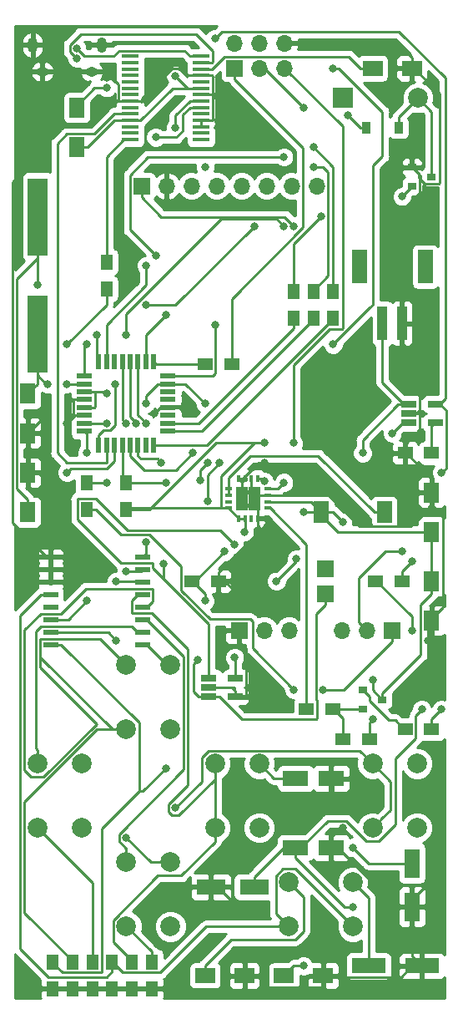
<source format=gbr>
G04 #@! TF.GenerationSoftware,KiCad,Pcbnew,5.0.1*
G04 #@! TF.CreationDate,2018-10-22T16:16:30+01:00*
G04 #@! TF.ProjectId,quiz-sch,7175697A2D7363682E6B696361645F70,rev?*
G04 #@! TF.SameCoordinates,Original*
G04 #@! TF.FileFunction,Copper,L2,Bot,Signal*
G04 #@! TF.FilePolarity,Positive*
%FSLAX46Y46*%
G04 Gerber Fmt 4.6, Leading zero omitted, Abs format (unit mm)*
G04 Created by KiCad (PCBNEW 5.0.1) date Mon 22 Oct 2018 16:16:30 BST*
%MOMM*%
%LPD*%
G01*
G04 APERTURE LIST*
G04 #@! TA.AperFunction,SMDPad,CuDef*
%ADD10R,1.500000X3.400000*%
G04 #@! TD*
G04 #@! TA.AperFunction,SMDPad,CuDef*
%ADD11R,1.000000X3.500000*%
G04 #@! TD*
G04 #@! TA.AperFunction,ComponentPad*
%ADD12C,2.000000*%
G04 #@! TD*
G04 #@! TA.AperFunction,ComponentPad*
%ADD13R,2.000000X2.000000*%
G04 #@! TD*
G04 #@! TA.AperFunction,SMDPad,CuDef*
%ADD14R,2.000000X1.600000*%
G04 #@! TD*
G04 #@! TA.AperFunction,SMDPad,CuDef*
%ADD15R,1.600000X2.000000*%
G04 #@! TD*
G04 #@! TA.AperFunction,SMDPad,CuDef*
%ADD16R,3.500000X1.600000*%
G04 #@! TD*
G04 #@! TA.AperFunction,SMDPad,CuDef*
%ADD17R,3.000000X1.600000*%
G04 #@! TD*
G04 #@! TA.AperFunction,SMDPad,CuDef*
%ADD18R,2.600000X1.600000*%
G04 #@! TD*
G04 #@! TA.AperFunction,SMDPad,CuDef*
%ADD19R,1.600000X3.000000*%
G04 #@! TD*
G04 #@! TA.AperFunction,SMDPad,CuDef*
%ADD20R,0.900000X1.200000*%
G04 #@! TD*
G04 #@! TA.AperFunction,ComponentPad*
%ADD21O,1.000000X1.550000*%
G04 #@! TD*
G04 #@! TA.AperFunction,ComponentPad*
%ADD22O,1.250000X0.950000*%
G04 #@! TD*
G04 #@! TA.AperFunction,ComponentPad*
%ADD23O,1.700000X1.700000*%
G04 #@! TD*
G04 #@! TA.AperFunction,ComponentPad*
%ADD24R,1.700000X1.700000*%
G04 #@! TD*
G04 #@! TA.AperFunction,SMDPad,CuDef*
%ADD25R,1.500000X2.200000*%
G04 #@! TD*
G04 #@! TA.AperFunction,SMDPad,CuDef*
%ADD26R,0.900000X0.800000*%
G04 #@! TD*
G04 #@! TA.AperFunction,SMDPad,CuDef*
%ADD27R,1.500000X1.300000*%
G04 #@! TD*
G04 #@! TA.AperFunction,SMDPad,CuDef*
%ADD28R,1.300000X1.500000*%
G04 #@! TD*
G04 #@! TA.AperFunction,SMDPad,CuDef*
%ADD29R,1.560000X0.650000*%
G04 #@! TD*
G04 #@! TA.AperFunction,SMDPad,CuDef*
%ADD30R,0.550000X1.600000*%
G04 #@! TD*
G04 #@! TA.AperFunction,SMDPad,CuDef*
%ADD31R,1.600000X0.550000*%
G04 #@! TD*
G04 #@! TA.AperFunction,SMDPad,CuDef*
%ADD32R,1.250000X1.250000*%
G04 #@! TD*
G04 #@! TA.AperFunction,SMDPad,CuDef*
%ADD33R,0.350000X0.800000*%
G04 #@! TD*
G04 #@! TA.AperFunction,SMDPad,CuDef*
%ADD34R,0.800000X0.350000*%
G04 #@! TD*
G04 #@! TA.AperFunction,SMDPad,CuDef*
%ADD35R,1.500000X0.600000*%
G04 #@! TD*
G04 #@! TA.AperFunction,SMDPad,CuDef*
%ADD36R,1.750000X0.450000*%
G04 #@! TD*
G04 #@! TA.AperFunction,SMDPad,CuDef*
%ADD37R,2.000000X7.875000*%
G04 #@! TD*
G04 #@! TA.AperFunction,ViaPad*
%ADD38C,0.800000*%
G04 #@! TD*
G04 #@! TA.AperFunction,Conductor*
%ADD39C,0.250000*%
G04 #@! TD*
G04 #@! TA.AperFunction,Conductor*
%ADD40C,0.254000*%
G04 #@! TD*
G04 APERTURE END LIST*
D10*
G04 #@! TO.P,BT1,*
G04 #@! TO.N,*
X92350000Y-75125000D03*
X85650000Y-75125000D03*
D11*
G04 #@! TO.P,BT1,2*
G04 #@! TO.N,GND*
X90000000Y-80875000D03*
G04 #@! TO.P,BT1,1*
G04 #@! TO.N,+BATT*
X88000000Y-80875000D03*
G04 #@! TD*
D12*
G04 #@! TO.P,BZ1,2*
G04 #@! TO.N,Net-(BZ1-Pad2)*
X91600000Y-58000000D03*
D13*
G04 #@! TO.P,BZ1,1*
G04 #@! TO.N,Net-(BZ1-Pad1)*
X84000000Y-58000000D03*
G04 #@! TD*
D14*
G04 #@! TO.P,C1,2*
G04 #@! TO.N,GND*
X82000000Y-147000000D03*
G04 #@! TO.P,C1,1*
G04 #@! TO.N,VBUS*
X78000000Y-147000000D03*
G04 #@! TD*
D15*
G04 #@! TO.P,C2,1*
G04 #@! TO.N,+BATT*
X93000000Y-107000000D03*
G04 #@! TO.P,C2,2*
G04 #@! TO.N,GND*
X93000000Y-111000000D03*
G04 #@! TD*
G04 #@! TO.P,C3,2*
G04 #@! TO.N,GND*
X93000000Y-98000000D03*
G04 #@! TO.P,C3,1*
G04 #@! TO.N,+BATT*
X93000000Y-102000000D03*
G04 #@! TD*
G04 #@! TO.P,C4,2*
G04 #@! TO.N,GND*
X52000000Y-96000000D03*
G04 #@! TO.P,C4,1*
G04 #@! TO.N,Net-(C4-Pad1)*
X52000000Y-100000000D03*
G04 #@! TD*
G04 #@! TO.P,C5,1*
G04 #@! TO.N,Net-(C5-Pad1)*
X52000000Y-88000000D03*
G04 #@! TO.P,C5,2*
G04 #@! TO.N,GND*
X52000000Y-92000000D03*
G04 #@! TD*
D14*
G04 #@! TO.P,C6,1*
G04 #@! TO.N,+5V*
X70000000Y-147000000D03*
G04 #@! TO.P,C6,2*
G04 #@! TO.N,GND*
X74000000Y-147000000D03*
G04 #@! TD*
D16*
G04 #@! TO.P,C7,2*
G04 #@! TO.N,GND*
X92000000Y-146000000D03*
G04 #@! TO.P,C7,1*
G04 #@! TO.N,+5V*
X86600000Y-146000000D03*
G04 #@! TD*
D17*
G04 #@! TO.P,C8,2*
G04 #@! TO.N,GND*
X70600000Y-138000000D03*
G04 #@! TO.P,C8,1*
G04 #@! TO.N,VBUS*
X75000000Y-138000000D03*
G04 #@! TD*
D18*
G04 #@! TO.P,C9,2*
G04 #@! TO.N,GND*
X82800000Y-134000000D03*
G04 #@! TO.P,C9,1*
G04 #@! TO.N,VBUS*
X79200000Y-134000000D03*
G04 #@! TD*
D14*
G04 #@! TO.P,C10,1*
G04 #@! TO.N,Net-(C10-Pad1)*
X87000000Y-55000000D03*
G04 #@! TO.P,C10,2*
G04 #@! TO.N,GND*
X91000000Y-55000000D03*
G04 #@! TD*
D18*
G04 #@! TO.P,C11,1*
G04 #@! TO.N,+5V*
X79200000Y-127000000D03*
G04 #@! TO.P,C11,2*
G04 #@! TO.N,GND*
X82800000Y-127000000D03*
G04 #@! TD*
D19*
G04 #@! TO.P,C12,1*
G04 #@! TO.N,+3V3*
X91000000Y-135600000D03*
G04 #@! TO.P,C12,2*
G04 #@! TO.N,GND*
X91000000Y-140000000D03*
G04 #@! TD*
D20*
G04 #@! TO.P,D3,2*
G04 #@! TO.N,Net-(BZ1-Pad2)*
X89650000Y-61000000D03*
G04 #@! TO.P,D3,1*
G04 #@! TO.N,Net-(BZ1-Pad1)*
X86350000Y-61000000D03*
G04 #@! TD*
D21*
G04 #@! TO.P,J1,6*
G04 #@! TO.N,GND*
X52500000Y-52650000D03*
X59500000Y-52650000D03*
D22*
X53500000Y-55350000D03*
X58500000Y-55350000D03*
G04 #@! TD*
D23*
G04 #@! TO.P,J2,6*
G04 #@! TO.N,GND*
X78080000Y-52460000D03*
G04 #@! TO.P,J2,5*
G04 #@! TO.N,/RESET*
X78080000Y-55000000D03*
G04 #@! TO.P,J2,4*
G04 #@! TO.N,/MOSI*
X75540000Y-52460000D03*
G04 #@! TO.P,J2,3*
G04 #@! TO.N,/SCK*
X75540000Y-55000000D03*
G04 #@! TO.P,J2,2*
G04 #@! TO.N,+5V*
X73000000Y-52460000D03*
D24*
G04 #@! TO.P,J2,1*
G04 #@! TO.N,/MISO*
X73000000Y-55000000D03*
G04 #@! TD*
D25*
G04 #@! TO.P,L1,2*
G04 #@! TO.N,Net-(L1-Pad2)*
X88200000Y-100000000D03*
G04 #@! TO.P,L1,1*
G04 #@! TO.N,+BATT*
X81800000Y-100000000D03*
G04 #@! TD*
D15*
G04 #@! TO.P,L2,2*
G04 #@! TO.N,Net-(J1-Pad1)*
X57000000Y-59000000D03*
G04 #@! TO.P,L2,1*
G04 #@! TO.N,VBUS*
X57000000Y-63000000D03*
G04 #@! TD*
D26*
G04 #@! TO.P,Q1,1*
G04 #@! TO.N,Net-(Q1-Pad1)*
X86000000Y-119950000D03*
G04 #@! TO.P,Q1,2*
G04 #@! TO.N,Net-(Q1-Pad2)*
X86000000Y-118050000D03*
G04 #@! TO.P,Q1,3*
G04 #@! TO.N,+BATT*
X88000000Y-119000000D03*
G04 #@! TD*
G04 #@! TO.P,Q2,3*
G04 #@! TO.N,Net-(BZ1-Pad2)*
X93000000Y-66000000D03*
G04 #@! TO.P,Q2,2*
G04 #@! TO.N,GND*
X91000000Y-65050000D03*
G04 #@! TO.P,Q2,1*
G04 #@! TO.N,Net-(Q2-Pad1)*
X91000000Y-66950000D03*
G04 #@! TD*
D27*
G04 #@! TO.P,R1,1*
G04 #@! TO.N,Net-(R1-Pad1)*
X93000000Y-94000000D03*
G04 #@! TO.P,R1,2*
G04 #@! TO.N,GND*
X90300000Y-94000000D03*
G04 #@! TD*
G04 #@! TO.P,R2,2*
G04 #@! TO.N,Net-(R2-Pad2)*
X90000000Y-107000000D03*
G04 #@! TO.P,R2,1*
G04 #@! TO.N,Net-(D1-Pad1)*
X87300000Y-107000000D03*
G04 #@! TD*
G04 #@! TO.P,R4,2*
G04 #@! TO.N,GND*
X71350000Y-107000000D03*
G04 #@! TO.P,R4,1*
G04 #@! TO.N,Net-(R3-Pad2)*
X68650000Y-107000000D03*
G04 #@! TD*
G04 #@! TO.P,R5,2*
G04 #@! TO.N,/LBO*
X80300000Y-120000000D03*
G04 #@! TO.P,R5,1*
G04 #@! TO.N,Net-(Q1-Pad1)*
X83000000Y-120000000D03*
G04 #@! TD*
G04 #@! TO.P,R6,1*
G04 #@! TO.N,Net-(D2-Pad2)*
X93000000Y-122000000D03*
G04 #@! TO.P,R6,2*
G04 #@! TO.N,Net-(Q1-Pad2)*
X90300000Y-122000000D03*
G04 #@! TD*
D28*
G04 #@! TO.P,R7,1*
G04 #@! TO.N,Net-(R7-Pad1)*
X58000000Y-99700000D03*
G04 #@! TO.P,R7,2*
G04 #@! TO.N,/BUZZ*
X58000000Y-97000000D03*
G04 #@! TD*
G04 #@! TO.P,R8,2*
G04 #@! TO.N,/RESET*
X62000000Y-97000000D03*
G04 #@! TO.P,R8,1*
G04 #@! TO.N,+5V*
X62000000Y-99700000D03*
G04 #@! TD*
G04 #@! TO.P,R9,2*
G04 #@! TO.N,/BLUE*
X83000000Y-80350000D03*
G04 #@! TO.P,R9,1*
G04 #@! TO.N,Net-(D4-Pad4)*
X83000000Y-77650000D03*
G04 #@! TD*
G04 #@! TO.P,R10,1*
G04 #@! TO.N,Net-(D4-Pad3)*
X81000000Y-77650000D03*
G04 #@! TO.P,R10,2*
G04 #@! TO.N,/GREEN*
X81000000Y-80350000D03*
G04 #@! TD*
G04 #@! TO.P,R11,2*
G04 #@! TO.N,/RED*
X79000000Y-80350000D03*
G04 #@! TO.P,R11,1*
G04 #@! TO.N,Net-(D4-Pad2)*
X79000000Y-77650000D03*
G04 #@! TD*
G04 #@! TO.P,R13,2*
G04 #@! TO.N,GND*
X56564157Y-148290652D03*
G04 #@! TO.P,R13,1*
G04 #@! TO.N,Net-(R13-Pad1)*
X56564157Y-145590652D03*
G04 #@! TD*
G04 #@! TO.P,R14,1*
G04 #@! TO.N,Net-(R14-Pad1)*
X64564157Y-145590652D03*
G04 #@! TO.P,R14,2*
G04 #@! TO.N,GND*
X64564157Y-148290652D03*
G04 #@! TD*
G04 #@! TO.P,R15,1*
G04 #@! TO.N,Net-(R15-Pad1)*
X58564157Y-145590652D03*
G04 #@! TO.P,R15,2*
G04 #@! TO.N,GND*
X58564157Y-148290652D03*
G04 #@! TD*
G04 #@! TO.P,R16,1*
G04 #@! TO.N,Net-(R16-Pad1)*
X62564157Y-145590652D03*
G04 #@! TO.P,R16,2*
G04 #@! TO.N,GND*
X62564157Y-148290652D03*
G04 #@! TD*
G04 #@! TO.P,R17,2*
G04 #@! TO.N,GND*
X54564157Y-148290652D03*
G04 #@! TO.P,R17,1*
G04 #@! TO.N,Net-(R17-Pad1)*
X54564157Y-145590652D03*
G04 #@! TD*
G04 #@! TO.P,R18,1*
G04 #@! TO.N,Net-(R18-Pad1)*
X60564157Y-145590652D03*
G04 #@! TO.P,R18,2*
G04 #@! TO.N,GND*
X60564157Y-148290652D03*
G04 #@! TD*
G04 #@! TO.P,R19,2*
G04 #@! TO.N,Net-(R19-Pad2)*
X60000000Y-74650000D03*
G04 #@! TO.P,R19,1*
G04 #@! TO.N,/TX*
X60000000Y-77350000D03*
G04 #@! TD*
D27*
G04 #@! TO.P,R22,2*
G04 #@! TO.N,Net-(R22-Pad2)*
X70000000Y-85000000D03*
G04 #@! TO.P,R22,1*
G04 #@! TO.N,/MISO*
X72700000Y-85000000D03*
G04 #@! TD*
D24*
G04 #@! TO.P,SW1,1*
G04 #@! TO.N,Net-(R7-Pad1)*
X89000000Y-112000000D03*
D23*
G04 #@! TO.P,SW1,2*
G04 #@! TO.N,Net-(Q2-Pad1)*
X86460000Y-112000000D03*
G04 #@! TO.P,SW1,3*
G04 #@! TO.N,Net-(SW1-Pad3)*
X83920000Y-112000000D03*
G04 #@! TD*
G04 #@! TO.P,SW2,3*
G04 #@! TO.N,+5V*
X78540000Y-112000000D03*
G04 #@! TO.P,SW2,2*
G04 #@! TO.N,Net-(SW2-Pad2)*
X76000000Y-112000000D03*
D24*
G04 #@! TO.P,SW2,1*
G04 #@! TO.N,GND*
X73460000Y-112000000D03*
G04 #@! TD*
D12*
G04 #@! TO.P,SW3,2*
G04 #@! TO.N,+5V*
X66500000Y-122000000D03*
G04 #@! TO.P,SW3,1*
G04 #@! TO.N,Net-(R13-Pad1)*
X62000000Y-122000000D03*
G04 #@! TO.P,SW3,2*
G04 #@! TO.N,+5V*
X66500000Y-115500000D03*
G04 #@! TO.P,SW3,1*
G04 #@! TO.N,Net-(R13-Pad1)*
X62000000Y-115500000D03*
G04 #@! TD*
G04 #@! TO.P,SW4,1*
G04 #@! TO.N,Net-(R14-Pad1)*
X62000000Y-135500000D03*
G04 #@! TO.P,SW4,2*
G04 #@! TO.N,+5V*
X66500000Y-135500000D03*
G04 #@! TO.P,SW4,1*
G04 #@! TO.N,Net-(R14-Pad1)*
X62000000Y-142000000D03*
G04 #@! TO.P,SW4,2*
G04 #@! TO.N,+5V*
X66500000Y-142000000D03*
G04 #@! TD*
G04 #@! TO.P,SW5,1*
G04 #@! TO.N,Net-(R15-Pad1)*
X53000000Y-125500000D03*
G04 #@! TO.P,SW5,2*
G04 #@! TO.N,+5V*
X57500000Y-125500000D03*
G04 #@! TO.P,SW5,1*
G04 #@! TO.N,Net-(R15-Pad1)*
X53000000Y-132000000D03*
G04 #@! TO.P,SW5,2*
G04 #@! TO.N,+5V*
X57500000Y-132000000D03*
G04 #@! TD*
G04 #@! TO.P,SW6,2*
G04 #@! TO.N,+5V*
X75500000Y-132000000D03*
G04 #@! TO.P,SW6,1*
G04 #@! TO.N,Net-(R16-Pad1)*
X71000000Y-132000000D03*
G04 #@! TO.P,SW6,2*
G04 #@! TO.N,+5V*
X75500000Y-125500000D03*
G04 #@! TO.P,SW6,1*
G04 #@! TO.N,Net-(R16-Pad1)*
X71000000Y-125500000D03*
G04 #@! TD*
G04 #@! TO.P,SW7,2*
G04 #@! TO.N,+5V*
X91500000Y-132000000D03*
G04 #@! TO.P,SW7,1*
G04 #@! TO.N,Net-(R17-Pad1)*
X87000000Y-132000000D03*
G04 #@! TO.P,SW7,2*
G04 #@! TO.N,+5V*
X91500000Y-125500000D03*
G04 #@! TO.P,SW7,1*
G04 #@! TO.N,Net-(R17-Pad1)*
X87000000Y-125500000D03*
G04 #@! TD*
G04 #@! TO.P,SW8,1*
G04 #@! TO.N,Net-(R18-Pad1)*
X78500000Y-142000000D03*
G04 #@! TO.P,SW8,2*
G04 #@! TO.N,+5V*
X78500000Y-137500000D03*
G04 #@! TO.P,SW8,1*
G04 #@! TO.N,Net-(R18-Pad1)*
X85000000Y-142000000D03*
G04 #@! TO.P,SW8,2*
G04 #@! TO.N,+5V*
X85000000Y-137500000D03*
G04 #@! TD*
D29*
G04 #@! TO.P,U1,5*
G04 #@! TO.N,Net-(R1-Pad1)*
X93350000Y-90950000D03*
G04 #@! TO.P,U1,4*
G04 #@! TO.N,VBUS*
X93350000Y-89050000D03*
G04 #@! TO.P,U1,3*
G04 #@! TO.N,+BATT*
X90650000Y-89050000D03*
G04 #@! TO.P,U1,2*
G04 #@! TO.N,GND*
X90650000Y-90000000D03*
G04 #@! TO.P,U1,1*
G04 #@! TO.N,Net-(R2-Pad2)*
X90650000Y-90950000D03*
G04 #@! TD*
D30*
G04 #@! TO.P,U2,32*
G04 #@! TO.N,/BTN_IN*
X59200000Y-93250000D03*
G04 #@! TO.P,U2,31*
G04 #@! TO.N,/RX*
X60000000Y-93250000D03*
G04 #@! TO.P,U2,30*
G04 #@! TO.N,/TX*
X60800000Y-93250000D03*
G04 #@! TO.P,U2,29*
G04 #@! TO.N,/RESET*
X61600000Y-93250000D03*
G04 #@! TO.P,U2,28*
G04 #@! TO.N,/SCL*
X62400000Y-93250000D03*
G04 #@! TO.P,U2,27*
G04 #@! TO.N,/SDA*
X63200000Y-93250000D03*
G04 #@! TO.P,U2,26*
G04 #@! TO.N,Net-(U2-Pad26)*
X64000000Y-93250000D03*
G04 #@! TO.P,U2,25*
G04 #@! TO.N,/BLUE*
X64800000Y-93250000D03*
D31*
G04 #@! TO.P,U2,24*
G04 #@! TO.N,/GREEN*
X66250000Y-91800000D03*
G04 #@! TO.P,U2,23*
G04 #@! TO.N,/RED*
X66250000Y-91000000D03*
G04 #@! TO.P,U2,22*
G04 #@! TO.N,Net-(U2-Pad22)*
X66250000Y-90200000D03*
G04 #@! TO.P,U2,21*
G04 #@! TO.N,GND*
X66250000Y-89400000D03*
G04 #@! TO.P,U2,20*
G04 #@! TO.N,Net-(U2-Pad20)*
X66250000Y-88600000D03*
G04 #@! TO.P,U2,19*
G04 #@! TO.N,Net-(U2-Pad19)*
X66250000Y-87800000D03*
G04 #@! TO.P,U2,18*
G04 #@! TO.N,+5V*
X66250000Y-87000000D03*
G04 #@! TO.P,U2,17*
G04 #@! TO.N,/SCK*
X66250000Y-86200000D03*
D30*
G04 #@! TO.P,U2,16*
G04 #@! TO.N,Net-(R22-Pad2)*
X64800000Y-84750000D03*
G04 #@! TO.P,U2,15*
G04 #@! TO.N,/MOSI*
X64000000Y-84750000D03*
G04 #@! TO.P,U2,14*
G04 #@! TO.N,/S2*
X63200000Y-84750000D03*
G04 #@! TO.P,U2,13*
G04 #@! TO.N,/S1*
X62400000Y-84750000D03*
G04 #@! TO.P,U2,12*
G04 #@! TO.N,/S0*
X61600000Y-84750000D03*
G04 #@! TO.P,U2,11*
G04 #@! TO.N,Net-(U2-Pad11)*
X60800000Y-84750000D03*
G04 #@! TO.P,U2,10*
G04 #@! TO.N,Net-(IC1-Pad7)*
X60000000Y-84750000D03*
G04 #@! TO.P,U2,9*
G04 #@! TO.N,Net-(IC1-Pad5)*
X59200000Y-84750000D03*
D31*
G04 #@! TO.P,U2,8*
G04 #@! TO.N,Net-(C4-Pad1)*
X57750000Y-86200000D03*
G04 #@! TO.P,U2,7*
G04 #@! TO.N,Net-(C5-Pad1)*
X57750000Y-87000000D03*
G04 #@! TO.P,U2,6*
G04 #@! TO.N,+5V*
X57750000Y-87800000D03*
G04 #@! TO.P,U2,5*
G04 #@! TO.N,GND*
X57750000Y-88600000D03*
G04 #@! TO.P,U2,4*
G04 #@! TO.N,+5V*
X57750000Y-89400000D03*
G04 #@! TO.P,U2,3*
G04 #@! TO.N,GND*
X57750000Y-90200000D03*
G04 #@! TO.P,U2,2*
G04 #@! TO.N,Net-(IC1-Pad3)*
X57750000Y-91000000D03*
G04 #@! TO.P,U2,1*
G04 #@! TO.N,/BUZZ*
X57750000Y-91800000D03*
G04 #@! TD*
D32*
G04 #@! TO.P,U3,17*
G04 #@! TO.N,GND*
X73750000Y-99250000D03*
X73750000Y-98000000D03*
X75000000Y-99250000D03*
X75000000Y-98000000D03*
D33*
G04 #@! TO.P,U3,16*
G04 #@! TO.N,+5V*
X73400000Y-100625000D03*
G04 #@! TO.P,U3,15*
X74050000Y-100625000D03*
G04 #@! TO.P,U3,14*
G04 #@! TO.N,Net-(U3-Pad14)*
X74700000Y-100625000D03*
G04 #@! TO.P,U3,13*
G04 #@! TO.N,GND*
X75350000Y-100625000D03*
D34*
G04 #@! TO.P,U3,12*
G04 #@! TO.N,/LBO*
X76375000Y-99600000D03*
G04 #@! TO.P,U3,11*
G04 #@! TO.N,+BATT*
X76375000Y-98950000D03*
G04 #@! TO.P,U3,10*
G04 #@! TO.N,GND*
X76375000Y-98300000D03*
G04 #@! TO.P,U3,9*
G04 #@! TO.N,Net-(R3-Pad2)*
X76375000Y-97650000D03*
D33*
G04 #@! TO.P,U3,8*
G04 #@! TO.N,+BATT*
X75350000Y-96625000D03*
G04 #@! TO.P,U3,7*
G04 #@! TO.N,GND*
X74700000Y-96625000D03*
G04 #@! TO.P,U3,6*
X74050000Y-96625000D03*
G04 #@! TO.P,U3,5*
X73400000Y-96625000D03*
D34*
G04 #@! TO.P,U3,4*
G04 #@! TO.N,Net-(L1-Pad2)*
X72375000Y-97650000D03*
G04 #@! TO.P,U3,3*
X72375000Y-98300000D03*
G04 #@! TO.P,U3,2*
G04 #@! TO.N,Net-(U3-Pad2)*
X72375000Y-98950000D03*
G04 #@! TO.P,U3,1*
G04 #@! TO.N,+5V*
X72375000Y-99600000D03*
G04 #@! TD*
D35*
G04 #@! TO.P,U5,16*
G04 #@! TO.N,+5V*
X63650000Y-113445000D03*
G04 #@! TO.P,U5,15*
G04 #@! TO.N,Net-(R15-Pad1)*
X63650000Y-112175000D03*
G04 #@! TO.P,U5,14*
G04 #@! TO.N,Net-(R14-Pad1)*
X63650000Y-110905000D03*
G04 #@! TO.P,U5,13*
G04 #@! TO.N,Net-(R13-Pad1)*
X63650000Y-109635000D03*
G04 #@! TO.P,U5,12*
G04 #@! TO.N,Net-(R16-Pad1)*
X63650000Y-108365000D03*
G04 #@! TO.P,U5,11*
G04 #@! TO.N,/S0*
X63650000Y-107095000D03*
G04 #@! TO.P,U5,10*
G04 #@! TO.N,/S1*
X63650000Y-105825000D03*
G04 #@! TO.P,U5,9*
G04 #@! TO.N,/S2*
X63650000Y-104555000D03*
G04 #@! TO.P,U5,8*
G04 #@! TO.N,GND*
X54350000Y-104555000D03*
G04 #@! TO.P,U5,7*
X54350000Y-105825000D03*
G04 #@! TO.P,U5,6*
X54350000Y-107095000D03*
G04 #@! TO.P,U5,5*
G04 #@! TO.N,Net-(R18-Pad1)*
X54350000Y-108365000D03*
G04 #@! TO.P,U5,4*
G04 #@! TO.N,Net-(U5-Pad4)*
X54350000Y-109635000D03*
G04 #@! TO.P,U5,3*
G04 #@! TO.N,/BTN_IN*
X54350000Y-110905000D03*
G04 #@! TO.P,U5,2*
G04 #@! TO.N,Net-(SW2-Pad2)*
X54350000Y-112175000D03*
G04 #@! TO.P,U5,1*
G04 #@! TO.N,Net-(R17-Pad1)*
X54350000Y-113445000D03*
G04 #@! TD*
D36*
G04 #@! TO.P,U6,28*
G04 #@! TO.N,Net-(U6-Pad28)*
X69600000Y-62225000D03*
G04 #@! TO.P,U6,27*
G04 #@! TO.N,Net-(U6-Pad27)*
X69600000Y-61575000D03*
G04 #@! TO.P,U6,26*
G04 #@! TO.N,GND*
X69600000Y-60925000D03*
G04 #@! TO.P,U6,25*
X69600000Y-60275000D03*
G04 #@! TO.P,U6,24*
G04 #@! TO.N,N/C*
X69600000Y-59625000D03*
G04 #@! TO.P,U6,23*
G04 #@! TO.N,Net-(R21-Pad1)*
X69600000Y-58975000D03*
G04 #@! TO.P,U6,22*
G04 #@! TO.N,Net-(R20-Pad1)*
X69600000Y-58325000D03*
G04 #@! TO.P,U6,21*
G04 #@! TO.N,GND*
X69600000Y-57675000D03*
G04 #@! TO.P,U6,20*
G04 #@! TO.N,VBUS*
X69600000Y-57025000D03*
G04 #@! TO.P,U6,19*
G04 #@! TO.N,Net-(U6-Pad19)*
X69600000Y-56375000D03*
G04 #@! TO.P,U6,18*
G04 #@! TO.N,GND*
X69600000Y-55725000D03*
G04 #@! TO.P,U6,17*
G04 #@! TO.N,Net-(C10-Pad1)*
X69600000Y-55075000D03*
G04 #@! TO.P,U6,16*
G04 #@! TO.N,Net-(J1-Pad2)*
X69600000Y-54425000D03*
G04 #@! TO.P,U6,15*
G04 #@! TO.N,Net-(J1-Pad3)*
X69600000Y-53775000D03*
G04 #@! TO.P,U6,14*
G04 #@! TO.N,Net-(U6-Pad14)*
X62400000Y-53775000D03*
G04 #@! TO.P,U6,13*
G04 #@! TO.N,Net-(U6-Pad13)*
X62400000Y-54425000D03*
G04 #@! TO.P,U6,12*
G04 #@! TO.N,Net-(U6-Pad12)*
X62400000Y-55075000D03*
G04 #@! TO.P,U6,11*
G04 #@! TO.N,Net-(U6-Pad11)*
X62400000Y-55725000D03*
G04 #@! TO.P,U6,10*
G04 #@! TO.N,Net-(U6-Pad10)*
X62400000Y-56375000D03*
G04 #@! TO.P,U6,9*
G04 #@! TO.N,Net-(U6-Pad9)*
X62400000Y-57025000D03*
G04 #@! TO.P,U6,8*
G04 #@! TO.N,N/C*
X62400000Y-57675000D03*
G04 #@! TO.P,U6,7*
G04 #@! TO.N,GND*
X62400000Y-58325000D03*
G04 #@! TO.P,U6,6*
G04 #@! TO.N,Net-(U6-Pad6)*
X62400000Y-58975000D03*
G04 #@! TO.P,U6,5*
G04 #@! TO.N,/RX*
X62400000Y-59625000D03*
G04 #@! TO.P,U6,4*
G04 #@! TO.N,VBUS*
X62400000Y-60275000D03*
G04 #@! TO.P,U6,3*
G04 #@! TO.N,Net-(U6-Pad3)*
X62400000Y-60925000D03*
G04 #@! TO.P,U6,2*
G04 #@! TO.N,Net-(U6-Pad2)*
X62400000Y-61575000D03*
G04 #@! TO.P,U6,1*
G04 #@! TO.N,Net-(R19-Pad2)*
X62400000Y-62225000D03*
G04 #@! TD*
D23*
G04 #@! TO.P,U7,8*
G04 #@! TO.N,Net-(RV1-Pad2)*
X81330000Y-66950000D03*
G04 #@! TO.P,U7,7*
G04 #@! TO.N,Net-(IC1-Pad10)*
X78790000Y-66950000D03*
G04 #@! TO.P,U7,6*
G04 #@! TO.N,Net-(IC1-Pad12)*
X76250000Y-66950000D03*
G04 #@! TO.P,U7,5*
G04 #@! TO.N,Net-(IC1-Pad2)*
X73710000Y-66950000D03*
G04 #@! TO.P,U7,4*
G04 #@! TO.N,Net-(IC1-Pad4)*
X71170000Y-66950000D03*
G04 #@! TO.P,U7,3*
G04 #@! TO.N,Net-(IC1-Pad6)*
X68630000Y-66950000D03*
G04 #@! TO.P,U7,2*
G04 #@! TO.N,GND*
X66090000Y-66950000D03*
D24*
G04 #@! TO.P,U7,1*
G04 #@! TO.N,+3V3*
X63550000Y-66950000D03*
G04 #@! TD*
D37*
G04 #@! TO.P,Y1,2*
G04 #@! TO.N,Net-(C4-Pad1)*
X53000000Y-70062500D03*
G04 #@! TO.P,Y1,1*
G04 #@! TO.N,Net-(C5-Pad1)*
X53000000Y-81937500D03*
G04 #@! TD*
D29*
G04 #@! TO.P,U8,5*
G04 #@! TO.N,GND*
X73100000Y-118700000D03*
G04 #@! TO.P,U8,4*
G04 #@! TO.N,+5V*
X73100000Y-116800000D03*
G04 #@! TO.P,U8,3*
G04 #@! TO.N,/SDA*
X70400000Y-116800000D03*
G04 #@! TO.P,U8,2*
G04 #@! TO.N,GND*
X70400000Y-117750000D03*
G04 #@! TO.P,U8,1*
G04 #@! TO.N,/SCL*
X70400000Y-118700000D03*
G04 #@! TD*
D24*
G04 #@! TO.P,TP1,1*
G04 #@! TO.N,/SCL*
X82250000Y-108250000D03*
G04 #@! TD*
G04 #@! TO.P,TP2,1*
G04 #@! TO.N,/SDA*
X82250000Y-105750000D03*
G04 #@! TD*
D27*
G04 #@! TO.P,R25,2*
G04 #@! TO.N,Net-(Q1-Pad1)*
X84000000Y-123000000D03*
G04 #@! TO.P,R25,1*
G04 #@! TO.N,+BATT*
X86700000Y-123000000D03*
G04 #@! TD*
D38*
G04 #@! TO.N,GND*
X59000000Y-59000000D03*
X84000000Y-132000000D03*
X83000000Y-129000000D03*
X93000000Y-127000000D03*
X74000000Y-109000000D03*
X68000000Y-89000000D03*
X54000000Y-90000000D03*
X56000000Y-91000000D03*
X72000000Y-59000000D03*
X60000000Y-56000000D03*
X76000000Y-95000000D03*
X92625000Y-113000000D03*
X64849998Y-90000000D03*
X56000000Y-107000000D03*
X54000000Y-64000000D03*
X73000000Y-141000000D03*
X74000000Y-145000000D03*
G04 #@! TO.N,+BATT*
X76000000Y-96874998D03*
X80000000Y-100000000D03*
X84000000Y-101000000D03*
X85987347Y-94012653D03*
X87000000Y-121000000D03*
X87000000Y-117000000D03*
G04 #@! TO.N,+5V*
X62000000Y-133000000D03*
X60000000Y-88000000D03*
X64000000Y-89000000D03*
X76000000Y-93000000D03*
X74012653Y-102012653D03*
X83000000Y-83000000D03*
X70000000Y-89000000D03*
X73000000Y-114750000D03*
X83000000Y-55000000D03*
G04 #@! TO.N,VBUS*
X67000000Y-55749998D03*
X94000000Y-96000000D03*
X85000000Y-140000000D03*
X80000000Y-146000000D03*
X92000000Y-120000000D03*
X71000000Y-52000000D03*
G04 #@! TO.N,Net-(C4-Pad1)*
X58000000Y-83000000D03*
X53000000Y-77000000D03*
G04 #@! TO.N,Net-(C5-Pad1)*
X54000000Y-87000000D03*
X56000000Y-87000000D03*
G04 #@! TO.N,Net-(D1-Pad1)*
X91000000Y-112000000D03*
G04 #@! TO.N,Net-(D2-Pad2)*
X94000000Y-120000000D03*
G04 #@! TO.N,Net-(D4-Pad4)*
X81000000Y-63000000D03*
G04 #@! TO.N,Net-(D4-Pad3)*
X81000000Y-65000000D03*
G04 #@! TO.N,Net-(D4-Pad2)*
X81780001Y-70000000D03*
G04 #@! TO.N,Net-(J1-Pad3)*
X57000000Y-53000000D03*
G04 #@! TO.N,Net-(J1-Pad2)*
X57000000Y-54025306D03*
G04 #@! TO.N,Net-(J1-Pad1)*
X60000000Y-57000000D03*
G04 #@! TO.N,/RESET*
X79000000Y-93000000D03*
X66000000Y-97000000D03*
G04 #@! TO.N,/MOSI*
X66000000Y-80000000D03*
G04 #@! TO.N,/SCK*
X71000000Y-81000000D03*
X70000000Y-65000000D03*
X80000000Y-59000000D03*
G04 #@! TO.N,Net-(Q2-Pad1)*
X90000000Y-104000000D03*
X90000000Y-68000000D03*
G04 #@! TO.N,Net-(R2-Pad2)*
X91000000Y-105000000D03*
X89000000Y-92000000D03*
G04 #@! TO.N,Net-(R3-Pad2)*
X70000000Y-109000000D03*
X78000000Y-97000000D03*
X72000000Y-104000000D03*
G04 #@! TO.N,/BUZZ*
X60000000Y-97000000D03*
X58000000Y-94000000D03*
G04 #@! TO.N,Net-(R7-Pad1)*
X79000000Y-118000000D03*
X82000000Y-118000000D03*
G04 #@! TO.N,Net-(R17-Pad1)*
X67000000Y-130000000D03*
X66000000Y-126000000D03*
G04 #@! TO.N,/TX*
X56000000Y-83000000D03*
X56000000Y-96000000D03*
G04 #@! TO.N,Net-(R20-Pad1)*
X67000000Y-61000000D03*
G04 #@! TO.N,Net-(R21-Pad1)*
X65000000Y-62000000D03*
G04 #@! TO.N,Net-(RV1-Pad2)*
X65000000Y-74000000D03*
X78000000Y-64000000D03*
G04 #@! TO.N,Net-(SW2-Pad2)*
X61000000Y-113000000D03*
G04 #@! TO.N,/BTN_IN*
X60875000Y-87000000D03*
X58000000Y-109000000D03*
G04 #@! TO.N,/S2*
X64000000Y-91000000D03*
X64000000Y-103000000D03*
G04 #@! TO.N,/S1*
X63000000Y-91000000D03*
X62000000Y-106000000D03*
G04 #@! TO.N,/S0*
X62000000Y-91000000D03*
X61000000Y-107000000D03*
G04 #@! TO.N,+3V3*
X79000000Y-71000000D03*
X85000000Y-134000000D03*
X78000000Y-71000000D03*
X62000000Y-82000000D03*
G04 #@! TO.N,Net-(IC1-Pad7)*
X64000000Y-75000000D03*
G04 #@! TO.N,Net-(IC1-Pad5)*
X59000000Y-82000000D03*
G04 #@! TO.N,Net-(IC1-Pad3)*
X75000000Y-71000000D03*
X64000000Y-79000000D03*
X60000000Y-91000000D03*
G04 #@! TO.N,/SCL*
X68750000Y-94000000D03*
X71500000Y-95000000D03*
X70250000Y-98875000D03*
X69250000Y-115000000D03*
G04 #@! TO.N,/SDA*
X65750000Y-105250000D03*
X69500000Y-96750000D03*
X70250000Y-95000000D03*
X65574998Y-95000000D03*
X73000000Y-103250000D03*
X77250000Y-107000000D03*
X79250000Y-104750000D03*
G04 #@! TO.N,Net-(BZ1-Pad1)*
X84500000Y-59750000D03*
G04 #@! TD*
D39*
G04 #@! TO.N,GND*
X62400000Y-58325000D02*
X59675000Y-58325000D01*
X59675000Y-58325000D02*
X59000000Y-59000000D01*
X63525000Y-58325000D02*
X62400000Y-58325000D01*
X63600001Y-58400001D02*
X63525000Y-58325000D01*
X63600001Y-58076995D02*
X63600001Y-58400001D01*
X66651999Y-55024997D02*
X63600001Y-58076995D01*
X67348001Y-55024997D02*
X66651999Y-55024997D01*
X68048004Y-55725000D02*
X67348001Y-55024997D01*
X69600000Y-55725000D02*
X68048004Y-55725000D01*
X70800001Y-57599999D02*
X70725000Y-57675000D01*
X70800001Y-55800001D02*
X70800001Y-57599999D01*
X70725000Y-55725000D02*
X70800001Y-55800001D01*
X69600000Y-55725000D02*
X70725000Y-55725000D01*
X69600000Y-60275000D02*
X69600000Y-60925000D01*
X70725000Y-57675000D02*
X69600000Y-57675000D01*
X70800001Y-57750001D02*
X70725000Y-57675000D01*
X70800001Y-60199999D02*
X70800001Y-57750001D01*
X70725000Y-60275000D02*
X70800001Y-60199999D01*
X69600000Y-60275000D02*
X70725000Y-60275000D01*
X91755001Y-89635001D02*
X91390002Y-90000000D01*
X91755001Y-84630001D02*
X91755001Y-89635001D01*
X90000000Y-80875000D02*
X90000000Y-82875000D01*
X90000000Y-82875000D02*
X91755001Y-84630001D01*
X91390002Y-90000000D02*
X90650000Y-90000000D01*
X91680000Y-90000000D02*
X90650000Y-90000000D01*
X91755001Y-90075001D02*
X91680000Y-90000000D01*
X91755001Y-91644999D02*
X91755001Y-90075001D01*
X90300000Y-93100000D02*
X91755001Y-91644999D01*
X90300000Y-94000000D02*
X90300000Y-93100000D01*
X79282081Y-52460000D02*
X78080000Y-52460000D01*
X89510000Y-52460000D02*
X79282081Y-52460000D01*
X91000000Y-53950000D02*
X89510000Y-52460000D01*
X91000000Y-55000000D02*
X91000000Y-53950000D01*
X92289999Y-66725001D02*
X91700000Y-66135002D01*
X93710001Y-66725001D02*
X92289999Y-66725001D01*
X93775001Y-66660001D02*
X93710001Y-66725001D01*
X93775001Y-57575001D02*
X93775001Y-66660001D01*
X91700000Y-65700000D02*
X91050000Y-65050000D01*
X91700000Y-66135002D02*
X91700000Y-65700000D01*
X91200000Y-55000000D02*
X93775001Y-57575001D01*
X91000000Y-55000000D02*
X91200000Y-55000000D01*
X91775001Y-65775001D02*
X91050000Y-65050000D01*
X91050000Y-65050000D02*
X91000000Y-65050000D01*
X91775001Y-67610001D02*
X91775001Y-65775001D01*
X90000000Y-69385002D02*
X91775001Y-67610001D01*
X90000000Y-80875000D02*
X90000000Y-69385002D01*
X90400000Y-94000000D02*
X90300000Y-94000000D01*
X93000000Y-96600000D02*
X90400000Y-94000000D01*
X93000000Y-98000000D02*
X93000000Y-96600000D01*
X73750000Y-98000000D02*
X73750000Y-99250000D01*
X73750000Y-99250000D02*
X75000000Y-99250000D01*
X75000000Y-99250000D02*
X75000000Y-98000000D01*
X75000000Y-98000000D02*
X73750000Y-98000000D01*
X73750000Y-96975000D02*
X73400000Y-96625000D01*
X73750000Y-98000000D02*
X73750000Y-96975000D01*
X73750000Y-96925000D02*
X74050000Y-96625000D01*
X73750000Y-98000000D02*
X73750000Y-96925000D01*
X74700000Y-97700000D02*
X74700000Y-96625000D01*
X75000000Y-98000000D02*
X74700000Y-97700000D01*
X75350000Y-99600000D02*
X75000000Y-99250000D01*
X75350000Y-100625000D02*
X75350000Y-99600000D01*
X75300000Y-98300000D02*
X75000000Y-98000000D01*
X76375000Y-98300000D02*
X75300000Y-98300000D01*
X75250000Y-147000000D02*
X74000000Y-147000000D01*
X81924999Y-148125001D02*
X76375001Y-148125001D01*
X76375001Y-148125001D02*
X75250000Y-147000000D01*
X82000000Y-148050000D02*
X81924999Y-148125001D01*
X82000000Y-147000000D02*
X82000000Y-148050000D01*
X65464157Y-148290652D02*
X64564157Y-148290652D01*
X71459348Y-148290652D02*
X65464157Y-148290652D01*
X72750000Y-147000000D02*
X71459348Y-148290652D01*
X74000000Y-147000000D02*
X72750000Y-147000000D01*
X64564157Y-148290652D02*
X62564157Y-148290652D01*
X62564157Y-148290652D02*
X60564157Y-148290652D01*
X60564157Y-148290652D02*
X58564157Y-148290652D01*
X58564157Y-148290652D02*
X56564157Y-148290652D01*
X56564157Y-148290652D02*
X54564157Y-148290652D01*
X77025000Y-98300000D02*
X76375000Y-98300000D01*
X82535002Y-98300000D02*
X77025000Y-98300000D01*
X85660003Y-101425001D02*
X82535002Y-98300000D01*
X90824999Y-101425001D02*
X85660003Y-101425001D01*
X93000000Y-99250000D02*
X90824999Y-101425001D01*
X75350000Y-101275000D02*
X75350000Y-100625000D01*
X75350000Y-102100000D02*
X75350000Y-101275000D01*
X71350000Y-106100000D02*
X75350000Y-102100000D01*
X71350000Y-107000000D02*
X71350000Y-106100000D01*
X52000000Y-94750000D02*
X52000000Y-92000000D01*
X52000000Y-96000000D02*
X52000000Y-94750000D01*
X83375001Y-147125001D02*
X83250000Y-147000000D01*
X89924999Y-147125001D02*
X83375001Y-147125001D01*
X83250000Y-147000000D02*
X82000000Y-147000000D01*
X91050000Y-146000000D02*
X89924999Y-147125001D01*
X92000000Y-146000000D02*
X91050000Y-146000000D01*
X83750000Y-132000000D02*
X84000000Y-132000000D01*
X82800000Y-134000000D02*
X82800000Y-132950000D01*
X82800000Y-132950000D02*
X83750000Y-132000000D01*
X83000000Y-127200000D02*
X82800000Y-127000000D01*
X83000000Y-129000000D02*
X83000000Y-127200000D01*
X72000000Y-107000000D02*
X71350000Y-107000000D01*
X74000000Y-109000000D02*
X72000000Y-107000000D01*
X54350000Y-104005000D02*
X54350000Y-104555000D01*
X54350000Y-97300000D02*
X54350000Y-104005000D01*
X53050000Y-96000000D02*
X54350000Y-97300000D01*
X52000000Y-96000000D02*
X53050000Y-96000000D01*
X54350000Y-104555000D02*
X54350000Y-105825000D01*
X54350000Y-105825000D02*
X54350000Y-107095000D01*
X66250000Y-89400000D02*
X67600000Y-89400000D01*
X67600000Y-89400000D02*
X68000000Y-89000000D01*
X56624999Y-88675001D02*
X56700000Y-88600000D01*
X56700000Y-90200000D02*
X56624999Y-90124999D01*
X56700000Y-88600000D02*
X57750000Y-88600000D01*
X56624999Y-90124999D02*
X56624999Y-88675001D01*
X57750000Y-90200000D02*
X56700000Y-90200000D01*
X52000000Y-92000000D02*
X54000000Y-90000000D01*
X56800000Y-90200000D02*
X57750000Y-90200000D01*
X56000000Y-91000000D02*
X56800000Y-90200000D01*
X70725000Y-57675000D02*
X72000000Y-58950000D01*
X72000000Y-58950000D02*
X72000000Y-59000000D01*
X61275000Y-58325000D02*
X62400000Y-58325000D01*
X61199999Y-58249999D02*
X61275000Y-58325000D01*
X61199999Y-56634314D02*
X61199999Y-58249999D01*
X60565685Y-56000000D02*
X61199999Y-56634314D01*
X60000000Y-56000000D02*
X60565685Y-56000000D01*
X75450000Y-95000000D02*
X76000000Y-95000000D01*
X73400000Y-96625000D02*
X73825000Y-96625000D01*
X73825000Y-96625000D02*
X75450000Y-95000000D01*
X92625000Y-111375000D02*
X93000000Y-111000000D01*
X92625000Y-113000000D02*
X92625000Y-111375000D01*
X94125001Y-100375001D02*
X93000000Y-99250000D01*
X94125001Y-109674999D02*
X94125001Y-100375001D01*
X93000000Y-99250000D02*
X93000000Y-98000000D01*
X93000000Y-110800000D02*
X94125001Y-109674999D01*
X93000000Y-111000000D02*
X93000000Y-110800000D01*
X65649997Y-89200001D02*
X64849998Y-90000000D01*
X67499999Y-89200001D02*
X65649997Y-89200001D01*
X66250000Y-89400000D02*
X67300000Y-89400000D01*
X67300000Y-89400000D02*
X67499999Y-89200001D01*
X54445000Y-107000000D02*
X54350000Y-107095000D01*
X56000000Y-107000000D02*
X54445000Y-107000000D01*
X53900000Y-104555000D02*
X54350000Y-104555000D01*
X50424989Y-66575011D02*
X50424989Y-101079989D01*
X50424989Y-101079989D02*
X53900000Y-104555000D01*
X53000000Y-64000000D02*
X50424989Y-66575011D01*
X54000000Y-64000000D02*
X53000000Y-64000000D01*
X93950000Y-127950000D02*
X93000000Y-127000000D01*
X93950000Y-131000000D02*
X93950000Y-127950000D01*
X93950000Y-130850000D02*
X93950000Y-131000000D01*
X93950000Y-132000000D02*
X93950000Y-136350000D01*
X93950000Y-132000000D02*
X93950000Y-132200000D01*
X91000000Y-139300000D02*
X91000000Y-140000000D01*
X93950000Y-136350000D02*
X91000000Y-139300000D01*
X93950000Y-131000000D02*
X93950000Y-132000000D01*
X91000000Y-145000000D02*
X92000000Y-146000000D01*
X91000000Y-140000000D02*
X91000000Y-145000000D01*
X73000000Y-139700000D02*
X73000000Y-141000000D01*
X70600000Y-138000000D02*
X71300000Y-138000000D01*
X71300000Y-138000000D02*
X73000000Y-139700000D01*
X74000000Y-145000000D02*
X74000000Y-147000000D01*
X82800000Y-134000000D02*
X83461002Y-134000000D01*
X89461002Y-140000000D02*
X91000000Y-140000000D01*
X83461002Y-134000000D02*
X89461002Y-140000000D01*
X73100000Y-118125000D02*
X73100000Y-118700000D01*
X72725000Y-117750000D02*
X73100000Y-118125000D01*
X70400000Y-117750000D02*
X72725000Y-117750000D01*
X73460000Y-113100000D02*
X73460000Y-112000000D01*
X74130000Y-118700000D02*
X74205001Y-118624999D01*
X74205001Y-113845001D02*
X73460000Y-113100000D01*
X74205001Y-118624999D02*
X74205001Y-113845001D01*
X73100000Y-118700000D02*
X74130000Y-118700000D01*
G04 #@! TO.N,+BATT*
X88000000Y-82875000D02*
X88000000Y-80875000D01*
X88000000Y-86855000D02*
X88000000Y-82875000D01*
X90195000Y-89050000D02*
X88000000Y-86855000D01*
X90650000Y-89050000D02*
X90195000Y-89050000D01*
X93000000Y-102000000D02*
X93000000Y-107000000D01*
X83450000Y-102000000D02*
X81800000Y-100350000D01*
X81800000Y-100350000D02*
X81800000Y-100000000D01*
X93000000Y-102000000D02*
X83450000Y-102000000D01*
X80750000Y-98950000D02*
X81800000Y-100000000D01*
X76375000Y-98950000D02*
X80750000Y-98950000D01*
X91874999Y-109375001D02*
X93000000Y-108250000D01*
X91874999Y-114475001D02*
X91874999Y-109375001D01*
X93000000Y-108250000D02*
X93000000Y-107000000D01*
X88000000Y-118350000D02*
X91874999Y-114475001D01*
X88000000Y-119000000D02*
X88000000Y-118350000D01*
X75350000Y-96625000D02*
X75750002Y-96625000D01*
X75750002Y-96625000D02*
X76000000Y-96874998D01*
X80000000Y-100000000D02*
X81800000Y-100000000D01*
X81800000Y-100000000D02*
X83000000Y-100000000D01*
X83000000Y-100000000D02*
X84000000Y-101000000D01*
X89620000Y-89050000D02*
X90650000Y-89050000D01*
X85987347Y-92682653D02*
X89620000Y-89050000D01*
X85987347Y-94012653D02*
X85987347Y-92682653D01*
X86700000Y-123000000D02*
X86700000Y-121300000D01*
X86700000Y-121300000D02*
X87000000Y-121000000D01*
X87000000Y-118000000D02*
X88000000Y-119000000D01*
X87000000Y-117000000D02*
X87000000Y-118000000D01*
G04 #@! TO.N,Net-(BZ1-Pad2)*
X89650000Y-59950000D02*
X91600000Y-58000000D01*
X89650000Y-61000000D02*
X89650000Y-59950000D01*
X93000000Y-59400000D02*
X91600000Y-58000000D01*
X93000000Y-66000000D02*
X93000000Y-59400000D01*
G04 #@! TO.N,+5V*
X72375000Y-99600000D02*
X73400000Y-100625000D01*
X73400000Y-100625000D02*
X74050000Y-100625000D01*
X66500000Y-135500000D02*
X64500000Y-135500000D01*
X64500000Y-135500000D02*
X62000000Y-133000000D01*
X66155000Y-115500000D02*
X66500000Y-115500000D01*
X64100000Y-113445000D02*
X66155000Y-115500000D01*
X63650000Y-113445000D02*
X64100000Y-113445000D01*
X62100000Y-99600000D02*
X62000000Y-99700000D01*
X72375000Y-99600000D02*
X62100000Y-99600000D01*
X77000000Y-127000000D02*
X75500000Y-125500000D01*
X79200000Y-127000000D02*
X77000000Y-127000000D01*
X58800000Y-89400000D02*
X57750000Y-89400000D01*
X58875001Y-89324999D02*
X58800000Y-89400000D01*
X58875001Y-87875001D02*
X58875001Y-89324999D01*
X58800000Y-87800000D02*
X58875001Y-87875001D01*
X57750000Y-87800000D02*
X58800000Y-87800000D01*
X57750000Y-87800000D02*
X59800000Y-87800000D01*
X59800000Y-87800000D02*
X60000000Y-88000000D01*
X65200000Y-87000000D02*
X66250000Y-87000000D01*
X64000000Y-88200000D02*
X65200000Y-87000000D01*
X64000000Y-89000000D02*
X64000000Y-88200000D01*
X71649999Y-96350001D02*
X71649999Y-99524999D01*
X71725000Y-99600000D02*
X72375000Y-99600000D01*
X71649999Y-99524999D02*
X71725000Y-99600000D01*
X75000000Y-93000000D02*
X71649999Y-96350001D01*
X76000000Y-93000000D02*
X75000000Y-93000000D01*
X74050000Y-100625000D02*
X74050000Y-101975306D01*
X74050000Y-101975306D02*
X74012653Y-102012653D01*
X86725001Y-79274999D02*
X83000000Y-83000000D01*
X87050000Y-78950000D02*
X86725001Y-79274999D01*
X75434315Y-93000000D02*
X76000000Y-93000000D01*
X71086410Y-93000000D02*
X75434315Y-93000000D01*
X64386410Y-99700000D02*
X71086410Y-93000000D01*
X62000000Y-99700000D02*
X64386410Y-99700000D01*
X66250000Y-87000000D02*
X68000000Y-87000000D01*
X68000000Y-87000000D02*
X70000000Y-89000000D01*
X86600000Y-146000000D02*
X86600000Y-139100000D01*
X86600000Y-139100000D02*
X85000000Y-137500000D01*
X70000000Y-147000000D02*
X70000000Y-145950000D01*
X70000000Y-145950000D02*
X72624999Y-143325001D01*
X72624999Y-143325001D02*
X79136001Y-143325001D01*
X79136001Y-143325001D02*
X80000000Y-142461002D01*
X80000000Y-142461002D02*
X80000000Y-139000000D01*
X79499999Y-138499999D02*
X78500000Y-137500000D01*
X80000000Y-139000000D02*
X79499999Y-138499999D01*
X73100000Y-116800000D02*
X73100000Y-114850000D01*
X73100000Y-114850000D02*
X73000000Y-114750000D01*
X87050000Y-64884315D02*
X87050000Y-65500000D01*
X87050000Y-65500000D02*
X87050000Y-78950000D01*
X87050000Y-64884315D02*
X88000000Y-63934315D01*
X83585002Y-55000000D02*
X83000000Y-55000000D01*
X88000000Y-63934315D02*
X88000000Y-59414998D01*
X88000000Y-59414998D02*
X83585002Y-55000000D01*
G04 #@! TO.N,VBUS*
X58050000Y-63000000D02*
X60775000Y-60275000D01*
X61275000Y-60275000D02*
X62400000Y-60275000D01*
X60775000Y-60275000D02*
X61275000Y-60275000D01*
X57000000Y-63000000D02*
X58050000Y-63000000D01*
X66685002Y-57025000D02*
X63435002Y-60275000D01*
X63435002Y-60275000D02*
X62400000Y-60275000D01*
X69600000Y-57025000D02*
X66685002Y-57025000D01*
X68275002Y-57025000D02*
X69600000Y-57025000D01*
X67000000Y-55749998D02*
X68275002Y-57025000D01*
X93805000Y-89050000D02*
X93350000Y-89050000D01*
X94455001Y-89700001D02*
X93805000Y-89050000D01*
X94455001Y-95544999D02*
X94455001Y-89700001D01*
X94000000Y-96000000D02*
X94455001Y-95544999D01*
X79200000Y-134000000D02*
X79200000Y-135050000D01*
X84150000Y-140000000D02*
X85000000Y-140000000D01*
X79200000Y-135050000D02*
X84150000Y-140000000D01*
X79000000Y-146000000D02*
X78000000Y-147000000D01*
X80000000Y-146000000D02*
X79000000Y-146000000D01*
X71715001Y-51284999D02*
X71000000Y-52000000D01*
X93805000Y-89050000D02*
X94380000Y-88475000D01*
X89670001Y-51284999D02*
X71715001Y-51284999D01*
X94380000Y-55994998D02*
X89670001Y-51284999D01*
X94380000Y-88475000D02*
X94380000Y-55994998D01*
X91375001Y-120624999D02*
X92000000Y-120000000D01*
X91375001Y-122910001D02*
X91375001Y-120624999D01*
X89289999Y-124995003D02*
X91375001Y-122910001D01*
X89289999Y-131671003D02*
X89289999Y-124995003D01*
X79200000Y-134000000D02*
X79700000Y-134000000D01*
X79700000Y-134000000D02*
X82425001Y-131274999D01*
X82425001Y-131274999D02*
X84313997Y-131274999D01*
X86363999Y-133325001D02*
X87636001Y-133325001D01*
X84313997Y-131274999D02*
X86363999Y-133325001D01*
X87636001Y-133325001D02*
X89289999Y-131671003D01*
X77950000Y-134000000D02*
X79200000Y-134000000D01*
X75000000Y-136950000D02*
X77950000Y-134000000D01*
X75000000Y-138000000D02*
X75000000Y-136950000D01*
G04 #@! TO.N,Net-(C4-Pad1)*
X53000000Y-74250000D02*
X53000000Y-70062500D01*
X50874999Y-76375001D02*
X53000000Y-74250000D01*
X50874999Y-97624999D02*
X50874999Y-76375001D01*
X52000000Y-98750000D02*
X50874999Y-97624999D01*
X52000000Y-100000000D02*
X52000000Y-98750000D01*
X57750000Y-86200000D02*
X57750000Y-83250000D01*
X57750000Y-83250000D02*
X58000000Y-83000000D01*
X53000000Y-77000000D02*
X53000000Y-70062500D01*
G04 #@! TO.N,Net-(C5-Pad1)*
X53000000Y-87000000D02*
X52000000Y-88000000D01*
X53000000Y-81937500D02*
X53000000Y-87000000D01*
X53875000Y-87000000D02*
X54000000Y-87000000D01*
X53000000Y-81937500D02*
X53000000Y-86125000D01*
X53000000Y-86125000D02*
X53875000Y-87000000D01*
X56000000Y-87000000D02*
X57750000Y-87000000D01*
G04 #@! TO.N,Net-(C10-Pad1)*
X70725000Y-55075000D02*
X69600000Y-55075000D01*
X71975001Y-53824999D02*
X70725000Y-55075000D01*
X84574999Y-53824999D02*
X71975001Y-53824999D01*
X85750000Y-55000000D02*
X84574999Y-53824999D01*
X87000000Y-55000000D02*
X85750000Y-55000000D01*
G04 #@! TO.N,Net-(D1-Pad1)*
X87400000Y-107000000D02*
X87300000Y-107000000D01*
X91000000Y-110600000D02*
X87400000Y-107000000D01*
X91000000Y-112000000D02*
X91000000Y-110600000D01*
G04 #@! TO.N,Net-(D2-Pad2)*
X93000000Y-122000000D02*
X93000000Y-121000000D01*
X93000000Y-121000000D02*
X94000000Y-120000000D01*
G04 #@! TO.N,Net-(D4-Pad4)*
X83000000Y-65000000D02*
X83000000Y-77650000D01*
X81000000Y-63000000D02*
X83000000Y-65000000D01*
G04 #@! TO.N,Net-(D4-Pad3)*
X82505001Y-76044999D02*
X81000000Y-77550000D01*
X82505001Y-65505001D02*
X82505001Y-76044999D01*
X82000000Y-65000000D02*
X82505001Y-65505001D01*
X81000000Y-77550000D02*
X81000000Y-77650000D01*
X81000000Y-65000000D02*
X82000000Y-65000000D01*
G04 #@! TO.N,Net-(D4-Pad2)*
X79000000Y-77650000D02*
X79000000Y-72780001D01*
X79000000Y-72780001D02*
X81780001Y-70000000D01*
G04 #@! TO.N,Net-(J1-Pad3)*
X68475000Y-53775000D02*
X69600000Y-53775000D01*
X67924999Y-53224999D02*
X68475000Y-53775000D01*
X60739988Y-53750010D02*
X61264999Y-53224999D01*
X57750010Y-53750010D02*
X60739988Y-53750010D01*
X61264999Y-53224999D02*
X67924999Y-53224999D01*
X57000000Y-53000000D02*
X57750010Y-53750010D01*
G04 #@! TO.N,Net-(J1-Pad2)*
X70725000Y-54425000D02*
X69600000Y-54425000D01*
X70800001Y-54349999D02*
X70725000Y-54425000D01*
X70800001Y-53289999D02*
X70800001Y-54349999D01*
X57377008Y-51549990D02*
X69059992Y-51549990D01*
X69059992Y-51549990D02*
X70800001Y-53289999D01*
X56274999Y-52651999D02*
X57377008Y-51549990D01*
X56274999Y-53300305D02*
X56274999Y-52651999D01*
X57000000Y-54025306D02*
X56274999Y-53300305D01*
G04 #@! TO.N,Net-(J1-Pad1)*
X57000000Y-58800000D02*
X57000000Y-59000000D01*
X58800000Y-57000000D02*
X57000000Y-58800000D01*
X60000000Y-57000000D02*
X58800000Y-57000000D01*
G04 #@! TO.N,/RESET*
X61600000Y-96600000D02*
X62000000Y-97000000D01*
X61600000Y-93250000D02*
X61600000Y-96600000D01*
X83975001Y-60895001D02*
X83975001Y-81360001D01*
X78080000Y-55000000D02*
X83975001Y-60895001D01*
X83975001Y-81360001D02*
X83910001Y-81425001D01*
X83910001Y-81425001D02*
X82661409Y-81425001D01*
X82661409Y-81425001D02*
X79000000Y-85086410D01*
X79000000Y-85086410D02*
X79000000Y-93000000D01*
X66000000Y-97000000D02*
X62000000Y-97000000D01*
G04 #@! TO.N,/MOSI*
X64000000Y-82000000D02*
X64000000Y-84750000D01*
X66000000Y-80000000D02*
X64000000Y-82000000D01*
G04 #@! TO.N,/SCK*
X70785002Y-86200000D02*
X67300000Y-86200000D01*
X71075001Y-85910001D02*
X70785002Y-86200000D01*
X67300000Y-86200000D02*
X66250000Y-86200000D01*
X71075001Y-84089999D02*
X71075001Y-85910001D01*
X71000000Y-84014998D02*
X71075001Y-84089999D01*
X71000000Y-81000000D02*
X71000000Y-84014998D01*
X76000000Y-55000000D02*
X75540000Y-55000000D01*
X80000000Y-59000000D02*
X76000000Y-55000000D01*
G04 #@! TO.N,/MISO*
X73000000Y-56100000D02*
X73000000Y-55000000D01*
X79965001Y-63065001D02*
X73000000Y-56100000D01*
X72700000Y-78373002D02*
X79965001Y-71108001D01*
X79965001Y-71108001D02*
X79965001Y-63065001D01*
X72700000Y-85000000D02*
X72700000Y-78373002D01*
G04 #@! TO.N,Net-(L1-Pad2)*
X72375000Y-97650000D02*
X72375000Y-98300000D01*
X87200000Y-100000000D02*
X88200000Y-100000000D01*
X81474999Y-94274999D02*
X87200000Y-100000000D01*
X74589999Y-94274999D02*
X81474999Y-94274999D01*
X72375000Y-96489998D02*
X74589999Y-94274999D01*
X72375000Y-98300000D02*
X72375000Y-96489998D01*
G04 #@! TO.N,Net-(Q1-Pad1)*
X85950000Y-120000000D02*
X86000000Y-119950000D01*
X83000000Y-120000000D02*
X85950000Y-120000000D01*
X83100000Y-120000000D02*
X83000000Y-120000000D01*
X84000000Y-120900000D02*
X83100000Y-120000000D01*
X84000000Y-123000000D02*
X84000000Y-120900000D01*
G04 #@! TO.N,Net-(Q1-Pad2)*
X89300000Y-121100000D02*
X90200000Y-122000000D01*
X90200000Y-122000000D02*
X90300000Y-122000000D01*
X88664998Y-121100000D02*
X89300000Y-121100000D01*
X86700000Y-118700000D02*
X86700000Y-119135002D01*
X86050000Y-118050000D02*
X86700000Y-118700000D01*
X86700000Y-119135002D02*
X88664998Y-121100000D01*
X86000000Y-118050000D02*
X86050000Y-118050000D01*
G04 #@! TO.N,Net-(Q2-Pad1)*
X88314998Y-104000000D02*
X90000000Y-104000000D01*
X86460000Y-112000000D02*
X85610001Y-111150001D01*
X85610001Y-106704997D02*
X88314998Y-104000000D01*
X85610001Y-111150001D02*
X85610001Y-106704997D01*
X90000000Y-67950000D02*
X91000000Y-66950000D01*
X90000000Y-68000000D02*
X90000000Y-67950000D01*
G04 #@! TO.N,Net-(R1-Pad1)*
X93000000Y-91300000D02*
X93350000Y-90950000D01*
X93000000Y-94000000D02*
X93000000Y-91300000D01*
G04 #@! TO.N,Net-(R2-Pad2)*
X90000000Y-107000000D02*
X90000000Y-106000000D01*
X90000000Y-106000000D02*
X91000000Y-105000000D01*
X89000000Y-92000000D02*
X90000000Y-91000000D01*
X90600000Y-91000000D02*
X90650000Y-90950000D01*
X90000000Y-91000000D02*
X90600000Y-91000000D01*
G04 #@! TO.N,Net-(R3-Pad2)*
X68750000Y-107000000D02*
X68650000Y-107000000D01*
X70000000Y-108250000D02*
X68750000Y-107000000D01*
X70000000Y-109000000D02*
X70000000Y-108250000D01*
X76375000Y-97650000D02*
X77350000Y-97650000D01*
X77350000Y-97650000D02*
X78000000Y-97000000D01*
X69000000Y-107000000D02*
X68650000Y-107000000D01*
X72000000Y-104000000D02*
X69000000Y-107000000D01*
G04 #@! TO.N,/LBO*
X80300000Y-119100000D02*
X80300000Y-120000000D01*
X76600000Y-99600000D02*
X80300000Y-103300000D01*
X80300000Y-103300000D02*
X80300000Y-119100000D01*
X76375000Y-99600000D02*
X76600000Y-99600000D01*
G04 #@! TO.N,/BUZZ*
X58000000Y-97000000D02*
X60000000Y-97000000D01*
X58000000Y-92050000D02*
X57750000Y-91800000D01*
X58000000Y-94000000D02*
X58000000Y-92050000D01*
G04 #@! TO.N,Net-(R7-Pad1)*
X74824999Y-111079997D02*
X74824999Y-113824999D01*
X74570001Y-110824999D02*
X74824999Y-111079997D01*
X70489997Y-110824999D02*
X74570001Y-110824999D01*
X61474999Y-102274999D02*
X64348001Y-102274999D01*
X64348001Y-102274999D02*
X67574999Y-105501997D01*
X74824999Y-113824999D02*
X79000000Y-118000000D01*
X67574999Y-107910001D02*
X70489997Y-110824999D01*
X58900000Y-99700000D02*
X61474999Y-102274999D01*
X58000000Y-99700000D02*
X58900000Y-99700000D01*
X67574999Y-105501997D02*
X67574999Y-107910001D01*
X89000000Y-113100000D02*
X89000000Y-112000000D01*
X84100000Y-118000000D02*
X89000000Y-113100000D01*
X82000000Y-118000000D02*
X84100000Y-118000000D01*
G04 #@! TO.N,/BLUE*
X83000000Y-80450000D02*
X83000000Y-80350000D01*
X70200000Y-93250000D02*
X83000000Y-80450000D01*
X64800000Y-93250000D02*
X70200000Y-93250000D01*
G04 #@! TO.N,/GREEN*
X81000000Y-80450000D02*
X81000000Y-80350000D01*
X69650000Y-91800000D02*
X81000000Y-80450000D01*
X66250000Y-91800000D02*
X69650000Y-91800000D01*
G04 #@! TO.N,/RED*
X79000000Y-81350000D02*
X79000000Y-80350000D01*
X69350000Y-91000000D02*
X79000000Y-81350000D01*
X66250000Y-91000000D02*
X69350000Y-91000000D01*
G04 #@! TO.N,Net-(R13-Pad1)*
X59038998Y-122000000D02*
X60585787Y-122000000D01*
X51674999Y-129363999D02*
X59038998Y-122000000D01*
X51674999Y-140601494D02*
X51674999Y-129363999D01*
X56564157Y-145490652D02*
X51674999Y-140601494D01*
X56564157Y-145590652D02*
X56564157Y-145490652D01*
X53274999Y-114689212D02*
X53274999Y-112884999D01*
X60585787Y-122000000D02*
X53274999Y-114689212D01*
X62000000Y-122000000D02*
X60585787Y-122000000D01*
X61000001Y-114500001D02*
X62000000Y-115500000D01*
X53274999Y-112884999D02*
X53339999Y-112819999D01*
X53274999Y-115736001D02*
X53274999Y-112884999D01*
X59000000Y-121461002D02*
X53274999Y-115736001D01*
X53636001Y-126825001D02*
X59000000Y-121461002D01*
X52363999Y-126825001D02*
X53636001Y-126825001D01*
X51674999Y-126136001D02*
X52363999Y-126825001D01*
X51674999Y-111944999D02*
X51674999Y-126136001D01*
X53339999Y-110279999D02*
X51674999Y-111944999D01*
X55360001Y-110279999D02*
X53339999Y-110279999D01*
X64660001Y-107739999D02*
X57900001Y-107739999D01*
X64725001Y-107804999D02*
X64660001Y-107739999D01*
X53339999Y-112819999D02*
X59319999Y-112819999D01*
X64725001Y-109009999D02*
X64725001Y-107804999D01*
X57900001Y-107739999D02*
X55360001Y-110279999D01*
X64100000Y-109635000D02*
X64725001Y-109009999D01*
X59319999Y-112819999D02*
X61000001Y-114500001D01*
X63650000Y-109635000D02*
X64100000Y-109635000D01*
G04 #@! TO.N,Net-(R14-Pad1)*
X64564157Y-144564157D02*
X62000000Y-142000000D01*
X64564157Y-145590652D02*
X64564157Y-144564157D01*
X61274999Y-133360786D02*
X62000000Y-134085787D01*
X61274999Y-132651999D02*
X61274999Y-133360786D01*
X67825001Y-126101997D02*
X61274999Y-132651999D01*
X67825001Y-114630001D02*
X67825001Y-126101997D01*
X62000000Y-134085787D02*
X62000000Y-135500000D01*
X64100000Y-110905000D02*
X67825001Y-114630001D01*
X63650000Y-110905000D02*
X64100000Y-110905000D01*
G04 #@! TO.N,Net-(R15-Pad1)*
X58564157Y-137564157D02*
X53000000Y-132000000D01*
X58564157Y-145590652D02*
X58564157Y-137564157D01*
X53000000Y-124085787D02*
X53000000Y-125500000D01*
X52824990Y-123910777D02*
X53000000Y-124085787D01*
X52824990Y-112065008D02*
X52824990Y-123910777D01*
X53339999Y-111549999D02*
X52824990Y-112065008D01*
X62574999Y-111549999D02*
X53339999Y-111549999D01*
X63200000Y-112175000D02*
X62574999Y-111549999D01*
X63650000Y-112175000D02*
X63200000Y-112175000D01*
G04 #@! TO.N,Net-(R16-Pad1)*
X71000000Y-133414213D02*
X71000000Y-132000000D01*
X67589212Y-136825001D02*
X71000000Y-133414213D01*
X60674999Y-141363999D02*
X65213997Y-136825001D01*
X65213997Y-136825001D02*
X67589212Y-136825001D01*
X60674999Y-143601494D02*
X60674999Y-141363999D01*
X62564157Y-145490652D02*
X60674999Y-143601494D01*
X62564157Y-145590652D02*
X62564157Y-145490652D01*
X71000000Y-132000000D02*
X71000000Y-125500000D01*
X62574999Y-108990001D02*
X63200000Y-108365000D01*
X62574999Y-110195001D02*
X62574999Y-108990001D01*
X62639999Y-110260001D02*
X62574999Y-110195001D01*
X64640003Y-110260001D02*
X62639999Y-110260001D01*
X68275011Y-113895009D02*
X64640003Y-110260001D01*
X63200000Y-108365000D02*
X63650000Y-108365000D01*
X68275011Y-127651987D02*
X68275011Y-113895009D01*
X66274999Y-129651999D02*
X68275011Y-127651987D01*
X66651999Y-130725001D02*
X66274999Y-130348001D01*
X66274999Y-130348001D02*
X66274999Y-129651999D01*
X67348001Y-130725001D02*
X66651999Y-130725001D01*
X71000000Y-127073002D02*
X67348001Y-130725001D01*
X71000000Y-125500000D02*
X71000000Y-127073002D01*
G04 #@! TO.N,Net-(R17-Pad1)*
X55350000Y-113445000D02*
X54350000Y-113445000D01*
X63325001Y-121363999D02*
X55406002Y-113445000D01*
X63325001Y-128292313D02*
X63325001Y-121363999D01*
X59539158Y-146600653D02*
X59539158Y-132078156D01*
X59539158Y-132078156D02*
X63325001Y-128292313D01*
X59474158Y-146665653D02*
X59539158Y-146600653D01*
X55539158Y-146665653D02*
X59474158Y-146665653D01*
X54564157Y-145690652D02*
X55539158Y-146665653D01*
X55406002Y-113445000D02*
X55350000Y-113445000D01*
X54564157Y-145590652D02*
X54564157Y-145690652D01*
X87999999Y-131000001D02*
X87000000Y-132000000D01*
X88825001Y-130174999D02*
X87999999Y-131000001D01*
X88825001Y-127325001D02*
X88825001Y-130174999D01*
X87000000Y-125500000D02*
X88825001Y-127325001D01*
X69674999Y-127325001D02*
X67000000Y-130000000D01*
X69674999Y-124863999D02*
X69674999Y-127325001D01*
X70363999Y-124174999D02*
X69674999Y-124863999D01*
X87000000Y-125500000D02*
X85674999Y-124174999D01*
X85674999Y-124174999D02*
X70363999Y-124174999D01*
X63707687Y-128292313D02*
X63325001Y-128292313D01*
X66000000Y-126000000D02*
X63707687Y-128292313D01*
G04 #@! TO.N,Net-(R18-Pad1)*
X65474158Y-146665653D02*
X70139811Y-142000000D01*
X70139811Y-142000000D02*
X77085787Y-142000000D01*
X60564157Y-145575654D02*
X61654156Y-146665653D01*
X61654156Y-146665653D02*
X65474158Y-146665653D01*
X60564157Y-145590652D02*
X60564157Y-145575654D01*
X60564157Y-146590652D02*
X60564157Y-145590652D01*
X60039146Y-147115663D02*
X60564157Y-146590652D01*
X54104166Y-147115663D02*
X60039146Y-147115663D01*
X51224990Y-144236487D02*
X54104166Y-147115663D01*
X51224990Y-110490010D02*
X51224990Y-144236487D01*
X53350000Y-108365000D02*
X51224990Y-110490010D01*
X54350000Y-108365000D02*
X53350000Y-108365000D01*
X85000000Y-142000000D02*
X79174999Y-136174999D01*
X79174999Y-136174999D02*
X77863999Y-136174999D01*
X77863999Y-136174999D02*
X77174999Y-136863999D01*
X77174999Y-136863999D02*
X77174999Y-140674999D01*
X77174999Y-140674999D02*
X77500001Y-141000001D01*
X77500001Y-141000001D02*
X78500000Y-142000000D01*
X77085787Y-142000000D02*
X78500000Y-142000000D01*
G04 #@! TO.N,/TX*
X60000000Y-77350000D02*
X60000000Y-79000000D01*
X60000000Y-79000000D02*
X56000000Y-83000000D01*
X60800000Y-94300000D02*
X60800000Y-93250000D01*
X60800000Y-94836410D02*
X60800000Y-94300000D01*
X60036409Y-95600001D02*
X60800000Y-94836410D01*
X56399999Y-95600001D02*
X60036409Y-95600001D01*
X56000000Y-96000000D02*
X56399999Y-95600001D01*
G04 #@! TO.N,Net-(R19-Pad2)*
X61750000Y-62225000D02*
X62400000Y-62225000D01*
X60000000Y-63975000D02*
X61750000Y-62225000D01*
X60000000Y-74650000D02*
X60000000Y-63975000D01*
G04 #@! TO.N,Net-(R20-Pad1)*
X67000000Y-59800000D02*
X67000000Y-61000000D01*
X69600000Y-58325000D02*
X68475000Y-58325000D01*
X68475000Y-58325000D02*
X67000000Y-59800000D01*
G04 #@! TO.N,Net-(R21-Pad1)*
X67073002Y-62000000D02*
X65000000Y-62000000D01*
X67725001Y-61348001D02*
X67073002Y-62000000D01*
X67725001Y-59724999D02*
X67725001Y-61348001D01*
X69600000Y-58975000D02*
X68475000Y-58975000D01*
X68475000Y-58975000D02*
X67725001Y-59724999D01*
G04 #@! TO.N,Net-(RV1-Pad2)*
X64214998Y-64000000D02*
X78000000Y-64000000D01*
X62374999Y-65839999D02*
X64214998Y-64000000D01*
X65000000Y-74000000D02*
X62374999Y-71374999D01*
X62374999Y-71374999D02*
X62374999Y-65839999D01*
G04 #@! TO.N,Net-(SW2-Pad2)*
X54350000Y-112175000D02*
X60175000Y-112175000D01*
X60175000Y-112175000D02*
X61000000Y-113000000D01*
G04 #@! TO.N,/BTN_IN*
X60875000Y-91198002D02*
X60875000Y-87000000D01*
X60348001Y-91725001D02*
X60875000Y-91198002D01*
X59674999Y-91725001D02*
X60348001Y-91725001D01*
X59200000Y-93250000D02*
X59200000Y-92200000D01*
X59200000Y-92200000D02*
X59674999Y-91725001D01*
X54350000Y-110905000D02*
X56095000Y-110905000D01*
X56095000Y-110905000D02*
X58000000Y-109000000D01*
G04 #@! TO.N,/RX*
X60000000Y-95000000D02*
X60000000Y-93250000D01*
X56000000Y-95000000D02*
X60000000Y-95000000D01*
X60788590Y-59625000D02*
X58738591Y-61674999D01*
X58738591Y-61674999D02*
X55939999Y-61674999D01*
X55000000Y-94000000D02*
X56000000Y-95000000D01*
X62400000Y-59625000D02*
X60788590Y-59625000D01*
X55000000Y-62614998D02*
X55000000Y-94000000D01*
X55939999Y-61674999D02*
X55000000Y-62614998D01*
G04 #@! TO.N,/S2*
X64000000Y-90926998D02*
X64000000Y-91000000D01*
X63200000Y-84750000D02*
X63200000Y-90126998D01*
X63200000Y-90126998D02*
X64000000Y-90926998D01*
X64000000Y-104205000D02*
X63650000Y-104555000D01*
X64000000Y-103000000D02*
X64000000Y-104205000D01*
G04 #@! TO.N,/S1*
X63000000Y-90926998D02*
X63000000Y-91000000D01*
X62400000Y-84750000D02*
X62400000Y-90326998D01*
X62400000Y-90326998D02*
X63000000Y-90926998D01*
X63475000Y-106000000D02*
X63650000Y-105825000D01*
X62000000Y-106000000D02*
X63475000Y-106000000D01*
G04 #@! TO.N,/S0*
X61600000Y-84750000D02*
X61600000Y-90600000D01*
X61600000Y-90600000D02*
X62000000Y-91000000D01*
X63555000Y-107000000D02*
X63650000Y-107095000D01*
X61000000Y-107000000D02*
X63555000Y-107000000D01*
G04 #@! TO.N,+3V3*
X63550000Y-68050000D02*
X63550000Y-66950000D01*
X65575001Y-70075001D02*
X63550000Y-68050000D01*
X78075001Y-70075001D02*
X65575001Y-70075001D01*
X79000000Y-71000000D02*
X78075001Y-70075001D01*
X62000000Y-79926998D02*
X62000000Y-82000000D01*
X71651999Y-70274999D02*
X62000000Y-79926998D01*
X78000000Y-71000000D02*
X77274999Y-70274999D01*
X77274999Y-70274999D02*
X71651999Y-70274999D01*
X86600000Y-135600000D02*
X85000000Y-134000000D01*
X91000000Y-135600000D02*
X86600000Y-135600000D01*
G04 #@! TO.N,Net-(IC1-Pad7)*
X64000000Y-75000000D02*
X64000000Y-77000000D01*
X60000000Y-81000000D02*
X60000000Y-84750000D01*
X64000000Y-77000000D02*
X60000000Y-81000000D01*
G04 #@! TO.N,Net-(IC1-Pad5)*
X59000000Y-84550000D02*
X59200000Y-84750000D01*
X59000000Y-82000000D02*
X59000000Y-84550000D01*
G04 #@! TO.N,Net-(IC1-Pad3)*
X75000000Y-71000000D02*
X67000000Y-79000000D01*
X67000000Y-79000000D02*
X64000000Y-79000000D01*
X60000000Y-91000000D02*
X57750000Y-91000000D01*
G04 #@! TO.N,Net-(R22-Pad2)*
X65050000Y-85000000D02*
X64800000Y-84750000D01*
X70000000Y-85000000D02*
X65050000Y-85000000D01*
G04 #@! TO.N,/SCL*
X63825001Y-95725001D02*
X67024999Y-95725001D01*
X67024999Y-95725001D02*
X68750000Y-94000000D01*
X62400000Y-93250000D02*
X62400000Y-94300000D01*
X62400000Y-94300000D02*
X63825001Y-95725001D01*
X71500000Y-95000000D02*
X70250000Y-96250000D01*
X70250000Y-96250000D02*
X70250000Y-98875000D01*
X69370000Y-118700000D02*
X70400000Y-118700000D01*
X68850001Y-115399999D02*
X68850001Y-118180001D01*
X68850001Y-118180001D02*
X69370000Y-118700000D01*
X69250000Y-115000000D02*
X68850001Y-115399999D01*
X73705001Y-120975001D02*
X71430000Y-118700000D01*
X81310001Y-120975001D02*
X73705001Y-120975001D01*
X81375001Y-120910001D02*
X81310001Y-120975001D01*
X81375001Y-119089999D02*
X81375001Y-120910001D01*
X81274999Y-118989997D02*
X81375001Y-119089999D01*
X81274999Y-110325001D02*
X81274999Y-118989997D01*
X82250000Y-109350000D02*
X81274999Y-110325001D01*
X71430000Y-118700000D02*
X70400000Y-118700000D01*
X82250000Y-108250000D02*
X82250000Y-109350000D01*
G04 #@! TO.N,/SDA*
X65750000Y-106721412D02*
X65750000Y-105250000D01*
X70400000Y-116800000D02*
X70400000Y-111371412D01*
X70400000Y-111371412D02*
X65750000Y-106721412D01*
X69500000Y-96750000D02*
X69500000Y-95750000D01*
X69500000Y-95750000D02*
X70250000Y-95000000D01*
X63200000Y-94300000D02*
X63200000Y-93250000D01*
X63500001Y-94600001D02*
X63200000Y-94300000D01*
X65174999Y-94600001D02*
X63500001Y-94600001D01*
X65574998Y-95000000D02*
X65174999Y-94600001D01*
X71574989Y-101824989D02*
X73000000Y-103250000D01*
X58910001Y-98624999D02*
X62109991Y-101824989D01*
X57024999Y-98689999D02*
X57089999Y-98624999D01*
X64725001Y-105696413D02*
X64725001Y-105245001D01*
X70400000Y-111371412D02*
X64725001Y-105696413D01*
X64660001Y-105180001D02*
X61494999Y-105180001D01*
X57089999Y-98624999D02*
X58910001Y-98624999D01*
X64725001Y-105245001D02*
X64660001Y-105180001D01*
X61494999Y-105180001D02*
X57024999Y-100710001D01*
X62109991Y-101824989D02*
X71574989Y-101824989D01*
X57024999Y-100710001D02*
X57024999Y-98689999D01*
X77250000Y-107000000D02*
X79250000Y-105000000D01*
X79250000Y-105000000D02*
X79250000Y-104750000D01*
G04 #@! TO.N,Net-(BZ1-Pad1)*
X84000000Y-58500000D02*
X84000000Y-58000000D01*
X86350000Y-61000000D02*
X86350000Y-60850000D01*
X86350000Y-61000000D02*
X86350000Y-61150000D01*
X85750000Y-61000000D02*
X84500000Y-59750000D01*
X86350000Y-61000000D02*
X85750000Y-61000000D01*
G04 #@! TD*
D40*
G04 #@! TO.N,GND*
G36*
X94290001Y-144844342D02*
X94288327Y-144840301D01*
X94109698Y-144661673D01*
X93876309Y-144565000D01*
X92285750Y-144565000D01*
X92127000Y-144723750D01*
X92127000Y-145873000D01*
X92147000Y-145873000D01*
X92147000Y-146127000D01*
X92127000Y-146127000D01*
X92127000Y-147276250D01*
X92285750Y-147435000D01*
X93876309Y-147435000D01*
X94109698Y-147338327D01*
X94288327Y-147159699D01*
X94290001Y-147155658D01*
X94290001Y-149290000D01*
X65798193Y-149290000D01*
X65849157Y-149166961D01*
X65849157Y-148576402D01*
X65690407Y-148417652D01*
X64691157Y-148417652D01*
X64691157Y-148437652D01*
X64437157Y-148437652D01*
X64437157Y-148417652D01*
X62691157Y-148417652D01*
X62691157Y-148437652D01*
X62437157Y-148437652D01*
X62437157Y-148417652D01*
X60691157Y-148417652D01*
X60691157Y-148437652D01*
X60437157Y-148437652D01*
X60437157Y-148417652D01*
X58691157Y-148417652D01*
X58691157Y-148437652D01*
X58437157Y-148437652D01*
X58437157Y-148417652D01*
X56691157Y-148417652D01*
X56691157Y-148437652D01*
X56437157Y-148437652D01*
X56437157Y-148417652D01*
X54691157Y-148417652D01*
X54691157Y-148437652D01*
X54437157Y-148437652D01*
X54437157Y-148417652D01*
X53437907Y-148417652D01*
X53279157Y-148576402D01*
X53279157Y-149166961D01*
X53330121Y-149290000D01*
X50710000Y-149290000D01*
X50710000Y-144806424D01*
X50740518Y-144826816D01*
X53293476Y-147379775D01*
X53279157Y-147414343D01*
X53279157Y-148004902D01*
X53437907Y-148163652D01*
X54437157Y-148163652D01*
X54437157Y-148143652D01*
X54691157Y-148143652D01*
X54691157Y-148163652D01*
X56437157Y-148163652D01*
X56437157Y-148143652D01*
X56691157Y-148143652D01*
X56691157Y-148163652D01*
X58437157Y-148163652D01*
X58437157Y-148143652D01*
X58691157Y-148143652D01*
X58691157Y-148163652D01*
X60437157Y-148163652D01*
X60437157Y-148143652D01*
X60691157Y-148143652D01*
X60691157Y-148163652D01*
X62437157Y-148163652D01*
X62437157Y-148143652D01*
X62691157Y-148143652D01*
X62691157Y-148163652D01*
X64437157Y-148163652D01*
X64437157Y-148143652D01*
X64691157Y-148143652D01*
X64691157Y-148163652D01*
X65690407Y-148163652D01*
X65849157Y-148004902D01*
X65849157Y-147414343D01*
X65821512Y-147347602D01*
X66022087Y-147213582D01*
X66064489Y-147150123D01*
X70454613Y-142760000D01*
X72102620Y-142760000D01*
X72077070Y-142777072D01*
X72034670Y-142840528D01*
X69515528Y-145359671D01*
X69452072Y-145402071D01*
X69409672Y-145465527D01*
X69409671Y-145465528D01*
X69351518Y-145552560D01*
X69000000Y-145552560D01*
X68752235Y-145601843D01*
X68542191Y-145742191D01*
X68401843Y-145952235D01*
X68352560Y-146200000D01*
X68352560Y-147800000D01*
X68401843Y-148047765D01*
X68542191Y-148257809D01*
X68752235Y-148398157D01*
X69000000Y-148447440D01*
X71000000Y-148447440D01*
X71247765Y-148398157D01*
X71457809Y-148257809D01*
X71598157Y-148047765D01*
X71647440Y-147800000D01*
X71647440Y-147285750D01*
X72365000Y-147285750D01*
X72365000Y-147926310D01*
X72461673Y-148159699D01*
X72640302Y-148338327D01*
X72873691Y-148435000D01*
X73714250Y-148435000D01*
X73873000Y-148276250D01*
X73873000Y-147127000D01*
X74127000Y-147127000D01*
X74127000Y-148276250D01*
X74285750Y-148435000D01*
X75126309Y-148435000D01*
X75359698Y-148338327D01*
X75538327Y-148159699D01*
X75635000Y-147926310D01*
X75635000Y-147285750D01*
X75476250Y-147127000D01*
X74127000Y-147127000D01*
X73873000Y-147127000D01*
X72523750Y-147127000D01*
X72365000Y-147285750D01*
X71647440Y-147285750D01*
X71647440Y-146200000D01*
X71622316Y-146073690D01*
X72365000Y-146073690D01*
X72365000Y-146714250D01*
X72523750Y-146873000D01*
X73873000Y-146873000D01*
X73873000Y-145723750D01*
X74127000Y-145723750D01*
X74127000Y-146873000D01*
X75476250Y-146873000D01*
X75635000Y-146714250D01*
X75635000Y-146200000D01*
X76352560Y-146200000D01*
X76352560Y-147800000D01*
X76401843Y-148047765D01*
X76542191Y-148257809D01*
X76752235Y-148398157D01*
X77000000Y-148447440D01*
X79000000Y-148447440D01*
X79247765Y-148398157D01*
X79457809Y-148257809D01*
X79598157Y-148047765D01*
X79647440Y-147800000D01*
X79647440Y-147285750D01*
X80365000Y-147285750D01*
X80365000Y-147926310D01*
X80461673Y-148159699D01*
X80640302Y-148338327D01*
X80873691Y-148435000D01*
X81714250Y-148435000D01*
X81873000Y-148276250D01*
X81873000Y-147127000D01*
X82127000Y-147127000D01*
X82127000Y-148276250D01*
X82285750Y-148435000D01*
X83126309Y-148435000D01*
X83359698Y-148338327D01*
X83538327Y-148159699D01*
X83635000Y-147926310D01*
X83635000Y-147285750D01*
X83476250Y-147127000D01*
X82127000Y-147127000D01*
X81873000Y-147127000D01*
X80523750Y-147127000D01*
X80365000Y-147285750D01*
X79647440Y-147285750D01*
X79647440Y-146974241D01*
X79794126Y-147035000D01*
X80205874Y-147035000D01*
X80586280Y-146877431D01*
X80590711Y-146873000D01*
X81873000Y-146873000D01*
X81873000Y-145723750D01*
X82127000Y-145723750D01*
X82127000Y-146873000D01*
X83476250Y-146873000D01*
X83635000Y-146714250D01*
X83635000Y-146073690D01*
X83538327Y-145840301D01*
X83359698Y-145661673D01*
X83126309Y-145565000D01*
X82285750Y-145565000D01*
X82127000Y-145723750D01*
X81873000Y-145723750D01*
X81714250Y-145565000D01*
X80940093Y-145565000D01*
X80877431Y-145413720D01*
X80586280Y-145122569D01*
X80205874Y-144965000D01*
X79794126Y-144965000D01*
X79413720Y-145122569D01*
X79296289Y-145240000D01*
X79074848Y-145240000D01*
X79000000Y-145225112D01*
X78925152Y-145240000D01*
X78925148Y-145240000D01*
X78703463Y-145284096D01*
X78452071Y-145452071D01*
X78409671Y-145515527D01*
X78372638Y-145552560D01*
X77000000Y-145552560D01*
X76752235Y-145601843D01*
X76542191Y-145742191D01*
X76401843Y-145952235D01*
X76352560Y-146200000D01*
X75635000Y-146200000D01*
X75635000Y-146073690D01*
X75538327Y-145840301D01*
X75359698Y-145661673D01*
X75126309Y-145565000D01*
X74285750Y-145565000D01*
X74127000Y-145723750D01*
X73873000Y-145723750D01*
X73714250Y-145565000D01*
X72873691Y-145565000D01*
X72640302Y-145661673D01*
X72461673Y-145840301D01*
X72365000Y-146073690D01*
X71622316Y-146073690D01*
X71598157Y-145952235D01*
X71457809Y-145742191D01*
X71352785Y-145672016D01*
X72939801Y-144085001D01*
X79061154Y-144085001D01*
X79136001Y-144099889D01*
X79210848Y-144085001D01*
X79210853Y-144085001D01*
X79432538Y-144040905D01*
X79683930Y-143872930D01*
X79726332Y-143809471D01*
X80484473Y-143051331D01*
X80547929Y-143008931D01*
X80715904Y-142757539D01*
X80760000Y-142535854D01*
X80760000Y-142535850D01*
X80774888Y-142461003D01*
X80760000Y-142386156D01*
X80760000Y-139074846D01*
X80774888Y-138999999D01*
X80760000Y-138925152D01*
X80760000Y-138925148D01*
X80737567Y-138812368D01*
X83433823Y-141508625D01*
X83365000Y-141674778D01*
X83365000Y-142325222D01*
X83613914Y-142926153D01*
X84073847Y-143386086D01*
X84674778Y-143635000D01*
X85325222Y-143635000D01*
X85840000Y-143421772D01*
X85840000Y-144552560D01*
X84850000Y-144552560D01*
X84602235Y-144601843D01*
X84392191Y-144742191D01*
X84251843Y-144952235D01*
X84202560Y-145200000D01*
X84202560Y-146800000D01*
X84251843Y-147047765D01*
X84392191Y-147257809D01*
X84602235Y-147398157D01*
X84850000Y-147447440D01*
X88350000Y-147447440D01*
X88597765Y-147398157D01*
X88807809Y-147257809D01*
X88948157Y-147047765D01*
X88997440Y-146800000D01*
X88997440Y-146285750D01*
X89615000Y-146285750D01*
X89615000Y-146926310D01*
X89711673Y-147159699D01*
X89890302Y-147338327D01*
X90123691Y-147435000D01*
X91714250Y-147435000D01*
X91873000Y-147276250D01*
X91873000Y-146127000D01*
X89773750Y-146127000D01*
X89615000Y-146285750D01*
X88997440Y-146285750D01*
X88997440Y-145200000D01*
X88972316Y-145073690D01*
X89615000Y-145073690D01*
X89615000Y-145714250D01*
X89773750Y-145873000D01*
X91873000Y-145873000D01*
X91873000Y-144723750D01*
X91714250Y-144565000D01*
X90123691Y-144565000D01*
X89890302Y-144661673D01*
X89711673Y-144840301D01*
X89615000Y-145073690D01*
X88972316Y-145073690D01*
X88948157Y-144952235D01*
X88807809Y-144742191D01*
X88597765Y-144601843D01*
X88350000Y-144552560D01*
X87360000Y-144552560D01*
X87360000Y-140285750D01*
X89565000Y-140285750D01*
X89565000Y-141626309D01*
X89661673Y-141859698D01*
X89840301Y-142038327D01*
X90073690Y-142135000D01*
X90714250Y-142135000D01*
X90873000Y-141976250D01*
X90873000Y-140127000D01*
X91127000Y-140127000D01*
X91127000Y-141976250D01*
X91285750Y-142135000D01*
X91926310Y-142135000D01*
X92159699Y-142038327D01*
X92338327Y-141859698D01*
X92435000Y-141626309D01*
X92435000Y-140285750D01*
X92276250Y-140127000D01*
X91127000Y-140127000D01*
X90873000Y-140127000D01*
X89723750Y-140127000D01*
X89565000Y-140285750D01*
X87360000Y-140285750D01*
X87360000Y-139174848D01*
X87374888Y-139100000D01*
X87360000Y-139025152D01*
X87360000Y-139025148D01*
X87315904Y-138803463D01*
X87315904Y-138803462D01*
X87190329Y-138615527D01*
X87147929Y-138552071D01*
X87084473Y-138509671D01*
X86948493Y-138373691D01*
X89565000Y-138373691D01*
X89565000Y-139714250D01*
X89723750Y-139873000D01*
X90873000Y-139873000D01*
X90873000Y-138023750D01*
X91127000Y-138023750D01*
X91127000Y-139873000D01*
X92276250Y-139873000D01*
X92435000Y-139714250D01*
X92435000Y-138373691D01*
X92338327Y-138140302D01*
X92159699Y-137961673D01*
X91926310Y-137865000D01*
X91285750Y-137865000D01*
X91127000Y-138023750D01*
X90873000Y-138023750D01*
X90714250Y-137865000D01*
X90073690Y-137865000D01*
X89840301Y-137961673D01*
X89661673Y-138140302D01*
X89565000Y-138373691D01*
X86948493Y-138373691D01*
X86566177Y-137991375D01*
X86635000Y-137825222D01*
X86635000Y-137174778D01*
X86386086Y-136573847D01*
X85926153Y-136113914D01*
X85325222Y-135865000D01*
X84674778Y-135865000D01*
X84073847Y-136113914D01*
X83613914Y-136573847D01*
X83365000Y-137174778D01*
X83365000Y-137825222D01*
X83587722Y-138362920D01*
X80643665Y-135418864D01*
X80747765Y-135398157D01*
X80957809Y-135257809D01*
X80998654Y-135196680D01*
X81140302Y-135338327D01*
X81373691Y-135435000D01*
X82514250Y-135435000D01*
X82673000Y-135276250D01*
X82673000Y-134127000D01*
X82653000Y-134127000D01*
X82653000Y-133873000D01*
X82673000Y-133873000D01*
X82673000Y-132723750D01*
X82514250Y-132565000D01*
X82209802Y-132565000D01*
X82739804Y-132034999D01*
X83999196Y-132034999D01*
X84929196Y-132965000D01*
X84794126Y-132965000D01*
X84705231Y-133001821D01*
X84638327Y-132840301D01*
X84459698Y-132661673D01*
X84226309Y-132565000D01*
X83085750Y-132565000D01*
X82927000Y-132723750D01*
X82927000Y-133873000D01*
X82947000Y-133873000D01*
X82947000Y-134127000D01*
X82927000Y-134127000D01*
X82927000Y-135276250D01*
X83085750Y-135435000D01*
X84226309Y-135435000D01*
X84459698Y-135338327D01*
X84638327Y-135159699D01*
X84705231Y-134998179D01*
X84794126Y-135035000D01*
X84960199Y-135035000D01*
X86009671Y-136084473D01*
X86052071Y-136147929D01*
X86115527Y-136190329D01*
X86303462Y-136315904D01*
X86351605Y-136325480D01*
X86525148Y-136360000D01*
X86525152Y-136360000D01*
X86600000Y-136374888D01*
X86674848Y-136360000D01*
X89552560Y-136360000D01*
X89552560Y-137100000D01*
X89601843Y-137347765D01*
X89742191Y-137557809D01*
X89952235Y-137698157D01*
X90200000Y-137747440D01*
X91800000Y-137747440D01*
X92047765Y-137698157D01*
X92257809Y-137557809D01*
X92398157Y-137347765D01*
X92447440Y-137100000D01*
X92447440Y-134100000D01*
X92398157Y-133852235D01*
X92257809Y-133642191D01*
X92085622Y-133527139D01*
X92426153Y-133386086D01*
X92886086Y-132926153D01*
X93135000Y-132325222D01*
X93135000Y-131674778D01*
X92886086Y-131073847D01*
X92426153Y-130613914D01*
X91825222Y-130365000D01*
X91174778Y-130365000D01*
X90573847Y-130613914D01*
X90113914Y-131073847D01*
X90049999Y-131228151D01*
X90049999Y-126271849D01*
X90113914Y-126426153D01*
X90573847Y-126886086D01*
X91174778Y-127135000D01*
X91825222Y-127135000D01*
X92426153Y-126886086D01*
X92886086Y-126426153D01*
X93135000Y-125825222D01*
X93135000Y-125174778D01*
X92886086Y-124573847D01*
X92426153Y-124113914D01*
X91825222Y-123865000D01*
X91494804Y-123865000D01*
X91859474Y-123500330D01*
X91922930Y-123457930D01*
X92055956Y-123258843D01*
X92250000Y-123297440D01*
X93750000Y-123297440D01*
X93997765Y-123248157D01*
X94207809Y-123107809D01*
X94290001Y-122984801D01*
X94290001Y-144844342D01*
X94290001Y-144844342D01*
G37*
X94290001Y-144844342D02*
X94288327Y-144840301D01*
X94109698Y-144661673D01*
X93876309Y-144565000D01*
X92285750Y-144565000D01*
X92127000Y-144723750D01*
X92127000Y-145873000D01*
X92147000Y-145873000D01*
X92147000Y-146127000D01*
X92127000Y-146127000D01*
X92127000Y-147276250D01*
X92285750Y-147435000D01*
X93876309Y-147435000D01*
X94109698Y-147338327D01*
X94288327Y-147159699D01*
X94290001Y-147155658D01*
X94290001Y-149290000D01*
X65798193Y-149290000D01*
X65849157Y-149166961D01*
X65849157Y-148576402D01*
X65690407Y-148417652D01*
X64691157Y-148417652D01*
X64691157Y-148437652D01*
X64437157Y-148437652D01*
X64437157Y-148417652D01*
X62691157Y-148417652D01*
X62691157Y-148437652D01*
X62437157Y-148437652D01*
X62437157Y-148417652D01*
X60691157Y-148417652D01*
X60691157Y-148437652D01*
X60437157Y-148437652D01*
X60437157Y-148417652D01*
X58691157Y-148417652D01*
X58691157Y-148437652D01*
X58437157Y-148437652D01*
X58437157Y-148417652D01*
X56691157Y-148417652D01*
X56691157Y-148437652D01*
X56437157Y-148437652D01*
X56437157Y-148417652D01*
X54691157Y-148417652D01*
X54691157Y-148437652D01*
X54437157Y-148437652D01*
X54437157Y-148417652D01*
X53437907Y-148417652D01*
X53279157Y-148576402D01*
X53279157Y-149166961D01*
X53330121Y-149290000D01*
X50710000Y-149290000D01*
X50710000Y-144806424D01*
X50740518Y-144826816D01*
X53293476Y-147379775D01*
X53279157Y-147414343D01*
X53279157Y-148004902D01*
X53437907Y-148163652D01*
X54437157Y-148163652D01*
X54437157Y-148143652D01*
X54691157Y-148143652D01*
X54691157Y-148163652D01*
X56437157Y-148163652D01*
X56437157Y-148143652D01*
X56691157Y-148143652D01*
X56691157Y-148163652D01*
X58437157Y-148163652D01*
X58437157Y-148143652D01*
X58691157Y-148143652D01*
X58691157Y-148163652D01*
X60437157Y-148163652D01*
X60437157Y-148143652D01*
X60691157Y-148143652D01*
X60691157Y-148163652D01*
X62437157Y-148163652D01*
X62437157Y-148143652D01*
X62691157Y-148143652D01*
X62691157Y-148163652D01*
X64437157Y-148163652D01*
X64437157Y-148143652D01*
X64691157Y-148143652D01*
X64691157Y-148163652D01*
X65690407Y-148163652D01*
X65849157Y-148004902D01*
X65849157Y-147414343D01*
X65821512Y-147347602D01*
X66022087Y-147213582D01*
X66064489Y-147150123D01*
X70454613Y-142760000D01*
X72102620Y-142760000D01*
X72077070Y-142777072D01*
X72034670Y-142840528D01*
X69515528Y-145359671D01*
X69452072Y-145402071D01*
X69409672Y-145465527D01*
X69409671Y-145465528D01*
X69351518Y-145552560D01*
X69000000Y-145552560D01*
X68752235Y-145601843D01*
X68542191Y-145742191D01*
X68401843Y-145952235D01*
X68352560Y-146200000D01*
X68352560Y-147800000D01*
X68401843Y-148047765D01*
X68542191Y-148257809D01*
X68752235Y-148398157D01*
X69000000Y-148447440D01*
X71000000Y-148447440D01*
X71247765Y-148398157D01*
X71457809Y-148257809D01*
X71598157Y-148047765D01*
X71647440Y-147800000D01*
X71647440Y-147285750D01*
X72365000Y-147285750D01*
X72365000Y-147926310D01*
X72461673Y-148159699D01*
X72640302Y-148338327D01*
X72873691Y-148435000D01*
X73714250Y-148435000D01*
X73873000Y-148276250D01*
X73873000Y-147127000D01*
X74127000Y-147127000D01*
X74127000Y-148276250D01*
X74285750Y-148435000D01*
X75126309Y-148435000D01*
X75359698Y-148338327D01*
X75538327Y-148159699D01*
X75635000Y-147926310D01*
X75635000Y-147285750D01*
X75476250Y-147127000D01*
X74127000Y-147127000D01*
X73873000Y-147127000D01*
X72523750Y-147127000D01*
X72365000Y-147285750D01*
X71647440Y-147285750D01*
X71647440Y-146200000D01*
X71622316Y-146073690D01*
X72365000Y-146073690D01*
X72365000Y-146714250D01*
X72523750Y-146873000D01*
X73873000Y-146873000D01*
X73873000Y-145723750D01*
X74127000Y-145723750D01*
X74127000Y-146873000D01*
X75476250Y-146873000D01*
X75635000Y-146714250D01*
X75635000Y-146200000D01*
X76352560Y-146200000D01*
X76352560Y-147800000D01*
X76401843Y-148047765D01*
X76542191Y-148257809D01*
X76752235Y-148398157D01*
X77000000Y-148447440D01*
X79000000Y-148447440D01*
X79247765Y-148398157D01*
X79457809Y-148257809D01*
X79598157Y-148047765D01*
X79647440Y-147800000D01*
X79647440Y-147285750D01*
X80365000Y-147285750D01*
X80365000Y-147926310D01*
X80461673Y-148159699D01*
X80640302Y-148338327D01*
X80873691Y-148435000D01*
X81714250Y-148435000D01*
X81873000Y-148276250D01*
X81873000Y-147127000D01*
X82127000Y-147127000D01*
X82127000Y-148276250D01*
X82285750Y-148435000D01*
X83126309Y-148435000D01*
X83359698Y-148338327D01*
X83538327Y-148159699D01*
X83635000Y-147926310D01*
X83635000Y-147285750D01*
X83476250Y-147127000D01*
X82127000Y-147127000D01*
X81873000Y-147127000D01*
X80523750Y-147127000D01*
X80365000Y-147285750D01*
X79647440Y-147285750D01*
X79647440Y-146974241D01*
X79794126Y-147035000D01*
X80205874Y-147035000D01*
X80586280Y-146877431D01*
X80590711Y-146873000D01*
X81873000Y-146873000D01*
X81873000Y-145723750D01*
X82127000Y-145723750D01*
X82127000Y-146873000D01*
X83476250Y-146873000D01*
X83635000Y-146714250D01*
X83635000Y-146073690D01*
X83538327Y-145840301D01*
X83359698Y-145661673D01*
X83126309Y-145565000D01*
X82285750Y-145565000D01*
X82127000Y-145723750D01*
X81873000Y-145723750D01*
X81714250Y-145565000D01*
X80940093Y-145565000D01*
X80877431Y-145413720D01*
X80586280Y-145122569D01*
X80205874Y-144965000D01*
X79794126Y-144965000D01*
X79413720Y-145122569D01*
X79296289Y-145240000D01*
X79074848Y-145240000D01*
X79000000Y-145225112D01*
X78925152Y-145240000D01*
X78925148Y-145240000D01*
X78703463Y-145284096D01*
X78452071Y-145452071D01*
X78409671Y-145515527D01*
X78372638Y-145552560D01*
X77000000Y-145552560D01*
X76752235Y-145601843D01*
X76542191Y-145742191D01*
X76401843Y-145952235D01*
X76352560Y-146200000D01*
X75635000Y-146200000D01*
X75635000Y-146073690D01*
X75538327Y-145840301D01*
X75359698Y-145661673D01*
X75126309Y-145565000D01*
X74285750Y-145565000D01*
X74127000Y-145723750D01*
X73873000Y-145723750D01*
X73714250Y-145565000D01*
X72873691Y-145565000D01*
X72640302Y-145661673D01*
X72461673Y-145840301D01*
X72365000Y-146073690D01*
X71622316Y-146073690D01*
X71598157Y-145952235D01*
X71457809Y-145742191D01*
X71352785Y-145672016D01*
X72939801Y-144085001D01*
X79061154Y-144085001D01*
X79136001Y-144099889D01*
X79210848Y-144085001D01*
X79210853Y-144085001D01*
X79432538Y-144040905D01*
X79683930Y-143872930D01*
X79726332Y-143809471D01*
X80484473Y-143051331D01*
X80547929Y-143008931D01*
X80715904Y-142757539D01*
X80760000Y-142535854D01*
X80760000Y-142535850D01*
X80774888Y-142461003D01*
X80760000Y-142386156D01*
X80760000Y-139074846D01*
X80774888Y-138999999D01*
X80760000Y-138925152D01*
X80760000Y-138925148D01*
X80737567Y-138812368D01*
X83433823Y-141508625D01*
X83365000Y-141674778D01*
X83365000Y-142325222D01*
X83613914Y-142926153D01*
X84073847Y-143386086D01*
X84674778Y-143635000D01*
X85325222Y-143635000D01*
X85840000Y-143421772D01*
X85840000Y-144552560D01*
X84850000Y-144552560D01*
X84602235Y-144601843D01*
X84392191Y-144742191D01*
X84251843Y-144952235D01*
X84202560Y-145200000D01*
X84202560Y-146800000D01*
X84251843Y-147047765D01*
X84392191Y-147257809D01*
X84602235Y-147398157D01*
X84850000Y-147447440D01*
X88350000Y-147447440D01*
X88597765Y-147398157D01*
X88807809Y-147257809D01*
X88948157Y-147047765D01*
X88997440Y-146800000D01*
X88997440Y-146285750D01*
X89615000Y-146285750D01*
X89615000Y-146926310D01*
X89711673Y-147159699D01*
X89890302Y-147338327D01*
X90123691Y-147435000D01*
X91714250Y-147435000D01*
X91873000Y-147276250D01*
X91873000Y-146127000D01*
X89773750Y-146127000D01*
X89615000Y-146285750D01*
X88997440Y-146285750D01*
X88997440Y-145200000D01*
X88972316Y-145073690D01*
X89615000Y-145073690D01*
X89615000Y-145714250D01*
X89773750Y-145873000D01*
X91873000Y-145873000D01*
X91873000Y-144723750D01*
X91714250Y-144565000D01*
X90123691Y-144565000D01*
X89890302Y-144661673D01*
X89711673Y-144840301D01*
X89615000Y-145073690D01*
X88972316Y-145073690D01*
X88948157Y-144952235D01*
X88807809Y-144742191D01*
X88597765Y-144601843D01*
X88350000Y-144552560D01*
X87360000Y-144552560D01*
X87360000Y-140285750D01*
X89565000Y-140285750D01*
X89565000Y-141626309D01*
X89661673Y-141859698D01*
X89840301Y-142038327D01*
X90073690Y-142135000D01*
X90714250Y-142135000D01*
X90873000Y-141976250D01*
X90873000Y-140127000D01*
X91127000Y-140127000D01*
X91127000Y-141976250D01*
X91285750Y-142135000D01*
X91926310Y-142135000D01*
X92159699Y-142038327D01*
X92338327Y-141859698D01*
X92435000Y-141626309D01*
X92435000Y-140285750D01*
X92276250Y-140127000D01*
X91127000Y-140127000D01*
X90873000Y-140127000D01*
X89723750Y-140127000D01*
X89565000Y-140285750D01*
X87360000Y-140285750D01*
X87360000Y-139174848D01*
X87374888Y-139100000D01*
X87360000Y-139025152D01*
X87360000Y-139025148D01*
X87315904Y-138803463D01*
X87315904Y-138803462D01*
X87190329Y-138615527D01*
X87147929Y-138552071D01*
X87084473Y-138509671D01*
X86948493Y-138373691D01*
X89565000Y-138373691D01*
X89565000Y-139714250D01*
X89723750Y-139873000D01*
X90873000Y-139873000D01*
X90873000Y-138023750D01*
X91127000Y-138023750D01*
X91127000Y-139873000D01*
X92276250Y-139873000D01*
X92435000Y-139714250D01*
X92435000Y-138373691D01*
X92338327Y-138140302D01*
X92159699Y-137961673D01*
X91926310Y-137865000D01*
X91285750Y-137865000D01*
X91127000Y-138023750D01*
X90873000Y-138023750D01*
X90714250Y-137865000D01*
X90073690Y-137865000D01*
X89840301Y-137961673D01*
X89661673Y-138140302D01*
X89565000Y-138373691D01*
X86948493Y-138373691D01*
X86566177Y-137991375D01*
X86635000Y-137825222D01*
X86635000Y-137174778D01*
X86386086Y-136573847D01*
X85926153Y-136113914D01*
X85325222Y-135865000D01*
X84674778Y-135865000D01*
X84073847Y-136113914D01*
X83613914Y-136573847D01*
X83365000Y-137174778D01*
X83365000Y-137825222D01*
X83587722Y-138362920D01*
X80643665Y-135418864D01*
X80747765Y-135398157D01*
X80957809Y-135257809D01*
X80998654Y-135196680D01*
X81140302Y-135338327D01*
X81373691Y-135435000D01*
X82514250Y-135435000D01*
X82673000Y-135276250D01*
X82673000Y-134127000D01*
X82653000Y-134127000D01*
X82653000Y-133873000D01*
X82673000Y-133873000D01*
X82673000Y-132723750D01*
X82514250Y-132565000D01*
X82209802Y-132565000D01*
X82739804Y-132034999D01*
X83999196Y-132034999D01*
X84929196Y-132965000D01*
X84794126Y-132965000D01*
X84705231Y-133001821D01*
X84638327Y-132840301D01*
X84459698Y-132661673D01*
X84226309Y-132565000D01*
X83085750Y-132565000D01*
X82927000Y-132723750D01*
X82927000Y-133873000D01*
X82947000Y-133873000D01*
X82947000Y-134127000D01*
X82927000Y-134127000D01*
X82927000Y-135276250D01*
X83085750Y-135435000D01*
X84226309Y-135435000D01*
X84459698Y-135338327D01*
X84638327Y-135159699D01*
X84705231Y-134998179D01*
X84794126Y-135035000D01*
X84960199Y-135035000D01*
X86009671Y-136084473D01*
X86052071Y-136147929D01*
X86115527Y-136190329D01*
X86303462Y-136315904D01*
X86351605Y-136325480D01*
X86525148Y-136360000D01*
X86525152Y-136360000D01*
X86600000Y-136374888D01*
X86674848Y-136360000D01*
X89552560Y-136360000D01*
X89552560Y-137100000D01*
X89601843Y-137347765D01*
X89742191Y-137557809D01*
X89952235Y-137698157D01*
X90200000Y-137747440D01*
X91800000Y-137747440D01*
X92047765Y-137698157D01*
X92257809Y-137557809D01*
X92398157Y-137347765D01*
X92447440Y-137100000D01*
X92447440Y-134100000D01*
X92398157Y-133852235D01*
X92257809Y-133642191D01*
X92085622Y-133527139D01*
X92426153Y-133386086D01*
X92886086Y-132926153D01*
X93135000Y-132325222D01*
X93135000Y-131674778D01*
X92886086Y-131073847D01*
X92426153Y-130613914D01*
X91825222Y-130365000D01*
X91174778Y-130365000D01*
X90573847Y-130613914D01*
X90113914Y-131073847D01*
X90049999Y-131228151D01*
X90049999Y-126271849D01*
X90113914Y-126426153D01*
X90573847Y-126886086D01*
X91174778Y-127135000D01*
X91825222Y-127135000D01*
X92426153Y-126886086D01*
X92886086Y-126426153D01*
X93135000Y-125825222D01*
X93135000Y-125174778D01*
X92886086Y-124573847D01*
X92426153Y-124113914D01*
X91825222Y-123865000D01*
X91494804Y-123865000D01*
X91859474Y-123500330D01*
X91922930Y-123457930D01*
X92055956Y-123258843D01*
X92250000Y-123297440D01*
X93750000Y-123297440D01*
X93997765Y-123248157D01*
X94207809Y-123107809D01*
X94290001Y-122984801D01*
X94290001Y-144844342D01*
G36*
X73865000Y-125174778D02*
X73865000Y-125825222D01*
X74113914Y-126426153D01*
X74573847Y-126886086D01*
X75174778Y-127135000D01*
X75825222Y-127135000D01*
X75991375Y-127066177D01*
X76409673Y-127484476D01*
X76452071Y-127547929D01*
X76515524Y-127590327D01*
X76515526Y-127590329D01*
X76607806Y-127651988D01*
X76703463Y-127715904D01*
X76925148Y-127760000D01*
X76925152Y-127760000D01*
X76999999Y-127774888D01*
X77074846Y-127760000D01*
X77252560Y-127760000D01*
X77252560Y-127800000D01*
X77301843Y-128047765D01*
X77442191Y-128257809D01*
X77652235Y-128398157D01*
X77900000Y-128447440D01*
X80500000Y-128447440D01*
X80747765Y-128398157D01*
X80957809Y-128257809D01*
X80998654Y-128196680D01*
X81140302Y-128338327D01*
X81373691Y-128435000D01*
X82514250Y-128435000D01*
X82673000Y-128276250D01*
X82673000Y-127127000D01*
X82927000Y-127127000D01*
X82927000Y-128276250D01*
X83085750Y-128435000D01*
X84226309Y-128435000D01*
X84459698Y-128338327D01*
X84638327Y-128159699D01*
X84735000Y-127926310D01*
X84735000Y-127285750D01*
X84576250Y-127127000D01*
X82927000Y-127127000D01*
X82673000Y-127127000D01*
X82653000Y-127127000D01*
X82653000Y-126873000D01*
X82673000Y-126873000D01*
X82673000Y-125723750D01*
X82927000Y-125723750D01*
X82927000Y-126873000D01*
X84576250Y-126873000D01*
X84735000Y-126714250D01*
X84735000Y-126073690D01*
X84638327Y-125840301D01*
X84459698Y-125661673D01*
X84226309Y-125565000D01*
X83085750Y-125565000D01*
X82927000Y-125723750D01*
X82673000Y-125723750D01*
X82514250Y-125565000D01*
X81373691Y-125565000D01*
X81140302Y-125661673D01*
X80998654Y-125803320D01*
X80957809Y-125742191D01*
X80747765Y-125601843D01*
X80500000Y-125552560D01*
X77900000Y-125552560D01*
X77652235Y-125601843D01*
X77442191Y-125742191D01*
X77301843Y-125952235D01*
X77256250Y-126181448D01*
X77066177Y-125991375D01*
X77135000Y-125825222D01*
X77135000Y-125174778D01*
X77035680Y-124934999D01*
X85360198Y-124934999D01*
X85433823Y-125008625D01*
X85365000Y-125174778D01*
X85365000Y-125825222D01*
X85613914Y-126426153D01*
X86073847Y-126886086D01*
X86674778Y-127135000D01*
X87325222Y-127135000D01*
X87491375Y-127066177D01*
X88065001Y-127639803D01*
X88065002Y-129860196D01*
X87515529Y-130409670D01*
X87515526Y-130409672D01*
X87491375Y-130433823D01*
X87325222Y-130365000D01*
X86674778Y-130365000D01*
X86073847Y-130613914D01*
X85613914Y-131073847D01*
X85489063Y-131375264D01*
X84904328Y-130790529D01*
X84861926Y-130727070D01*
X84610534Y-130559095D01*
X84388849Y-130514999D01*
X84388844Y-130514999D01*
X84313997Y-130500111D01*
X84239150Y-130514999D01*
X82499847Y-130514999D01*
X82425000Y-130500111D01*
X82350153Y-130514999D01*
X82350149Y-130514999D01*
X82128464Y-130559095D01*
X82128462Y-130559096D01*
X82128463Y-130559096D01*
X81940527Y-130684670D01*
X81940525Y-130684672D01*
X81877072Y-130727070D01*
X81834674Y-130790523D01*
X80072638Y-132552560D01*
X77900000Y-132552560D01*
X77652235Y-132601843D01*
X77442191Y-132742191D01*
X77301843Y-132952235D01*
X77252560Y-133200000D01*
X77252560Y-133622638D01*
X74515528Y-136359671D01*
X74452072Y-136402071D01*
X74409672Y-136465527D01*
X74409671Y-136465528D01*
X74351518Y-136552560D01*
X73500000Y-136552560D01*
X73252235Y-136601843D01*
X73042191Y-136742191D01*
X72901843Y-136952235D01*
X72852560Y-137200000D01*
X72852560Y-138800000D01*
X72901843Y-139047765D01*
X73042191Y-139257809D01*
X73252235Y-139398157D01*
X73500000Y-139447440D01*
X76415000Y-139447440D01*
X76415000Y-140600147D01*
X76400111Y-140674999D01*
X76415000Y-140749851D01*
X76459096Y-140971536D01*
X76627071Y-141222928D01*
X76652621Y-141240000D01*
X70214659Y-141240000D01*
X70139811Y-141225112D01*
X70064963Y-141240000D01*
X70064959Y-141240000D01*
X69891416Y-141274520D01*
X69843273Y-141284096D01*
X69723691Y-141363999D01*
X69591882Y-141452071D01*
X69549483Y-141515526D01*
X65861597Y-145203413D01*
X65861597Y-144840652D01*
X65812314Y-144592887D01*
X65671966Y-144382843D01*
X65461922Y-144242495D01*
X65232824Y-144196925D01*
X65112086Y-144016228D01*
X65048630Y-143973828D01*
X63566177Y-142491375D01*
X63635000Y-142325222D01*
X63635000Y-141674778D01*
X64865000Y-141674778D01*
X64865000Y-142325222D01*
X65113914Y-142926153D01*
X65573847Y-143386086D01*
X66174778Y-143635000D01*
X66825222Y-143635000D01*
X67426153Y-143386086D01*
X67886086Y-142926153D01*
X68135000Y-142325222D01*
X68135000Y-141674778D01*
X67886086Y-141073847D01*
X67426153Y-140613914D01*
X66825222Y-140365000D01*
X66174778Y-140365000D01*
X65573847Y-140613914D01*
X65113914Y-141073847D01*
X64865000Y-141674778D01*
X63635000Y-141674778D01*
X63386086Y-141073847D01*
X62926153Y-140613914D01*
X62624736Y-140489063D01*
X64828049Y-138285750D01*
X68465000Y-138285750D01*
X68465000Y-138926310D01*
X68561673Y-139159699D01*
X68740302Y-139338327D01*
X68973691Y-139435000D01*
X70314250Y-139435000D01*
X70473000Y-139276250D01*
X70473000Y-138127000D01*
X70727000Y-138127000D01*
X70727000Y-139276250D01*
X70885750Y-139435000D01*
X72226309Y-139435000D01*
X72459698Y-139338327D01*
X72638327Y-139159699D01*
X72735000Y-138926310D01*
X72735000Y-138285750D01*
X72576250Y-138127000D01*
X70727000Y-138127000D01*
X70473000Y-138127000D01*
X68623750Y-138127000D01*
X68465000Y-138285750D01*
X64828049Y-138285750D01*
X65528799Y-137585001D01*
X67514365Y-137585001D01*
X67589212Y-137599889D01*
X67664059Y-137585001D01*
X67664064Y-137585001D01*
X67885749Y-137540905D01*
X68137141Y-137372930D01*
X68179543Y-137309471D01*
X68500126Y-136988888D01*
X68465000Y-137073690D01*
X68465000Y-137714250D01*
X68623750Y-137873000D01*
X70473000Y-137873000D01*
X70473000Y-136723750D01*
X70727000Y-136723750D01*
X70727000Y-137873000D01*
X72576250Y-137873000D01*
X72735000Y-137714250D01*
X72735000Y-137073690D01*
X72638327Y-136840301D01*
X72459698Y-136661673D01*
X72226309Y-136565000D01*
X70885750Y-136565000D01*
X70727000Y-136723750D01*
X70473000Y-136723750D01*
X70314250Y-136565000D01*
X68973691Y-136565000D01*
X68888887Y-136600127D01*
X71484473Y-134004542D01*
X71547929Y-133962142D01*
X71660194Y-133794126D01*
X71715904Y-133710751D01*
X71737672Y-133601314D01*
X71760000Y-133489065D01*
X71760000Y-133489061D01*
X71767403Y-133451842D01*
X71926153Y-133386086D01*
X72386086Y-132926153D01*
X72635000Y-132325222D01*
X72635000Y-131674778D01*
X73865000Y-131674778D01*
X73865000Y-132325222D01*
X74113914Y-132926153D01*
X74573847Y-133386086D01*
X75174778Y-133635000D01*
X75825222Y-133635000D01*
X76426153Y-133386086D01*
X76886086Y-132926153D01*
X77135000Y-132325222D01*
X77135000Y-131674778D01*
X76886086Y-131073847D01*
X76426153Y-130613914D01*
X75825222Y-130365000D01*
X75174778Y-130365000D01*
X74573847Y-130613914D01*
X74113914Y-131073847D01*
X73865000Y-131674778D01*
X72635000Y-131674778D01*
X72386086Y-131073847D01*
X71926153Y-130613914D01*
X71760000Y-130545091D01*
X71760000Y-127147850D01*
X71774888Y-127073002D01*
X71760000Y-126998154D01*
X71760000Y-126954909D01*
X71926153Y-126886086D01*
X72386086Y-126426153D01*
X72635000Y-125825222D01*
X72635000Y-125174778D01*
X72535680Y-124934999D01*
X73964320Y-124934999D01*
X73865000Y-125174778D01*
X73865000Y-125174778D01*
G37*
X73865000Y-125174778D02*
X73865000Y-125825222D01*
X74113914Y-126426153D01*
X74573847Y-126886086D01*
X75174778Y-127135000D01*
X75825222Y-127135000D01*
X75991375Y-127066177D01*
X76409673Y-127484476D01*
X76452071Y-127547929D01*
X76515524Y-127590327D01*
X76515526Y-127590329D01*
X76607806Y-127651988D01*
X76703463Y-127715904D01*
X76925148Y-127760000D01*
X76925152Y-127760000D01*
X76999999Y-127774888D01*
X77074846Y-127760000D01*
X77252560Y-127760000D01*
X77252560Y-127800000D01*
X77301843Y-128047765D01*
X77442191Y-128257809D01*
X77652235Y-128398157D01*
X77900000Y-128447440D01*
X80500000Y-128447440D01*
X80747765Y-128398157D01*
X80957809Y-128257809D01*
X80998654Y-128196680D01*
X81140302Y-128338327D01*
X81373691Y-128435000D01*
X82514250Y-128435000D01*
X82673000Y-128276250D01*
X82673000Y-127127000D01*
X82927000Y-127127000D01*
X82927000Y-128276250D01*
X83085750Y-128435000D01*
X84226309Y-128435000D01*
X84459698Y-128338327D01*
X84638327Y-128159699D01*
X84735000Y-127926310D01*
X84735000Y-127285750D01*
X84576250Y-127127000D01*
X82927000Y-127127000D01*
X82673000Y-127127000D01*
X82653000Y-127127000D01*
X82653000Y-126873000D01*
X82673000Y-126873000D01*
X82673000Y-125723750D01*
X82927000Y-125723750D01*
X82927000Y-126873000D01*
X84576250Y-126873000D01*
X84735000Y-126714250D01*
X84735000Y-126073690D01*
X84638327Y-125840301D01*
X84459698Y-125661673D01*
X84226309Y-125565000D01*
X83085750Y-125565000D01*
X82927000Y-125723750D01*
X82673000Y-125723750D01*
X82514250Y-125565000D01*
X81373691Y-125565000D01*
X81140302Y-125661673D01*
X80998654Y-125803320D01*
X80957809Y-125742191D01*
X80747765Y-125601843D01*
X80500000Y-125552560D01*
X77900000Y-125552560D01*
X77652235Y-125601843D01*
X77442191Y-125742191D01*
X77301843Y-125952235D01*
X77256250Y-126181448D01*
X77066177Y-125991375D01*
X77135000Y-125825222D01*
X77135000Y-125174778D01*
X77035680Y-124934999D01*
X85360198Y-124934999D01*
X85433823Y-125008625D01*
X85365000Y-125174778D01*
X85365000Y-125825222D01*
X85613914Y-126426153D01*
X86073847Y-126886086D01*
X86674778Y-127135000D01*
X87325222Y-127135000D01*
X87491375Y-127066177D01*
X88065001Y-127639803D01*
X88065002Y-129860196D01*
X87515529Y-130409670D01*
X87515526Y-130409672D01*
X87491375Y-130433823D01*
X87325222Y-130365000D01*
X86674778Y-130365000D01*
X86073847Y-130613914D01*
X85613914Y-131073847D01*
X85489063Y-131375264D01*
X84904328Y-130790529D01*
X84861926Y-130727070D01*
X84610534Y-130559095D01*
X84388849Y-130514999D01*
X84388844Y-130514999D01*
X84313997Y-130500111D01*
X84239150Y-130514999D01*
X82499847Y-130514999D01*
X82425000Y-130500111D01*
X82350153Y-130514999D01*
X82350149Y-130514999D01*
X82128464Y-130559095D01*
X82128462Y-130559096D01*
X82128463Y-130559096D01*
X81940527Y-130684670D01*
X81940525Y-130684672D01*
X81877072Y-130727070D01*
X81834674Y-130790523D01*
X80072638Y-132552560D01*
X77900000Y-132552560D01*
X77652235Y-132601843D01*
X77442191Y-132742191D01*
X77301843Y-132952235D01*
X77252560Y-133200000D01*
X77252560Y-133622638D01*
X74515528Y-136359671D01*
X74452072Y-136402071D01*
X74409672Y-136465527D01*
X74409671Y-136465528D01*
X74351518Y-136552560D01*
X73500000Y-136552560D01*
X73252235Y-136601843D01*
X73042191Y-136742191D01*
X72901843Y-136952235D01*
X72852560Y-137200000D01*
X72852560Y-138800000D01*
X72901843Y-139047765D01*
X73042191Y-139257809D01*
X73252235Y-139398157D01*
X73500000Y-139447440D01*
X76415000Y-139447440D01*
X76415000Y-140600147D01*
X76400111Y-140674999D01*
X76415000Y-140749851D01*
X76459096Y-140971536D01*
X76627071Y-141222928D01*
X76652621Y-141240000D01*
X70214659Y-141240000D01*
X70139811Y-141225112D01*
X70064963Y-141240000D01*
X70064959Y-141240000D01*
X69891416Y-141274520D01*
X69843273Y-141284096D01*
X69723691Y-141363999D01*
X69591882Y-141452071D01*
X69549483Y-141515526D01*
X65861597Y-145203413D01*
X65861597Y-144840652D01*
X65812314Y-144592887D01*
X65671966Y-144382843D01*
X65461922Y-144242495D01*
X65232824Y-144196925D01*
X65112086Y-144016228D01*
X65048630Y-143973828D01*
X63566177Y-142491375D01*
X63635000Y-142325222D01*
X63635000Y-141674778D01*
X64865000Y-141674778D01*
X64865000Y-142325222D01*
X65113914Y-142926153D01*
X65573847Y-143386086D01*
X66174778Y-143635000D01*
X66825222Y-143635000D01*
X67426153Y-143386086D01*
X67886086Y-142926153D01*
X68135000Y-142325222D01*
X68135000Y-141674778D01*
X67886086Y-141073847D01*
X67426153Y-140613914D01*
X66825222Y-140365000D01*
X66174778Y-140365000D01*
X65573847Y-140613914D01*
X65113914Y-141073847D01*
X64865000Y-141674778D01*
X63635000Y-141674778D01*
X63386086Y-141073847D01*
X62926153Y-140613914D01*
X62624736Y-140489063D01*
X64828049Y-138285750D01*
X68465000Y-138285750D01*
X68465000Y-138926310D01*
X68561673Y-139159699D01*
X68740302Y-139338327D01*
X68973691Y-139435000D01*
X70314250Y-139435000D01*
X70473000Y-139276250D01*
X70473000Y-138127000D01*
X70727000Y-138127000D01*
X70727000Y-139276250D01*
X70885750Y-139435000D01*
X72226309Y-139435000D01*
X72459698Y-139338327D01*
X72638327Y-139159699D01*
X72735000Y-138926310D01*
X72735000Y-138285750D01*
X72576250Y-138127000D01*
X70727000Y-138127000D01*
X70473000Y-138127000D01*
X68623750Y-138127000D01*
X68465000Y-138285750D01*
X64828049Y-138285750D01*
X65528799Y-137585001D01*
X67514365Y-137585001D01*
X67589212Y-137599889D01*
X67664059Y-137585001D01*
X67664064Y-137585001D01*
X67885749Y-137540905D01*
X68137141Y-137372930D01*
X68179543Y-137309471D01*
X68500126Y-136988888D01*
X68465000Y-137073690D01*
X68465000Y-137714250D01*
X68623750Y-137873000D01*
X70473000Y-137873000D01*
X70473000Y-136723750D01*
X70727000Y-136723750D01*
X70727000Y-137873000D01*
X72576250Y-137873000D01*
X72735000Y-137714250D01*
X72735000Y-137073690D01*
X72638327Y-136840301D01*
X72459698Y-136661673D01*
X72226309Y-136565000D01*
X70885750Y-136565000D01*
X70727000Y-136723750D01*
X70473000Y-136723750D01*
X70314250Y-136565000D01*
X68973691Y-136565000D01*
X68888887Y-136600127D01*
X71484473Y-134004542D01*
X71547929Y-133962142D01*
X71660194Y-133794126D01*
X71715904Y-133710751D01*
X71737672Y-133601314D01*
X71760000Y-133489065D01*
X71760000Y-133489061D01*
X71767403Y-133451842D01*
X71926153Y-133386086D01*
X72386086Y-132926153D01*
X72635000Y-132325222D01*
X72635000Y-131674778D01*
X73865000Y-131674778D01*
X73865000Y-132325222D01*
X74113914Y-132926153D01*
X74573847Y-133386086D01*
X75174778Y-133635000D01*
X75825222Y-133635000D01*
X76426153Y-133386086D01*
X76886086Y-132926153D01*
X77135000Y-132325222D01*
X77135000Y-131674778D01*
X76886086Y-131073847D01*
X76426153Y-130613914D01*
X75825222Y-130365000D01*
X75174778Y-130365000D01*
X74573847Y-130613914D01*
X74113914Y-131073847D01*
X73865000Y-131674778D01*
X72635000Y-131674778D01*
X72386086Y-131073847D01*
X71926153Y-130613914D01*
X71760000Y-130545091D01*
X71760000Y-127147850D01*
X71774888Y-127073002D01*
X71760000Y-126998154D01*
X71760000Y-126954909D01*
X71926153Y-126886086D01*
X72386086Y-126426153D01*
X72635000Y-125825222D01*
X72635000Y-125174778D01*
X72535680Y-124934999D01*
X73964320Y-124934999D01*
X73865000Y-125174778D01*
G36*
X94290001Y-109591975D02*
X94159699Y-109461673D01*
X93926310Y-109365000D01*
X93285750Y-109365000D01*
X93127000Y-109523750D01*
X93127000Y-110873000D01*
X93147000Y-110873000D01*
X93147000Y-111127000D01*
X93127000Y-111127000D01*
X93127000Y-112476250D01*
X93285750Y-112635000D01*
X93926310Y-112635000D01*
X94159699Y-112538327D01*
X94290001Y-112408025D01*
X94290001Y-118999846D01*
X94205874Y-118965000D01*
X93794126Y-118965000D01*
X93413720Y-119122569D01*
X93122569Y-119413720D01*
X93000000Y-119709628D01*
X92877431Y-119413720D01*
X92586280Y-119122569D01*
X92205874Y-118965000D01*
X91794126Y-118965000D01*
X91413720Y-119122569D01*
X91122569Y-119413720D01*
X90965000Y-119794126D01*
X90965000Y-119960199D01*
X90890529Y-120034670D01*
X90827073Y-120077070D01*
X90784673Y-120140526D01*
X90784672Y-120140527D01*
X90659098Y-120328462D01*
X90600113Y-120624999D01*
X90615002Y-120699851D01*
X90615002Y-120702560D01*
X89977361Y-120702560D01*
X89890331Y-120615530D01*
X89847929Y-120552071D01*
X89596537Y-120384096D01*
X89374852Y-120340000D01*
X89374847Y-120340000D01*
X89300000Y-120325112D01*
X89225153Y-120340000D01*
X88979800Y-120340000D01*
X88647879Y-120008080D01*
X88697765Y-119998157D01*
X88907809Y-119857809D01*
X89048157Y-119647765D01*
X89097440Y-119400000D01*
X89097440Y-118600000D01*
X89052207Y-118372594D01*
X92359472Y-115065330D01*
X92422928Y-115022930D01*
X92590903Y-114771538D01*
X92634999Y-114549853D01*
X92634999Y-114549849D01*
X92649887Y-114475002D01*
X92634999Y-114400155D01*
X92634999Y-112635000D01*
X92714250Y-112635000D01*
X92873000Y-112476250D01*
X92873000Y-111127000D01*
X92853000Y-111127000D01*
X92853000Y-110873000D01*
X92873000Y-110873000D01*
X92873000Y-109523750D01*
X92837026Y-109487776D01*
X93484473Y-108840329D01*
X93547929Y-108797929D01*
X93611049Y-108703463D01*
X93648483Y-108647440D01*
X93800000Y-108647440D01*
X94047765Y-108598157D01*
X94257809Y-108457809D01*
X94290001Y-108409631D01*
X94290001Y-109591975D01*
X94290001Y-109591975D01*
G37*
X94290001Y-109591975D02*
X94159699Y-109461673D01*
X93926310Y-109365000D01*
X93285750Y-109365000D01*
X93127000Y-109523750D01*
X93127000Y-110873000D01*
X93147000Y-110873000D01*
X93147000Y-111127000D01*
X93127000Y-111127000D01*
X93127000Y-112476250D01*
X93285750Y-112635000D01*
X93926310Y-112635000D01*
X94159699Y-112538327D01*
X94290001Y-112408025D01*
X94290001Y-118999846D01*
X94205874Y-118965000D01*
X93794126Y-118965000D01*
X93413720Y-119122569D01*
X93122569Y-119413720D01*
X93000000Y-119709628D01*
X92877431Y-119413720D01*
X92586280Y-119122569D01*
X92205874Y-118965000D01*
X91794126Y-118965000D01*
X91413720Y-119122569D01*
X91122569Y-119413720D01*
X90965000Y-119794126D01*
X90965000Y-119960199D01*
X90890529Y-120034670D01*
X90827073Y-120077070D01*
X90784673Y-120140526D01*
X90784672Y-120140527D01*
X90659098Y-120328462D01*
X90600113Y-120624999D01*
X90615002Y-120699851D01*
X90615002Y-120702560D01*
X89977361Y-120702560D01*
X89890331Y-120615530D01*
X89847929Y-120552071D01*
X89596537Y-120384096D01*
X89374852Y-120340000D01*
X89374847Y-120340000D01*
X89300000Y-120325112D01*
X89225153Y-120340000D01*
X88979800Y-120340000D01*
X88647879Y-120008080D01*
X88697765Y-119998157D01*
X88907809Y-119857809D01*
X89048157Y-119647765D01*
X89097440Y-119400000D01*
X89097440Y-118600000D01*
X89052207Y-118372594D01*
X92359472Y-115065330D01*
X92422928Y-115022930D01*
X92590903Y-114771538D01*
X92634999Y-114549853D01*
X92634999Y-114549849D01*
X92649887Y-114475002D01*
X92634999Y-114400155D01*
X92634999Y-112635000D01*
X92714250Y-112635000D01*
X92873000Y-112476250D01*
X92873000Y-111127000D01*
X92853000Y-111127000D01*
X92853000Y-110873000D01*
X92873000Y-110873000D01*
X92873000Y-109523750D01*
X92837026Y-109487776D01*
X93484473Y-108840329D01*
X93547929Y-108797929D01*
X93611049Y-108703463D01*
X93648483Y-108647440D01*
X93800000Y-108647440D01*
X94047765Y-108598157D01*
X94257809Y-108457809D01*
X94290001Y-108409631D01*
X94290001Y-109591975D01*
G36*
X71975000Y-111714250D02*
X72133750Y-111873000D01*
X73333000Y-111873000D01*
X73333000Y-111853000D01*
X73587000Y-111853000D01*
X73587000Y-111873000D01*
X73607000Y-111873000D01*
X73607000Y-112127000D01*
X73587000Y-112127000D01*
X73587000Y-113326250D01*
X73745750Y-113485000D01*
X74065000Y-113485000D01*
X74065000Y-113750147D01*
X74050111Y-113824999D01*
X74109096Y-114121536D01*
X74229726Y-114302071D01*
X74277071Y-114372928D01*
X74340527Y-114415328D01*
X77965000Y-118039802D01*
X77965000Y-118205874D01*
X78122569Y-118586280D01*
X78413720Y-118877431D01*
X78794126Y-119035000D01*
X78996768Y-119035000D01*
X78951843Y-119102235D01*
X78902560Y-119350000D01*
X78902560Y-120215001D01*
X74019803Y-120215001D01*
X73464802Y-119660000D01*
X74006309Y-119660000D01*
X74239698Y-119563327D01*
X74418327Y-119384699D01*
X74515000Y-119151310D01*
X74515000Y-118985750D01*
X74356250Y-118827000D01*
X73227000Y-118827000D01*
X73227000Y-118847000D01*
X72973000Y-118847000D01*
X72973000Y-118827000D01*
X72953000Y-118827000D01*
X72953000Y-118573000D01*
X72973000Y-118573000D01*
X72973000Y-118553000D01*
X73227000Y-118553000D01*
X73227000Y-118573000D01*
X74356250Y-118573000D01*
X74515000Y-118414250D01*
X74515000Y-118248690D01*
X74418327Y-118015301D01*
X74239698Y-117836673D01*
X74018241Y-117744942D01*
X74127765Y-117723157D01*
X74337809Y-117582809D01*
X74478157Y-117372765D01*
X74527440Y-117125000D01*
X74527440Y-116475000D01*
X74478157Y-116227235D01*
X74337809Y-116017191D01*
X74127765Y-115876843D01*
X73880000Y-115827560D01*
X73860000Y-115827560D01*
X73860000Y-115353711D01*
X73877431Y-115336280D01*
X74035000Y-114955874D01*
X74035000Y-114544126D01*
X73877431Y-114163720D01*
X73586280Y-113872569D01*
X73205874Y-113715000D01*
X72794126Y-113715000D01*
X72413720Y-113872569D01*
X72122569Y-114163720D01*
X71965000Y-114544126D01*
X71965000Y-114955874D01*
X72122569Y-115336280D01*
X72340001Y-115553712D01*
X72340000Y-115827560D01*
X72320000Y-115827560D01*
X72072235Y-115876843D01*
X71862191Y-116017191D01*
X71750000Y-116185095D01*
X71637809Y-116017191D01*
X71427765Y-115876843D01*
X71180000Y-115827560D01*
X71160000Y-115827560D01*
X71160000Y-112285750D01*
X71975000Y-112285750D01*
X71975000Y-112976309D01*
X72071673Y-113209698D01*
X72250301Y-113388327D01*
X72483690Y-113485000D01*
X73174250Y-113485000D01*
X73333000Y-113326250D01*
X73333000Y-112127000D01*
X72133750Y-112127000D01*
X71975000Y-112285750D01*
X71160000Y-112285750D01*
X71160000Y-111584999D01*
X71975000Y-111584999D01*
X71975000Y-111714250D01*
X71975000Y-111714250D01*
G37*
X71975000Y-111714250D02*
X72133750Y-111873000D01*
X73333000Y-111873000D01*
X73333000Y-111853000D01*
X73587000Y-111853000D01*
X73587000Y-111873000D01*
X73607000Y-111873000D01*
X73607000Y-112127000D01*
X73587000Y-112127000D01*
X73587000Y-113326250D01*
X73745750Y-113485000D01*
X74065000Y-113485000D01*
X74065000Y-113750147D01*
X74050111Y-113824999D01*
X74109096Y-114121536D01*
X74229726Y-114302071D01*
X74277071Y-114372928D01*
X74340527Y-114415328D01*
X77965000Y-118039802D01*
X77965000Y-118205874D01*
X78122569Y-118586280D01*
X78413720Y-118877431D01*
X78794126Y-119035000D01*
X78996768Y-119035000D01*
X78951843Y-119102235D01*
X78902560Y-119350000D01*
X78902560Y-120215001D01*
X74019803Y-120215001D01*
X73464802Y-119660000D01*
X74006309Y-119660000D01*
X74239698Y-119563327D01*
X74418327Y-119384699D01*
X74515000Y-119151310D01*
X74515000Y-118985750D01*
X74356250Y-118827000D01*
X73227000Y-118827000D01*
X73227000Y-118847000D01*
X72973000Y-118847000D01*
X72973000Y-118827000D01*
X72953000Y-118827000D01*
X72953000Y-118573000D01*
X72973000Y-118573000D01*
X72973000Y-118553000D01*
X73227000Y-118553000D01*
X73227000Y-118573000D01*
X74356250Y-118573000D01*
X74515000Y-118414250D01*
X74515000Y-118248690D01*
X74418327Y-118015301D01*
X74239698Y-117836673D01*
X74018241Y-117744942D01*
X74127765Y-117723157D01*
X74337809Y-117582809D01*
X74478157Y-117372765D01*
X74527440Y-117125000D01*
X74527440Y-116475000D01*
X74478157Y-116227235D01*
X74337809Y-116017191D01*
X74127765Y-115876843D01*
X73880000Y-115827560D01*
X73860000Y-115827560D01*
X73860000Y-115353711D01*
X73877431Y-115336280D01*
X74035000Y-114955874D01*
X74035000Y-114544126D01*
X73877431Y-114163720D01*
X73586280Y-113872569D01*
X73205874Y-113715000D01*
X72794126Y-113715000D01*
X72413720Y-113872569D01*
X72122569Y-114163720D01*
X71965000Y-114544126D01*
X71965000Y-114955874D01*
X72122569Y-115336280D01*
X72340001Y-115553712D01*
X72340000Y-115827560D01*
X72320000Y-115827560D01*
X72072235Y-115876843D01*
X71862191Y-116017191D01*
X71750000Y-116185095D01*
X71637809Y-116017191D01*
X71427765Y-115876843D01*
X71180000Y-115827560D01*
X71160000Y-115827560D01*
X71160000Y-112285750D01*
X71975000Y-112285750D01*
X71975000Y-112976309D01*
X72071673Y-113209698D01*
X72250301Y-113388327D01*
X72483690Y-113485000D01*
X73174250Y-113485000D01*
X73333000Y-113326250D01*
X73333000Y-112127000D01*
X72133750Y-112127000D01*
X71975000Y-112285750D01*
X71160000Y-112285750D01*
X71160000Y-111584999D01*
X71975000Y-111584999D01*
X71975000Y-111714250D01*
G36*
X72972998Y-117898748D02*
X72846690Y-117772440D01*
X72972998Y-117772440D01*
X72972998Y-117898748D01*
X72972998Y-117898748D01*
G37*
X72972998Y-117898748D02*
X72846690Y-117772440D01*
X72972998Y-117772440D01*
X72972998Y-117898748D01*
G36*
X79540000Y-103614802D02*
X79540000Y-103749846D01*
X79455874Y-103715000D01*
X79044126Y-103715000D01*
X78663720Y-103872569D01*
X78372569Y-104163720D01*
X78215000Y-104544126D01*
X78215000Y-104955874D01*
X78216267Y-104958932D01*
X77210199Y-105965000D01*
X77044126Y-105965000D01*
X76663720Y-106122569D01*
X76372569Y-106413720D01*
X76215000Y-106794126D01*
X76215000Y-107205874D01*
X76372569Y-107586280D01*
X76663720Y-107877431D01*
X77044126Y-108035000D01*
X77455874Y-108035000D01*
X77836280Y-107877431D01*
X78127431Y-107586280D01*
X78285000Y-107205874D01*
X78285000Y-107039801D01*
X79540000Y-105784802D01*
X79540000Y-110882185D01*
X79119418Y-110601161D01*
X78686256Y-110515000D01*
X78393744Y-110515000D01*
X77960582Y-110601161D01*
X77469375Y-110929375D01*
X77270000Y-111227761D01*
X77070625Y-110929375D01*
X76579418Y-110601161D01*
X76146256Y-110515000D01*
X75853744Y-110515000D01*
X75420582Y-110601161D01*
X75419554Y-110601848D01*
X75372928Y-110532068D01*
X75309469Y-110489666D01*
X75160332Y-110340529D01*
X75117930Y-110277070D01*
X74866538Y-110109095D01*
X74644853Y-110064999D01*
X74644848Y-110064999D01*
X74570001Y-110050111D01*
X74495154Y-110064999D01*
X70804799Y-110064999D01*
X70601755Y-109861956D01*
X70877431Y-109586280D01*
X71035000Y-109205874D01*
X71035000Y-108794126D01*
X70877431Y-108413720D01*
X70764738Y-108301027D01*
X70767926Y-108285000D01*
X71064250Y-108285000D01*
X71223000Y-108126250D01*
X71223000Y-107127000D01*
X71477000Y-107127000D01*
X71477000Y-108126250D01*
X71635750Y-108285000D01*
X72226309Y-108285000D01*
X72459698Y-108188327D01*
X72638327Y-108009699D01*
X72735000Y-107776310D01*
X72735000Y-107285750D01*
X72576250Y-107127000D01*
X71477000Y-107127000D01*
X71223000Y-107127000D01*
X71203000Y-107127000D01*
X71203000Y-106873000D01*
X71223000Y-106873000D01*
X71223000Y-106853000D01*
X71477000Y-106853000D01*
X71477000Y-106873000D01*
X72576250Y-106873000D01*
X72735000Y-106714250D01*
X72735000Y-106223690D01*
X72638327Y-105990301D01*
X72459698Y-105811673D01*
X72226309Y-105715000D01*
X71635750Y-105715000D01*
X71477002Y-105873748D01*
X71477002Y-105715000D01*
X71359802Y-105715000D01*
X72039802Y-105035000D01*
X72205874Y-105035000D01*
X72586280Y-104877431D01*
X72877431Y-104586280D01*
X73002225Y-104285000D01*
X73205874Y-104285000D01*
X73586280Y-104127431D01*
X73877431Y-103836280D01*
X74035000Y-103455874D01*
X74035000Y-103047653D01*
X74218527Y-103047653D01*
X74598933Y-102890084D01*
X74890084Y-102598933D01*
X75047653Y-102218527D01*
X75047653Y-101806779D01*
X74983101Y-101650938D01*
X75012631Y-101645064D01*
X75048690Y-101660000D01*
X75103750Y-101660000D01*
X75176494Y-101587256D01*
X75332809Y-101482809D01*
X75437500Y-101326129D01*
X75437500Y-101501250D01*
X75596250Y-101660000D01*
X75651310Y-101660000D01*
X75884699Y-101563327D01*
X76063327Y-101384698D01*
X76160000Y-101151309D01*
X76160000Y-100910750D01*
X76001250Y-100752000D01*
X75522440Y-100752000D01*
X75522440Y-100510000D01*
X75751309Y-100510000D01*
X75780280Y-100498000D01*
X76001250Y-100498000D01*
X76076810Y-100422440D01*
X76347639Y-100422440D01*
X79540000Y-103614802D01*
X79540000Y-103614802D01*
G37*
X79540000Y-103614802D02*
X79540000Y-103749846D01*
X79455874Y-103715000D01*
X79044126Y-103715000D01*
X78663720Y-103872569D01*
X78372569Y-104163720D01*
X78215000Y-104544126D01*
X78215000Y-104955874D01*
X78216267Y-104958932D01*
X77210199Y-105965000D01*
X77044126Y-105965000D01*
X76663720Y-106122569D01*
X76372569Y-106413720D01*
X76215000Y-106794126D01*
X76215000Y-107205874D01*
X76372569Y-107586280D01*
X76663720Y-107877431D01*
X77044126Y-108035000D01*
X77455874Y-108035000D01*
X77836280Y-107877431D01*
X78127431Y-107586280D01*
X78285000Y-107205874D01*
X78285000Y-107039801D01*
X79540000Y-105784802D01*
X79540000Y-110882185D01*
X79119418Y-110601161D01*
X78686256Y-110515000D01*
X78393744Y-110515000D01*
X77960582Y-110601161D01*
X77469375Y-110929375D01*
X77270000Y-111227761D01*
X77070625Y-110929375D01*
X76579418Y-110601161D01*
X76146256Y-110515000D01*
X75853744Y-110515000D01*
X75420582Y-110601161D01*
X75419554Y-110601848D01*
X75372928Y-110532068D01*
X75309469Y-110489666D01*
X75160332Y-110340529D01*
X75117930Y-110277070D01*
X74866538Y-110109095D01*
X74644853Y-110064999D01*
X74644848Y-110064999D01*
X74570001Y-110050111D01*
X74495154Y-110064999D01*
X70804799Y-110064999D01*
X70601755Y-109861956D01*
X70877431Y-109586280D01*
X71035000Y-109205874D01*
X71035000Y-108794126D01*
X70877431Y-108413720D01*
X70764738Y-108301027D01*
X70767926Y-108285000D01*
X71064250Y-108285000D01*
X71223000Y-108126250D01*
X71223000Y-107127000D01*
X71477000Y-107127000D01*
X71477000Y-108126250D01*
X71635750Y-108285000D01*
X72226309Y-108285000D01*
X72459698Y-108188327D01*
X72638327Y-108009699D01*
X72735000Y-107776310D01*
X72735000Y-107285750D01*
X72576250Y-107127000D01*
X71477000Y-107127000D01*
X71223000Y-107127000D01*
X71203000Y-107127000D01*
X71203000Y-106873000D01*
X71223000Y-106873000D01*
X71223000Y-106853000D01*
X71477000Y-106853000D01*
X71477000Y-106873000D01*
X72576250Y-106873000D01*
X72735000Y-106714250D01*
X72735000Y-106223690D01*
X72638327Y-105990301D01*
X72459698Y-105811673D01*
X72226309Y-105715000D01*
X71635750Y-105715000D01*
X71477002Y-105873748D01*
X71477002Y-105715000D01*
X71359802Y-105715000D01*
X72039802Y-105035000D01*
X72205874Y-105035000D01*
X72586280Y-104877431D01*
X72877431Y-104586280D01*
X73002225Y-104285000D01*
X73205874Y-104285000D01*
X73586280Y-104127431D01*
X73877431Y-103836280D01*
X74035000Y-103455874D01*
X74035000Y-103047653D01*
X74218527Y-103047653D01*
X74598933Y-102890084D01*
X74890084Y-102598933D01*
X75047653Y-102218527D01*
X75047653Y-101806779D01*
X74983101Y-101650938D01*
X75012631Y-101645064D01*
X75048690Y-101660000D01*
X75103750Y-101660000D01*
X75176494Y-101587256D01*
X75332809Y-101482809D01*
X75437500Y-101326129D01*
X75437500Y-101501250D01*
X75596250Y-101660000D01*
X75651310Y-101660000D01*
X75884699Y-101563327D01*
X76063327Y-101384698D01*
X76160000Y-101151309D01*
X76160000Y-100910750D01*
X76001250Y-100752000D01*
X75522440Y-100752000D01*
X75522440Y-100510000D01*
X75751309Y-100510000D01*
X75780280Y-100498000D01*
X76001250Y-100498000D01*
X76076810Y-100422440D01*
X76347639Y-100422440D01*
X79540000Y-103614802D01*
G36*
X53794126Y-88035000D02*
X54205874Y-88035000D01*
X54240001Y-88020864D01*
X54240001Y-93925148D01*
X54225112Y-94000000D01*
X54284097Y-94296537D01*
X54394438Y-94461673D01*
X54452072Y-94547929D01*
X54515528Y-94590329D01*
X55230744Y-95305545D01*
X55122569Y-95413720D01*
X54965000Y-95794126D01*
X54965000Y-96205874D01*
X55122569Y-96586280D01*
X55413720Y-96877431D01*
X55794126Y-97035000D01*
X56205874Y-97035000D01*
X56586280Y-96877431D01*
X56702560Y-96761151D01*
X56702560Y-97750000D01*
X56741157Y-97944044D01*
X56542070Y-98077070D01*
X56516034Y-98116036D01*
X56477071Y-98142070D01*
X56434671Y-98205526D01*
X56434670Y-98205527D01*
X56309096Y-98393462D01*
X56250111Y-98689999D01*
X56265000Y-98764851D01*
X56264999Y-100635154D01*
X56250111Y-100710001D01*
X56264999Y-100784848D01*
X56264999Y-100784852D01*
X56309095Y-101006537D01*
X56477070Y-101257930D01*
X56540529Y-101300332D01*
X60904669Y-105664473D01*
X60947070Y-105727930D01*
X60982589Y-105751663D01*
X60965000Y-105794126D01*
X60965000Y-105965000D01*
X60794126Y-105965000D01*
X60413720Y-106122569D01*
X60122569Y-106413720D01*
X59965000Y-106794126D01*
X59965000Y-106979999D01*
X57974847Y-106979999D01*
X57900000Y-106965111D01*
X57825153Y-106979999D01*
X57825149Y-106979999D01*
X57603464Y-107024095D01*
X57603462Y-107024096D01*
X57603463Y-107024096D01*
X57415527Y-107149670D01*
X57415525Y-107149672D01*
X57352072Y-107192070D01*
X57309674Y-107255523D01*
X55709510Y-108855688D01*
X55747440Y-108665000D01*
X55747440Y-108065000D01*
X55698157Y-107817235D01*
X55645232Y-107738028D01*
X55735000Y-107521310D01*
X55735000Y-107380750D01*
X55576250Y-107222000D01*
X54477000Y-107222000D01*
X54477000Y-107242000D01*
X54223000Y-107242000D01*
X54223000Y-107222000D01*
X53123750Y-107222000D01*
X52965000Y-107380750D01*
X52965000Y-107521310D01*
X53025633Y-107667691D01*
X52802071Y-107817071D01*
X52759671Y-107880527D01*
X50740520Y-109899679D01*
X50710000Y-109920072D01*
X50710000Y-106110750D01*
X52965000Y-106110750D01*
X52965000Y-106251310D01*
X53051442Y-106460000D01*
X52965000Y-106668690D01*
X52965000Y-106809250D01*
X53123750Y-106968000D01*
X54223000Y-106968000D01*
X54223000Y-105952000D01*
X54477000Y-105952000D01*
X54477000Y-106968000D01*
X55576250Y-106968000D01*
X55735000Y-106809250D01*
X55735000Y-106668690D01*
X55648558Y-106460000D01*
X55735000Y-106251310D01*
X55735000Y-106110750D01*
X55576250Y-105952000D01*
X54477000Y-105952000D01*
X54223000Y-105952000D01*
X53123750Y-105952000D01*
X52965000Y-106110750D01*
X50710000Y-106110750D01*
X50710000Y-104840750D01*
X52965000Y-104840750D01*
X52965000Y-104981310D01*
X53051442Y-105190000D01*
X52965000Y-105398690D01*
X52965000Y-105539250D01*
X53123750Y-105698000D01*
X54223000Y-105698000D01*
X54223000Y-104682000D01*
X54477000Y-104682000D01*
X54477000Y-105698000D01*
X55576250Y-105698000D01*
X55735000Y-105539250D01*
X55735000Y-105398690D01*
X55648558Y-105190000D01*
X55735000Y-104981310D01*
X55735000Y-104840750D01*
X55576250Y-104682000D01*
X54477000Y-104682000D01*
X54223000Y-104682000D01*
X53123750Y-104682000D01*
X52965000Y-104840750D01*
X50710000Y-104840750D01*
X50710000Y-104128690D01*
X52965000Y-104128690D01*
X52965000Y-104269250D01*
X53123750Y-104428000D01*
X54223000Y-104428000D01*
X54223000Y-103778750D01*
X54477000Y-103778750D01*
X54477000Y-104428000D01*
X55576250Y-104428000D01*
X55735000Y-104269250D01*
X55735000Y-104128690D01*
X55638327Y-103895301D01*
X55459698Y-103716673D01*
X55226309Y-103620000D01*
X54635750Y-103620000D01*
X54477000Y-103778750D01*
X54223000Y-103778750D01*
X54064250Y-103620000D01*
X53473691Y-103620000D01*
X53240302Y-103716673D01*
X53061673Y-103895301D01*
X52965000Y-104128690D01*
X50710000Y-104128690D01*
X50710000Y-101409632D01*
X50742191Y-101457809D01*
X50952235Y-101598157D01*
X51200000Y-101647440D01*
X52800000Y-101647440D01*
X53047765Y-101598157D01*
X53257809Y-101457809D01*
X53398157Y-101247765D01*
X53447440Y-101000000D01*
X53447440Y-99000000D01*
X53398157Y-98752235D01*
X53257809Y-98542191D01*
X53047765Y-98401843D01*
X52800000Y-98352560D01*
X52648483Y-98352560D01*
X52590329Y-98265527D01*
X52547929Y-98202071D01*
X52484473Y-98159671D01*
X51837026Y-97512224D01*
X51873000Y-97476250D01*
X51873000Y-96127000D01*
X52127000Y-96127000D01*
X52127000Y-97476250D01*
X52285750Y-97635000D01*
X52926310Y-97635000D01*
X53159699Y-97538327D01*
X53338327Y-97359698D01*
X53435000Y-97126309D01*
X53435000Y-96285750D01*
X53276250Y-96127000D01*
X52127000Y-96127000D01*
X51873000Y-96127000D01*
X51853000Y-96127000D01*
X51853000Y-95873000D01*
X51873000Y-95873000D01*
X51873000Y-94523750D01*
X52127000Y-94523750D01*
X52127000Y-95873000D01*
X53276250Y-95873000D01*
X53435000Y-95714250D01*
X53435000Y-94873691D01*
X53338327Y-94640302D01*
X53159699Y-94461673D01*
X52926310Y-94365000D01*
X52285750Y-94365000D01*
X52127000Y-94523750D01*
X51873000Y-94523750D01*
X51714250Y-94365000D01*
X51634999Y-94365000D01*
X51634999Y-93635000D01*
X51714250Y-93635000D01*
X51873000Y-93476250D01*
X51873000Y-92127000D01*
X52127000Y-92127000D01*
X52127000Y-93476250D01*
X52285750Y-93635000D01*
X52926310Y-93635000D01*
X53159699Y-93538327D01*
X53338327Y-93359698D01*
X53435000Y-93126309D01*
X53435000Y-92285750D01*
X53276250Y-92127000D01*
X52127000Y-92127000D01*
X51873000Y-92127000D01*
X51853000Y-92127000D01*
X51853000Y-91873000D01*
X51873000Y-91873000D01*
X51873000Y-90523750D01*
X52127000Y-90523750D01*
X52127000Y-91873000D01*
X53276250Y-91873000D01*
X53435000Y-91714250D01*
X53435000Y-90873691D01*
X53338327Y-90640302D01*
X53159699Y-90461673D01*
X52926310Y-90365000D01*
X52285750Y-90365000D01*
X52127000Y-90523750D01*
X51873000Y-90523750D01*
X51714250Y-90365000D01*
X51634999Y-90365000D01*
X51634999Y-89647440D01*
X52800000Y-89647440D01*
X53047765Y-89598157D01*
X53257809Y-89457809D01*
X53398157Y-89247765D01*
X53447440Y-89000000D01*
X53447440Y-87891398D01*
X53794126Y-88035000D01*
X53794126Y-88035000D01*
G37*
X53794126Y-88035000D02*
X54205874Y-88035000D01*
X54240001Y-88020864D01*
X54240001Y-93925148D01*
X54225112Y-94000000D01*
X54284097Y-94296537D01*
X54394438Y-94461673D01*
X54452072Y-94547929D01*
X54515528Y-94590329D01*
X55230744Y-95305545D01*
X55122569Y-95413720D01*
X54965000Y-95794126D01*
X54965000Y-96205874D01*
X55122569Y-96586280D01*
X55413720Y-96877431D01*
X55794126Y-97035000D01*
X56205874Y-97035000D01*
X56586280Y-96877431D01*
X56702560Y-96761151D01*
X56702560Y-97750000D01*
X56741157Y-97944044D01*
X56542070Y-98077070D01*
X56516034Y-98116036D01*
X56477071Y-98142070D01*
X56434671Y-98205526D01*
X56434670Y-98205527D01*
X56309096Y-98393462D01*
X56250111Y-98689999D01*
X56265000Y-98764851D01*
X56264999Y-100635154D01*
X56250111Y-100710001D01*
X56264999Y-100784848D01*
X56264999Y-100784852D01*
X56309095Y-101006537D01*
X56477070Y-101257930D01*
X56540529Y-101300332D01*
X60904669Y-105664473D01*
X60947070Y-105727930D01*
X60982589Y-105751663D01*
X60965000Y-105794126D01*
X60965000Y-105965000D01*
X60794126Y-105965000D01*
X60413720Y-106122569D01*
X60122569Y-106413720D01*
X59965000Y-106794126D01*
X59965000Y-106979999D01*
X57974847Y-106979999D01*
X57900000Y-106965111D01*
X57825153Y-106979999D01*
X57825149Y-106979999D01*
X57603464Y-107024095D01*
X57603462Y-107024096D01*
X57603463Y-107024096D01*
X57415527Y-107149670D01*
X57415525Y-107149672D01*
X57352072Y-107192070D01*
X57309674Y-107255523D01*
X55709510Y-108855688D01*
X55747440Y-108665000D01*
X55747440Y-108065000D01*
X55698157Y-107817235D01*
X55645232Y-107738028D01*
X55735000Y-107521310D01*
X55735000Y-107380750D01*
X55576250Y-107222000D01*
X54477000Y-107222000D01*
X54477000Y-107242000D01*
X54223000Y-107242000D01*
X54223000Y-107222000D01*
X53123750Y-107222000D01*
X52965000Y-107380750D01*
X52965000Y-107521310D01*
X53025633Y-107667691D01*
X52802071Y-107817071D01*
X52759671Y-107880527D01*
X50740520Y-109899679D01*
X50710000Y-109920072D01*
X50710000Y-106110750D01*
X52965000Y-106110750D01*
X52965000Y-106251310D01*
X53051442Y-106460000D01*
X52965000Y-106668690D01*
X52965000Y-106809250D01*
X53123750Y-106968000D01*
X54223000Y-106968000D01*
X54223000Y-105952000D01*
X54477000Y-105952000D01*
X54477000Y-106968000D01*
X55576250Y-106968000D01*
X55735000Y-106809250D01*
X55735000Y-106668690D01*
X55648558Y-106460000D01*
X55735000Y-106251310D01*
X55735000Y-106110750D01*
X55576250Y-105952000D01*
X54477000Y-105952000D01*
X54223000Y-105952000D01*
X53123750Y-105952000D01*
X52965000Y-106110750D01*
X50710000Y-106110750D01*
X50710000Y-104840750D01*
X52965000Y-104840750D01*
X52965000Y-104981310D01*
X53051442Y-105190000D01*
X52965000Y-105398690D01*
X52965000Y-105539250D01*
X53123750Y-105698000D01*
X54223000Y-105698000D01*
X54223000Y-104682000D01*
X54477000Y-104682000D01*
X54477000Y-105698000D01*
X55576250Y-105698000D01*
X55735000Y-105539250D01*
X55735000Y-105398690D01*
X55648558Y-105190000D01*
X55735000Y-104981310D01*
X55735000Y-104840750D01*
X55576250Y-104682000D01*
X54477000Y-104682000D01*
X54223000Y-104682000D01*
X53123750Y-104682000D01*
X52965000Y-104840750D01*
X50710000Y-104840750D01*
X50710000Y-104128690D01*
X52965000Y-104128690D01*
X52965000Y-104269250D01*
X53123750Y-104428000D01*
X54223000Y-104428000D01*
X54223000Y-103778750D01*
X54477000Y-103778750D01*
X54477000Y-104428000D01*
X55576250Y-104428000D01*
X55735000Y-104269250D01*
X55735000Y-104128690D01*
X55638327Y-103895301D01*
X55459698Y-103716673D01*
X55226309Y-103620000D01*
X54635750Y-103620000D01*
X54477000Y-103778750D01*
X54223000Y-103778750D01*
X54064250Y-103620000D01*
X53473691Y-103620000D01*
X53240302Y-103716673D01*
X53061673Y-103895301D01*
X52965000Y-104128690D01*
X50710000Y-104128690D01*
X50710000Y-101409632D01*
X50742191Y-101457809D01*
X50952235Y-101598157D01*
X51200000Y-101647440D01*
X52800000Y-101647440D01*
X53047765Y-101598157D01*
X53257809Y-101457809D01*
X53398157Y-101247765D01*
X53447440Y-101000000D01*
X53447440Y-99000000D01*
X53398157Y-98752235D01*
X53257809Y-98542191D01*
X53047765Y-98401843D01*
X52800000Y-98352560D01*
X52648483Y-98352560D01*
X52590329Y-98265527D01*
X52547929Y-98202071D01*
X52484473Y-98159671D01*
X51837026Y-97512224D01*
X51873000Y-97476250D01*
X51873000Y-96127000D01*
X52127000Y-96127000D01*
X52127000Y-97476250D01*
X52285750Y-97635000D01*
X52926310Y-97635000D01*
X53159699Y-97538327D01*
X53338327Y-97359698D01*
X53435000Y-97126309D01*
X53435000Y-96285750D01*
X53276250Y-96127000D01*
X52127000Y-96127000D01*
X51873000Y-96127000D01*
X51853000Y-96127000D01*
X51853000Y-95873000D01*
X51873000Y-95873000D01*
X51873000Y-94523750D01*
X52127000Y-94523750D01*
X52127000Y-95873000D01*
X53276250Y-95873000D01*
X53435000Y-95714250D01*
X53435000Y-94873691D01*
X53338327Y-94640302D01*
X53159699Y-94461673D01*
X52926310Y-94365000D01*
X52285750Y-94365000D01*
X52127000Y-94523750D01*
X51873000Y-94523750D01*
X51714250Y-94365000D01*
X51634999Y-94365000D01*
X51634999Y-93635000D01*
X51714250Y-93635000D01*
X51873000Y-93476250D01*
X51873000Y-92127000D01*
X52127000Y-92127000D01*
X52127000Y-93476250D01*
X52285750Y-93635000D01*
X52926310Y-93635000D01*
X53159699Y-93538327D01*
X53338327Y-93359698D01*
X53435000Y-93126309D01*
X53435000Y-92285750D01*
X53276250Y-92127000D01*
X52127000Y-92127000D01*
X51873000Y-92127000D01*
X51853000Y-92127000D01*
X51853000Y-91873000D01*
X51873000Y-91873000D01*
X51873000Y-90523750D01*
X52127000Y-90523750D01*
X52127000Y-91873000D01*
X53276250Y-91873000D01*
X53435000Y-91714250D01*
X53435000Y-90873691D01*
X53338327Y-90640302D01*
X53159699Y-90461673D01*
X52926310Y-90365000D01*
X52285750Y-90365000D01*
X52127000Y-90523750D01*
X51873000Y-90523750D01*
X51714250Y-90365000D01*
X51634999Y-90365000D01*
X51634999Y-89647440D01*
X52800000Y-89647440D01*
X53047765Y-89598157D01*
X53257809Y-89457809D01*
X53398157Y-89247765D01*
X53447440Y-89000000D01*
X53447440Y-87891398D01*
X53794126Y-88035000D01*
G36*
X86609670Y-100484472D02*
X86652071Y-100547929D01*
X86802560Y-100648483D01*
X86802560Y-101100000D01*
X86830407Y-101240000D01*
X85020865Y-101240000D01*
X85035000Y-101205874D01*
X85035000Y-100794126D01*
X84877431Y-100413720D01*
X84586280Y-100122569D01*
X84205874Y-99965000D01*
X84039802Y-99965000D01*
X83590331Y-99515530D01*
X83547929Y-99452071D01*
X83296537Y-99284096D01*
X83197440Y-99264384D01*
X83197440Y-98900000D01*
X83148157Y-98652235D01*
X83007809Y-98442191D01*
X82797765Y-98301843D01*
X82550000Y-98252560D01*
X81074170Y-98252560D01*
X81046537Y-98234096D01*
X80824852Y-98190000D01*
X80824847Y-98190000D01*
X80750000Y-98175112D01*
X80675153Y-98190000D01*
X77903227Y-98190000D01*
X77940331Y-98134470D01*
X78039801Y-98035000D01*
X78205874Y-98035000D01*
X78586280Y-97877431D01*
X78877431Y-97586280D01*
X79035000Y-97205874D01*
X79035000Y-96794126D01*
X78877431Y-96413720D01*
X78586280Y-96122569D01*
X78205874Y-95965000D01*
X77794126Y-95965000D01*
X77413720Y-96122569D01*
X77122569Y-96413720D01*
X77025889Y-96647127D01*
X76877431Y-96288718D01*
X76586280Y-95997567D01*
X76205874Y-95839998D01*
X76031457Y-95839998D01*
X75982809Y-95767191D01*
X75772765Y-95626843D01*
X75525000Y-95577560D01*
X75175000Y-95577560D01*
X75037369Y-95604936D01*
X75001310Y-95590000D01*
X74946250Y-95590000D01*
X74873506Y-95662744D01*
X74717191Y-95767191D01*
X74696373Y-95798347D01*
X74584699Y-95686673D01*
X74526186Y-95662436D01*
X74453750Y-95590000D01*
X74398690Y-95590000D01*
X74375000Y-95599813D01*
X74351310Y-95590000D01*
X74349800Y-95590000D01*
X74904801Y-95034999D01*
X81160198Y-95034999D01*
X86609670Y-100484472D01*
X86609670Y-100484472D01*
G37*
X86609670Y-100484472D02*
X86652071Y-100547929D01*
X86802560Y-100648483D01*
X86802560Y-101100000D01*
X86830407Y-101240000D01*
X85020865Y-101240000D01*
X85035000Y-101205874D01*
X85035000Y-100794126D01*
X84877431Y-100413720D01*
X84586280Y-100122569D01*
X84205874Y-99965000D01*
X84039802Y-99965000D01*
X83590331Y-99515530D01*
X83547929Y-99452071D01*
X83296537Y-99284096D01*
X83197440Y-99264384D01*
X83197440Y-98900000D01*
X83148157Y-98652235D01*
X83007809Y-98442191D01*
X82797765Y-98301843D01*
X82550000Y-98252560D01*
X81074170Y-98252560D01*
X81046537Y-98234096D01*
X80824852Y-98190000D01*
X80824847Y-98190000D01*
X80750000Y-98175112D01*
X80675153Y-98190000D01*
X77903227Y-98190000D01*
X77940331Y-98134470D01*
X78039801Y-98035000D01*
X78205874Y-98035000D01*
X78586280Y-97877431D01*
X78877431Y-97586280D01*
X79035000Y-97205874D01*
X79035000Y-96794126D01*
X78877431Y-96413720D01*
X78586280Y-96122569D01*
X78205874Y-95965000D01*
X77794126Y-95965000D01*
X77413720Y-96122569D01*
X77122569Y-96413720D01*
X77025889Y-96647127D01*
X76877431Y-96288718D01*
X76586280Y-95997567D01*
X76205874Y-95839998D01*
X76031457Y-95839998D01*
X75982809Y-95767191D01*
X75772765Y-95626843D01*
X75525000Y-95577560D01*
X75175000Y-95577560D01*
X75037369Y-95604936D01*
X75001310Y-95590000D01*
X74946250Y-95590000D01*
X74873506Y-95662744D01*
X74717191Y-95767191D01*
X74696373Y-95798347D01*
X74584699Y-95686673D01*
X74526186Y-95662436D01*
X74453750Y-95590000D01*
X74398690Y-95590000D01*
X74375000Y-95599813D01*
X74351310Y-95590000D01*
X74349800Y-95590000D01*
X74904801Y-95034999D01*
X81160198Y-95034999D01*
X86609670Y-100484472D01*
G36*
X86852560Y-82625000D02*
X86901843Y-82872765D01*
X87042191Y-83082809D01*
X87240001Y-83214982D01*
X87240000Y-86780153D01*
X87225112Y-86855000D01*
X87240000Y-86929847D01*
X87240000Y-86929851D01*
X87284096Y-87151536D01*
X87452071Y-87402929D01*
X87515530Y-87445331D01*
X88832698Y-88762500D01*
X85502875Y-92092324D01*
X85439419Y-92134724D01*
X85397019Y-92198180D01*
X85397018Y-92198181D01*
X85296960Y-92347929D01*
X85271444Y-92386116D01*
X85245628Y-92515904D01*
X85212459Y-92682653D01*
X85227348Y-92757504D01*
X85227348Y-93308941D01*
X85109916Y-93426373D01*
X84952347Y-93806779D01*
X84952347Y-94218527D01*
X85109916Y-94598933D01*
X85401067Y-94890084D01*
X85781473Y-95047653D01*
X86193221Y-95047653D01*
X86573627Y-94890084D01*
X86864778Y-94598933D01*
X86994502Y-94285750D01*
X88915000Y-94285750D01*
X88915000Y-94776310D01*
X89011673Y-95009699D01*
X89190302Y-95188327D01*
X89423691Y-95285000D01*
X90014250Y-95285000D01*
X90173000Y-95126250D01*
X90173000Y-94127000D01*
X89073750Y-94127000D01*
X88915000Y-94285750D01*
X86994502Y-94285750D01*
X87022347Y-94218527D01*
X87022347Y-93806779D01*
X86864778Y-93426373D01*
X86747347Y-93308942D01*
X86747347Y-92997454D01*
X87975129Y-91769672D01*
X87965000Y-91794126D01*
X87965000Y-92205874D01*
X88122569Y-92586280D01*
X88413720Y-92877431D01*
X88794126Y-93035000D01*
X88993158Y-93035000D01*
X88915000Y-93223690D01*
X88915000Y-93714250D01*
X89073750Y-93873000D01*
X90173000Y-93873000D01*
X90173000Y-92873750D01*
X90014250Y-92715000D01*
X89748711Y-92715000D01*
X89877431Y-92586280D01*
X90035000Y-92205874D01*
X90035000Y-92039801D01*
X90152362Y-91922440D01*
X91430000Y-91922440D01*
X91677765Y-91873157D01*
X91887809Y-91732809D01*
X92000000Y-91564905D01*
X92112191Y-91732809D01*
X92240001Y-91818209D01*
X92240000Y-92704549D01*
X92002235Y-92751843D01*
X91792191Y-92892191D01*
X91651843Y-93102235D01*
X91646279Y-93130209D01*
X91588327Y-92990301D01*
X91409698Y-92811673D01*
X91176309Y-92715000D01*
X90585750Y-92715000D01*
X90427000Y-92873750D01*
X90427000Y-93873000D01*
X90447000Y-93873000D01*
X90447000Y-94127000D01*
X90427000Y-94127000D01*
X90427000Y-95126250D01*
X90585750Y-95285000D01*
X91176309Y-95285000D01*
X91409698Y-95188327D01*
X91588327Y-95009699D01*
X91646279Y-94869791D01*
X91651843Y-94897765D01*
X91792191Y-95107809D01*
X92002235Y-95248157D01*
X92250000Y-95297440D01*
X93238849Y-95297440D01*
X93122569Y-95413720D01*
X92965000Y-95794126D01*
X92965000Y-96205874D01*
X93122569Y-96586280D01*
X93127000Y-96590711D01*
X93127000Y-97873000D01*
X93147000Y-97873000D01*
X93147000Y-98127000D01*
X93127000Y-98127000D01*
X93127000Y-99476250D01*
X93285750Y-99635000D01*
X93926310Y-99635000D01*
X94159699Y-99538327D01*
X94290000Y-99408025D01*
X94290001Y-100590369D01*
X94257809Y-100542191D01*
X94047765Y-100401843D01*
X93800000Y-100352560D01*
X92200000Y-100352560D01*
X91952235Y-100401843D01*
X91742191Y-100542191D01*
X91601843Y-100752235D01*
X91552560Y-101000000D01*
X91552560Y-101240000D01*
X89569593Y-101240000D01*
X89597440Y-101100000D01*
X89597440Y-98900000D01*
X89548157Y-98652235D01*
X89407809Y-98442191D01*
X89197765Y-98301843D01*
X89116860Y-98285750D01*
X91565000Y-98285750D01*
X91565000Y-99126309D01*
X91661673Y-99359698D01*
X91840301Y-99538327D01*
X92073690Y-99635000D01*
X92714250Y-99635000D01*
X92873000Y-99476250D01*
X92873000Y-98127000D01*
X91723750Y-98127000D01*
X91565000Y-98285750D01*
X89116860Y-98285750D01*
X88950000Y-98252560D01*
X87450000Y-98252560D01*
X87202235Y-98301843D01*
X86992191Y-98442191D01*
X86881962Y-98607160D01*
X85148493Y-96873691D01*
X91565000Y-96873691D01*
X91565000Y-97714250D01*
X91723750Y-97873000D01*
X92873000Y-97873000D01*
X92873000Y-96523750D01*
X92714250Y-96365000D01*
X92073690Y-96365000D01*
X91840301Y-96461673D01*
X91661673Y-96640302D01*
X91565000Y-96873691D01*
X85148493Y-96873691D01*
X82065330Y-93790529D01*
X82022928Y-93727070D01*
X81771536Y-93559095D01*
X81549851Y-93514999D01*
X81549846Y-93514999D01*
X81474999Y-93500111D01*
X81400152Y-93514999D01*
X79906956Y-93514999D01*
X80035000Y-93205874D01*
X80035000Y-92794126D01*
X79877431Y-92413720D01*
X79760000Y-92296289D01*
X79760000Y-85401211D01*
X81965000Y-83196212D01*
X81965000Y-83205874D01*
X82122569Y-83586280D01*
X82413720Y-83877431D01*
X82794126Y-84035000D01*
X83205874Y-84035000D01*
X83586280Y-83877431D01*
X83877431Y-83586280D01*
X84035000Y-83205874D01*
X84035000Y-83039801D01*
X86852560Y-80222242D01*
X86852560Y-82625000D01*
X86852560Y-82625000D01*
G37*
X86852560Y-82625000D02*
X86901843Y-82872765D01*
X87042191Y-83082809D01*
X87240001Y-83214982D01*
X87240000Y-86780153D01*
X87225112Y-86855000D01*
X87240000Y-86929847D01*
X87240000Y-86929851D01*
X87284096Y-87151536D01*
X87452071Y-87402929D01*
X87515530Y-87445331D01*
X88832698Y-88762500D01*
X85502875Y-92092324D01*
X85439419Y-92134724D01*
X85397019Y-92198180D01*
X85397018Y-92198181D01*
X85296960Y-92347929D01*
X85271444Y-92386116D01*
X85245628Y-92515904D01*
X85212459Y-92682653D01*
X85227348Y-92757504D01*
X85227348Y-93308941D01*
X85109916Y-93426373D01*
X84952347Y-93806779D01*
X84952347Y-94218527D01*
X85109916Y-94598933D01*
X85401067Y-94890084D01*
X85781473Y-95047653D01*
X86193221Y-95047653D01*
X86573627Y-94890084D01*
X86864778Y-94598933D01*
X86994502Y-94285750D01*
X88915000Y-94285750D01*
X88915000Y-94776310D01*
X89011673Y-95009699D01*
X89190302Y-95188327D01*
X89423691Y-95285000D01*
X90014250Y-95285000D01*
X90173000Y-95126250D01*
X90173000Y-94127000D01*
X89073750Y-94127000D01*
X88915000Y-94285750D01*
X86994502Y-94285750D01*
X87022347Y-94218527D01*
X87022347Y-93806779D01*
X86864778Y-93426373D01*
X86747347Y-93308942D01*
X86747347Y-92997454D01*
X87975129Y-91769672D01*
X87965000Y-91794126D01*
X87965000Y-92205874D01*
X88122569Y-92586280D01*
X88413720Y-92877431D01*
X88794126Y-93035000D01*
X88993158Y-93035000D01*
X88915000Y-93223690D01*
X88915000Y-93714250D01*
X89073750Y-93873000D01*
X90173000Y-93873000D01*
X90173000Y-92873750D01*
X90014250Y-92715000D01*
X89748711Y-92715000D01*
X89877431Y-92586280D01*
X90035000Y-92205874D01*
X90035000Y-92039801D01*
X90152362Y-91922440D01*
X91430000Y-91922440D01*
X91677765Y-91873157D01*
X91887809Y-91732809D01*
X92000000Y-91564905D01*
X92112191Y-91732809D01*
X92240001Y-91818209D01*
X92240000Y-92704549D01*
X92002235Y-92751843D01*
X91792191Y-92892191D01*
X91651843Y-93102235D01*
X91646279Y-93130209D01*
X91588327Y-92990301D01*
X91409698Y-92811673D01*
X91176309Y-92715000D01*
X90585750Y-92715000D01*
X90427000Y-92873750D01*
X90427000Y-93873000D01*
X90447000Y-93873000D01*
X90447000Y-94127000D01*
X90427000Y-94127000D01*
X90427000Y-95126250D01*
X90585750Y-95285000D01*
X91176309Y-95285000D01*
X91409698Y-95188327D01*
X91588327Y-95009699D01*
X91646279Y-94869791D01*
X91651843Y-94897765D01*
X91792191Y-95107809D01*
X92002235Y-95248157D01*
X92250000Y-95297440D01*
X93238849Y-95297440D01*
X93122569Y-95413720D01*
X92965000Y-95794126D01*
X92965000Y-96205874D01*
X93122569Y-96586280D01*
X93127000Y-96590711D01*
X93127000Y-97873000D01*
X93147000Y-97873000D01*
X93147000Y-98127000D01*
X93127000Y-98127000D01*
X93127000Y-99476250D01*
X93285750Y-99635000D01*
X93926310Y-99635000D01*
X94159699Y-99538327D01*
X94290000Y-99408025D01*
X94290001Y-100590369D01*
X94257809Y-100542191D01*
X94047765Y-100401843D01*
X93800000Y-100352560D01*
X92200000Y-100352560D01*
X91952235Y-100401843D01*
X91742191Y-100542191D01*
X91601843Y-100752235D01*
X91552560Y-101000000D01*
X91552560Y-101240000D01*
X89569593Y-101240000D01*
X89597440Y-101100000D01*
X89597440Y-98900000D01*
X89548157Y-98652235D01*
X89407809Y-98442191D01*
X89197765Y-98301843D01*
X89116860Y-98285750D01*
X91565000Y-98285750D01*
X91565000Y-99126309D01*
X91661673Y-99359698D01*
X91840301Y-99538327D01*
X92073690Y-99635000D01*
X92714250Y-99635000D01*
X92873000Y-99476250D01*
X92873000Y-98127000D01*
X91723750Y-98127000D01*
X91565000Y-98285750D01*
X89116860Y-98285750D01*
X88950000Y-98252560D01*
X87450000Y-98252560D01*
X87202235Y-98301843D01*
X86992191Y-98442191D01*
X86881962Y-98607160D01*
X85148493Y-96873691D01*
X91565000Y-96873691D01*
X91565000Y-97714250D01*
X91723750Y-97873000D01*
X92873000Y-97873000D01*
X92873000Y-96523750D01*
X92714250Y-96365000D01*
X92073690Y-96365000D01*
X91840301Y-96461673D01*
X91661673Y-96640302D01*
X91565000Y-96873691D01*
X85148493Y-96873691D01*
X82065330Y-93790529D01*
X82022928Y-93727070D01*
X81771536Y-93559095D01*
X81549851Y-93514999D01*
X81549846Y-93514999D01*
X81474999Y-93500111D01*
X81400152Y-93514999D01*
X79906956Y-93514999D01*
X80035000Y-93205874D01*
X80035000Y-92794126D01*
X79877431Y-92413720D01*
X79760000Y-92296289D01*
X79760000Y-85401211D01*
X81965000Y-83196212D01*
X81965000Y-83205874D01*
X82122569Y-83586280D01*
X82413720Y-83877431D01*
X82794126Y-84035000D01*
X83205874Y-84035000D01*
X83586280Y-83877431D01*
X83877431Y-83586280D01*
X84035000Y-83205874D01*
X84035000Y-83039801D01*
X86852560Y-80222242D01*
X86852560Y-82625000D01*
G36*
X73646250Y-97660000D02*
X73701310Y-97660000D01*
X73725000Y-97650187D01*
X73740000Y-97656400D01*
X73740000Y-97714250D01*
X73877000Y-97851250D01*
X73877000Y-97873000D01*
X74873000Y-97873000D01*
X74873000Y-97853000D01*
X75127000Y-97853000D01*
X75127000Y-97873000D01*
X75147000Y-97873000D01*
X75147000Y-98127000D01*
X75127000Y-98127000D01*
X75127000Y-99123000D01*
X75147000Y-99123000D01*
X75147000Y-99377000D01*
X75127000Y-99377000D01*
X75127000Y-99397000D01*
X74873000Y-99397000D01*
X74873000Y-99377000D01*
X73877000Y-99377000D01*
X73877000Y-99397000D01*
X73623000Y-99397000D01*
X73623000Y-99377000D01*
X73603000Y-99377000D01*
X73603000Y-99123000D01*
X73623000Y-99123000D01*
X73623000Y-98285750D01*
X73740000Y-98285750D01*
X73740000Y-98964250D01*
X73877000Y-99101250D01*
X73877000Y-99123000D01*
X73898750Y-99123000D01*
X74035750Y-99260000D01*
X74714250Y-99260000D01*
X74851250Y-99123000D01*
X74873000Y-99123000D01*
X74873000Y-99101250D01*
X75010000Y-98964250D01*
X75010000Y-98285750D01*
X74873000Y-98148750D01*
X74873000Y-98127000D01*
X74851250Y-98127000D01*
X74714250Y-97990000D01*
X74035750Y-97990000D01*
X73898750Y-98127000D01*
X73877000Y-98127000D01*
X73877000Y-98148750D01*
X73740000Y-98285750D01*
X73623000Y-98285750D01*
X73623000Y-98127000D01*
X73603000Y-98127000D01*
X73603000Y-97873000D01*
X73623000Y-97873000D01*
X73623000Y-97636750D01*
X73646250Y-97660000D01*
X73646250Y-97660000D01*
G37*
X73646250Y-97660000D02*
X73701310Y-97660000D01*
X73725000Y-97650187D01*
X73740000Y-97656400D01*
X73740000Y-97714250D01*
X73877000Y-97851250D01*
X73877000Y-97873000D01*
X74873000Y-97873000D01*
X74873000Y-97853000D01*
X75127000Y-97853000D01*
X75127000Y-97873000D01*
X75147000Y-97873000D01*
X75147000Y-98127000D01*
X75127000Y-98127000D01*
X75127000Y-99123000D01*
X75147000Y-99123000D01*
X75147000Y-99377000D01*
X75127000Y-99377000D01*
X75127000Y-99397000D01*
X74873000Y-99397000D01*
X74873000Y-99377000D01*
X73877000Y-99377000D01*
X73877000Y-99397000D01*
X73623000Y-99397000D01*
X73623000Y-99377000D01*
X73603000Y-99377000D01*
X73603000Y-99123000D01*
X73623000Y-99123000D01*
X73623000Y-98285750D01*
X73740000Y-98285750D01*
X73740000Y-98964250D01*
X73877000Y-99101250D01*
X73877000Y-99123000D01*
X73898750Y-99123000D01*
X74035750Y-99260000D01*
X74714250Y-99260000D01*
X74851250Y-99123000D01*
X74873000Y-99123000D01*
X74873000Y-99101250D01*
X75010000Y-98964250D01*
X75010000Y-98285750D01*
X74873000Y-98148750D01*
X74873000Y-98127000D01*
X74851250Y-98127000D01*
X74714250Y-97990000D01*
X74035750Y-97990000D01*
X73898750Y-98127000D01*
X73877000Y-98127000D01*
X73877000Y-98148750D01*
X73740000Y-98285750D01*
X73623000Y-98285750D01*
X73623000Y-98127000D01*
X73603000Y-98127000D01*
X73603000Y-97873000D01*
X73623000Y-97873000D01*
X73623000Y-97636750D01*
X73646250Y-97660000D01*
G36*
X74197000Y-96740000D02*
X74035750Y-96740000D01*
X74023750Y-96752000D01*
X73903000Y-96752000D01*
X73903000Y-96498000D01*
X74197000Y-96498000D01*
X74197000Y-96740000D01*
X74197000Y-96740000D01*
G37*
X74197000Y-96740000D02*
X74035750Y-96740000D01*
X74023750Y-96752000D01*
X73903000Y-96752000D01*
X73903000Y-96498000D01*
X74197000Y-96498000D01*
X74197000Y-96740000D01*
G36*
X56302560Y-88075000D02*
X56323217Y-88178852D01*
X56315000Y-88198690D01*
X56315000Y-88314250D01*
X56408888Y-88408138D01*
X56492191Y-88532809D01*
X56592749Y-88600000D01*
X56492191Y-88667191D01*
X56408888Y-88791862D01*
X56315000Y-88885750D01*
X56315000Y-89001310D01*
X56323217Y-89021148D01*
X56302560Y-89125000D01*
X56302560Y-89675000D01*
X56323217Y-89778852D01*
X56315000Y-89798690D01*
X56315000Y-89914250D01*
X56408888Y-90008138D01*
X56492191Y-90132809D01*
X56592749Y-90200000D01*
X56492191Y-90267191D01*
X56408888Y-90391862D01*
X56315000Y-90485750D01*
X56315000Y-90601310D01*
X56323217Y-90621148D01*
X56302560Y-90725000D01*
X56302560Y-91275000D01*
X56327424Y-91400000D01*
X56302560Y-91525000D01*
X56302560Y-92075000D01*
X56351843Y-92322765D01*
X56492191Y-92532809D01*
X56702235Y-92673157D01*
X56950000Y-92722440D01*
X57240001Y-92722440D01*
X57240000Y-93296289D01*
X57122569Y-93413720D01*
X56965000Y-93794126D01*
X56965000Y-94205874D01*
X56979135Y-94240000D01*
X56314802Y-94240000D01*
X55760000Y-93685199D01*
X55760000Y-88020865D01*
X55794126Y-88035000D01*
X56205874Y-88035000D01*
X56302560Y-87994951D01*
X56302560Y-88075000D01*
X56302560Y-88075000D01*
G37*
X56302560Y-88075000D02*
X56323217Y-88178852D01*
X56315000Y-88198690D01*
X56315000Y-88314250D01*
X56408888Y-88408138D01*
X56492191Y-88532809D01*
X56592749Y-88600000D01*
X56492191Y-88667191D01*
X56408888Y-88791862D01*
X56315000Y-88885750D01*
X56315000Y-89001310D01*
X56323217Y-89021148D01*
X56302560Y-89125000D01*
X56302560Y-89675000D01*
X56323217Y-89778852D01*
X56315000Y-89798690D01*
X56315000Y-89914250D01*
X56408888Y-90008138D01*
X56492191Y-90132809D01*
X56592749Y-90200000D01*
X56492191Y-90267191D01*
X56408888Y-90391862D01*
X56315000Y-90485750D01*
X56315000Y-90601310D01*
X56323217Y-90621148D01*
X56302560Y-90725000D01*
X56302560Y-91275000D01*
X56327424Y-91400000D01*
X56302560Y-91525000D01*
X56302560Y-92075000D01*
X56351843Y-92322765D01*
X56492191Y-92532809D01*
X56702235Y-92673157D01*
X56950000Y-92722440D01*
X57240001Y-92722440D01*
X57240000Y-93296289D01*
X57122569Y-93413720D01*
X56965000Y-93794126D01*
X56965000Y-94205874D01*
X56979135Y-94240000D01*
X56314802Y-94240000D01*
X55760000Y-93685199D01*
X55760000Y-88020865D01*
X55794126Y-88035000D01*
X56205874Y-88035000D01*
X56302560Y-87994951D01*
X56302560Y-88075000D01*
G36*
X64908888Y-89591862D02*
X64815000Y-89685750D01*
X64815000Y-89801310D01*
X64823217Y-89821148D01*
X64802560Y-89925000D01*
X64802560Y-90338849D01*
X64586280Y-90122569D01*
X64290372Y-90000000D01*
X64586280Y-89877431D01*
X64877431Y-89586280D01*
X64901985Y-89527002D01*
X64952226Y-89527002D01*
X64908888Y-89591862D01*
X64908888Y-89591862D01*
G37*
X64908888Y-89591862D02*
X64815000Y-89685750D01*
X64815000Y-89801310D01*
X64823217Y-89821148D01*
X64802560Y-89925000D01*
X64802560Y-90338849D01*
X64586280Y-90122569D01*
X64290372Y-90000000D01*
X64586280Y-89877431D01*
X64877431Y-89586280D01*
X64901985Y-89527002D01*
X64952226Y-89527002D01*
X64908888Y-89591862D01*
G36*
X92112191Y-89832809D02*
X92322235Y-89973157D01*
X92457185Y-90000000D01*
X92322235Y-90026843D01*
X92112191Y-90167191D01*
X92045801Y-90266551D01*
X91906250Y-90127000D01*
X91827659Y-90127000D01*
X91677765Y-90026843D01*
X91542815Y-90000000D01*
X91677765Y-89973157D01*
X91827659Y-89873000D01*
X91906250Y-89873000D01*
X92045801Y-89733449D01*
X92112191Y-89832809D01*
X92112191Y-89832809D01*
G37*
X92112191Y-89832809D02*
X92322235Y-89973157D01*
X92457185Y-90000000D01*
X92322235Y-90026843D01*
X92112191Y-90167191D01*
X92045801Y-90266551D01*
X91906250Y-90127000D01*
X91827659Y-90127000D01*
X91677765Y-90026843D01*
X91542815Y-90000000D01*
X91677765Y-89973157D01*
X91827659Y-89873000D01*
X91906250Y-89873000D01*
X92045801Y-89733449D01*
X92112191Y-89832809D01*
G36*
X68965000Y-89039802D02*
X68965000Y-89205874D01*
X69122569Y-89586280D01*
X69405744Y-89869455D01*
X69035199Y-90240000D01*
X67697440Y-90240000D01*
X67697440Y-89925000D01*
X67676783Y-89821148D01*
X67685000Y-89801310D01*
X67685000Y-89685750D01*
X67591112Y-89591862D01*
X67507809Y-89467191D01*
X67407251Y-89400000D01*
X67507809Y-89332809D01*
X67591112Y-89208138D01*
X67685000Y-89114250D01*
X67685000Y-88998690D01*
X67676783Y-88978852D01*
X67697440Y-88875000D01*
X67697440Y-88325000D01*
X67672576Y-88200000D01*
X67697440Y-88075000D01*
X67697440Y-87772241D01*
X68965000Y-89039802D01*
X68965000Y-89039802D01*
G37*
X68965000Y-89039802D02*
X68965000Y-89205874D01*
X69122569Y-89586280D01*
X69405744Y-89869455D01*
X69035199Y-90240000D01*
X67697440Y-90240000D01*
X67697440Y-89925000D01*
X67676783Y-89821148D01*
X67685000Y-89801310D01*
X67685000Y-89685750D01*
X67591112Y-89591862D01*
X67507809Y-89467191D01*
X67407251Y-89400000D01*
X67507809Y-89332809D01*
X67591112Y-89208138D01*
X67685000Y-89114250D01*
X67685000Y-88998690D01*
X67676783Y-88978852D01*
X67697440Y-88875000D01*
X67697440Y-88325000D01*
X67672576Y-88200000D01*
X67697440Y-88075000D01*
X67697440Y-87772241D01*
X68965000Y-89039802D01*
G36*
X92240001Y-59714803D02*
X92240000Y-65043427D01*
X92092191Y-65142191D01*
X92011781Y-65262531D01*
X91926250Y-65177000D01*
X91127000Y-65177000D01*
X91127000Y-65197000D01*
X90873000Y-65197000D01*
X90873000Y-65177000D01*
X90073750Y-65177000D01*
X89915000Y-65335750D01*
X89915000Y-65576310D01*
X90011673Y-65809699D01*
X90190302Y-65988327D01*
X90225694Y-66002987D01*
X90092191Y-66092191D01*
X89951843Y-66302235D01*
X89902560Y-66550000D01*
X89902560Y-66965000D01*
X89794126Y-66965000D01*
X89413720Y-67122569D01*
X89122569Y-67413720D01*
X88965000Y-67794126D01*
X88965000Y-68205874D01*
X89122569Y-68586280D01*
X89413720Y-68877431D01*
X89794126Y-69035000D01*
X90205874Y-69035000D01*
X90586280Y-68877431D01*
X90877431Y-68586280D01*
X91035000Y-68205874D01*
X91035000Y-67997440D01*
X91450000Y-67997440D01*
X91697765Y-67948157D01*
X91907809Y-67807809D01*
X92048157Y-67597765D01*
X92097440Y-67350000D01*
X92097440Y-66861316D01*
X92302235Y-66998157D01*
X92550000Y-67047440D01*
X93450000Y-67047440D01*
X93620001Y-67013625D01*
X93620000Y-73060266D01*
X93557809Y-72967191D01*
X93347765Y-72826843D01*
X93100000Y-72777560D01*
X91600000Y-72777560D01*
X91352235Y-72826843D01*
X91142191Y-72967191D01*
X91001843Y-73177235D01*
X90952560Y-73425000D01*
X90952560Y-76825000D01*
X91001843Y-77072765D01*
X91142191Y-77282809D01*
X91352235Y-77423157D01*
X91600000Y-77472440D01*
X93100000Y-77472440D01*
X93347765Y-77423157D01*
X93557809Y-77282809D01*
X93620000Y-77189734D01*
X93620000Y-88077560D01*
X92570000Y-88077560D01*
X92322235Y-88126843D01*
X92112191Y-88267191D01*
X92000000Y-88435095D01*
X91887809Y-88267191D01*
X91677765Y-88126843D01*
X91430000Y-88077560D01*
X90297362Y-88077560D01*
X88760000Y-86540199D01*
X88760000Y-83214982D01*
X88957809Y-83082809D01*
X88998654Y-83021680D01*
X89140302Y-83163327D01*
X89373691Y-83260000D01*
X89714250Y-83260000D01*
X89873000Y-83101250D01*
X89873000Y-81002000D01*
X90127000Y-81002000D01*
X90127000Y-83101250D01*
X90285750Y-83260000D01*
X90626309Y-83260000D01*
X90859698Y-83163327D01*
X91038327Y-82984699D01*
X91135000Y-82751310D01*
X91135000Y-81160750D01*
X90976250Y-81002000D01*
X90127000Y-81002000D01*
X89873000Y-81002000D01*
X89853000Y-81002000D01*
X89853000Y-80748000D01*
X89873000Y-80748000D01*
X89873000Y-78648750D01*
X90127000Y-78648750D01*
X90127000Y-80748000D01*
X90976250Y-80748000D01*
X91135000Y-80589250D01*
X91135000Y-78998690D01*
X91038327Y-78765301D01*
X90859698Y-78586673D01*
X90626309Y-78490000D01*
X90285750Y-78490000D01*
X90127000Y-78648750D01*
X89873000Y-78648750D01*
X89714250Y-78490000D01*
X89373691Y-78490000D01*
X89140302Y-78586673D01*
X88998654Y-78728320D01*
X88957809Y-78667191D01*
X88747765Y-78526843D01*
X88500000Y-78477560D01*
X87810000Y-78477560D01*
X87810000Y-65199116D01*
X88484473Y-64524644D01*
X88485900Y-64523690D01*
X89915000Y-64523690D01*
X89915000Y-64764250D01*
X90073750Y-64923000D01*
X90873000Y-64923000D01*
X90873000Y-64173750D01*
X91127000Y-64173750D01*
X91127000Y-64923000D01*
X91926250Y-64923000D01*
X92085000Y-64764250D01*
X92085000Y-64523690D01*
X91988327Y-64290301D01*
X91809698Y-64111673D01*
X91576309Y-64015000D01*
X91285750Y-64015000D01*
X91127000Y-64173750D01*
X90873000Y-64173750D01*
X90714250Y-64015000D01*
X90423691Y-64015000D01*
X90190302Y-64111673D01*
X90011673Y-64290301D01*
X89915000Y-64523690D01*
X88485900Y-64523690D01*
X88547929Y-64482244D01*
X88715904Y-64230852D01*
X88760000Y-64009167D01*
X88760000Y-64009162D01*
X88774888Y-63934315D01*
X88760000Y-63859468D01*
X88760000Y-62069709D01*
X88952235Y-62198157D01*
X89200000Y-62247440D01*
X90100000Y-62247440D01*
X90347765Y-62198157D01*
X90557809Y-62057809D01*
X90698157Y-61847765D01*
X90747440Y-61600000D01*
X90747440Y-60400000D01*
X90698157Y-60152235D01*
X90627825Y-60046977D01*
X91108625Y-59566177D01*
X91274778Y-59635000D01*
X91925222Y-59635000D01*
X92091375Y-59566177D01*
X92240001Y-59714803D01*
X92240001Y-59714803D01*
G37*
X92240001Y-59714803D02*
X92240000Y-65043427D01*
X92092191Y-65142191D01*
X92011781Y-65262531D01*
X91926250Y-65177000D01*
X91127000Y-65177000D01*
X91127000Y-65197000D01*
X90873000Y-65197000D01*
X90873000Y-65177000D01*
X90073750Y-65177000D01*
X89915000Y-65335750D01*
X89915000Y-65576310D01*
X90011673Y-65809699D01*
X90190302Y-65988327D01*
X90225694Y-66002987D01*
X90092191Y-66092191D01*
X89951843Y-66302235D01*
X89902560Y-66550000D01*
X89902560Y-66965000D01*
X89794126Y-66965000D01*
X89413720Y-67122569D01*
X89122569Y-67413720D01*
X88965000Y-67794126D01*
X88965000Y-68205874D01*
X89122569Y-68586280D01*
X89413720Y-68877431D01*
X89794126Y-69035000D01*
X90205874Y-69035000D01*
X90586280Y-68877431D01*
X90877431Y-68586280D01*
X91035000Y-68205874D01*
X91035000Y-67997440D01*
X91450000Y-67997440D01*
X91697765Y-67948157D01*
X91907809Y-67807809D01*
X92048157Y-67597765D01*
X92097440Y-67350000D01*
X92097440Y-66861316D01*
X92302235Y-66998157D01*
X92550000Y-67047440D01*
X93450000Y-67047440D01*
X93620001Y-67013625D01*
X93620000Y-73060266D01*
X93557809Y-72967191D01*
X93347765Y-72826843D01*
X93100000Y-72777560D01*
X91600000Y-72777560D01*
X91352235Y-72826843D01*
X91142191Y-72967191D01*
X91001843Y-73177235D01*
X90952560Y-73425000D01*
X90952560Y-76825000D01*
X91001843Y-77072765D01*
X91142191Y-77282809D01*
X91352235Y-77423157D01*
X91600000Y-77472440D01*
X93100000Y-77472440D01*
X93347765Y-77423157D01*
X93557809Y-77282809D01*
X93620000Y-77189734D01*
X93620000Y-88077560D01*
X92570000Y-88077560D01*
X92322235Y-88126843D01*
X92112191Y-88267191D01*
X92000000Y-88435095D01*
X91887809Y-88267191D01*
X91677765Y-88126843D01*
X91430000Y-88077560D01*
X90297362Y-88077560D01*
X88760000Y-86540199D01*
X88760000Y-83214982D01*
X88957809Y-83082809D01*
X88998654Y-83021680D01*
X89140302Y-83163327D01*
X89373691Y-83260000D01*
X89714250Y-83260000D01*
X89873000Y-83101250D01*
X89873000Y-81002000D01*
X90127000Y-81002000D01*
X90127000Y-83101250D01*
X90285750Y-83260000D01*
X90626309Y-83260000D01*
X90859698Y-83163327D01*
X91038327Y-82984699D01*
X91135000Y-82751310D01*
X91135000Y-81160750D01*
X90976250Y-81002000D01*
X90127000Y-81002000D01*
X89873000Y-81002000D01*
X89853000Y-81002000D01*
X89853000Y-80748000D01*
X89873000Y-80748000D01*
X89873000Y-78648750D01*
X90127000Y-78648750D01*
X90127000Y-80748000D01*
X90976250Y-80748000D01*
X91135000Y-80589250D01*
X91135000Y-78998690D01*
X91038327Y-78765301D01*
X90859698Y-78586673D01*
X90626309Y-78490000D01*
X90285750Y-78490000D01*
X90127000Y-78648750D01*
X89873000Y-78648750D01*
X89714250Y-78490000D01*
X89373691Y-78490000D01*
X89140302Y-78586673D01*
X88998654Y-78728320D01*
X88957809Y-78667191D01*
X88747765Y-78526843D01*
X88500000Y-78477560D01*
X87810000Y-78477560D01*
X87810000Y-65199116D01*
X88484473Y-64524644D01*
X88485900Y-64523690D01*
X89915000Y-64523690D01*
X89915000Y-64764250D01*
X90073750Y-64923000D01*
X90873000Y-64923000D01*
X90873000Y-64173750D01*
X91127000Y-64173750D01*
X91127000Y-64923000D01*
X91926250Y-64923000D01*
X92085000Y-64764250D01*
X92085000Y-64523690D01*
X91988327Y-64290301D01*
X91809698Y-64111673D01*
X91576309Y-64015000D01*
X91285750Y-64015000D01*
X91127000Y-64173750D01*
X90873000Y-64173750D01*
X90714250Y-64015000D01*
X90423691Y-64015000D01*
X90190302Y-64111673D01*
X90011673Y-64290301D01*
X89915000Y-64523690D01*
X88485900Y-64523690D01*
X88547929Y-64482244D01*
X88715904Y-64230852D01*
X88760000Y-64009167D01*
X88760000Y-64009162D01*
X88774888Y-63934315D01*
X88760000Y-63859468D01*
X88760000Y-62069709D01*
X88952235Y-62198157D01*
X89200000Y-62247440D01*
X90100000Y-62247440D01*
X90347765Y-62198157D01*
X90557809Y-62057809D01*
X90698157Y-61847765D01*
X90747440Y-61600000D01*
X90747440Y-60400000D01*
X90698157Y-60152235D01*
X90627825Y-60046977D01*
X91108625Y-59566177D01*
X91274778Y-59635000D01*
X91925222Y-59635000D01*
X92091375Y-59566177D01*
X92240001Y-59714803D01*
G36*
X71502560Y-55850000D02*
X71551843Y-56097765D01*
X71692191Y-56307809D01*
X71902235Y-56448157D01*
X72150000Y-56497440D01*
X72351518Y-56497440D01*
X72452071Y-56647929D01*
X72515530Y-56690331D01*
X79205002Y-63379804D01*
X79205002Y-65518457D01*
X78936256Y-65465000D01*
X78643744Y-65465000D01*
X78210582Y-65551161D01*
X77719375Y-65879375D01*
X77520000Y-66177761D01*
X77320625Y-65879375D01*
X76829418Y-65551161D01*
X76396256Y-65465000D01*
X76103744Y-65465000D01*
X75670582Y-65551161D01*
X75179375Y-65879375D01*
X74980000Y-66177761D01*
X74780625Y-65879375D01*
X74289418Y-65551161D01*
X73856256Y-65465000D01*
X73563744Y-65465000D01*
X73130582Y-65551161D01*
X72639375Y-65879375D01*
X72440000Y-66177761D01*
X72240625Y-65879375D01*
X71749418Y-65551161D01*
X71316256Y-65465000D01*
X71023744Y-65465000D01*
X70919040Y-65485827D01*
X71035000Y-65205874D01*
X71035000Y-64794126D01*
X71020865Y-64760000D01*
X77296289Y-64760000D01*
X77413720Y-64877431D01*
X77794126Y-65035000D01*
X78205874Y-65035000D01*
X78586280Y-64877431D01*
X78877431Y-64586280D01*
X79035000Y-64205874D01*
X79035000Y-63794126D01*
X78877431Y-63413720D01*
X78586280Y-63122569D01*
X78205874Y-62965000D01*
X77794126Y-62965000D01*
X77413720Y-63122569D01*
X77296289Y-63240000D01*
X64289846Y-63240000D01*
X64214998Y-63225112D01*
X64140150Y-63240000D01*
X64140146Y-63240000D01*
X63918461Y-63284096D01*
X63667069Y-63452071D01*
X63624669Y-63515527D01*
X61890527Y-65249670D01*
X61827071Y-65292070D01*
X61784671Y-65355526D01*
X61784670Y-65355527D01*
X61659096Y-65543462D01*
X61600111Y-65839999D01*
X61615000Y-65914851D01*
X61614999Y-71300152D01*
X61600111Y-71374999D01*
X61614999Y-71449846D01*
X61614999Y-71449850D01*
X61659095Y-71671535D01*
X61827070Y-71922928D01*
X61890529Y-71965330D01*
X63890198Y-73965000D01*
X63794126Y-73965000D01*
X63413720Y-74122569D01*
X63122569Y-74413720D01*
X62965000Y-74794126D01*
X62965000Y-75205874D01*
X63122569Y-75586280D01*
X63240000Y-75703711D01*
X63240001Y-76685197D01*
X60737567Y-79187632D01*
X60760000Y-79074852D01*
X60760000Y-79074848D01*
X60774888Y-79000001D01*
X60760000Y-78925154D01*
X60760000Y-78725560D01*
X60897765Y-78698157D01*
X61107809Y-78557809D01*
X61248157Y-78347765D01*
X61297440Y-78100000D01*
X61297440Y-76600000D01*
X61248157Y-76352235D01*
X61107809Y-76142191D01*
X60897765Y-76001843D01*
X60888500Y-76000000D01*
X60897765Y-75998157D01*
X61107809Y-75857809D01*
X61248157Y-75647765D01*
X61297440Y-75400000D01*
X61297440Y-73900000D01*
X61248157Y-73652235D01*
X61107809Y-73442191D01*
X60897765Y-73301843D01*
X60760000Y-73274440D01*
X60760000Y-64289801D01*
X61952362Y-63097440D01*
X63275000Y-63097440D01*
X63522765Y-63048157D01*
X63732809Y-62907809D01*
X63873157Y-62697765D01*
X63922440Y-62450000D01*
X63922440Y-62000000D01*
X63902549Y-61900000D01*
X63922440Y-61800000D01*
X63922440Y-61350000D01*
X63902549Y-61250000D01*
X63922440Y-61150000D01*
X63922440Y-60863348D01*
X63982931Y-60822929D01*
X64025333Y-60759470D01*
X66999804Y-57785000D01*
X67921773Y-57785000D01*
X67884671Y-57840527D01*
X66515530Y-59209669D01*
X66452071Y-59252071D01*
X66284096Y-59503464D01*
X66240000Y-59725149D01*
X66240000Y-59725153D01*
X66225112Y-59800000D01*
X66240000Y-59874847D01*
X66240000Y-60296289D01*
X66122569Y-60413720D01*
X65965000Y-60794126D01*
X65965000Y-61205874D01*
X65979135Y-61240000D01*
X65703711Y-61240000D01*
X65586280Y-61122569D01*
X65205874Y-60965000D01*
X64794126Y-60965000D01*
X64413720Y-61122569D01*
X64122569Y-61413720D01*
X63965000Y-61794126D01*
X63965000Y-62205874D01*
X64122569Y-62586280D01*
X64413720Y-62877431D01*
X64794126Y-63035000D01*
X65205874Y-63035000D01*
X65586280Y-62877431D01*
X65703711Y-62760000D01*
X66998155Y-62760000D01*
X67073002Y-62774888D01*
X67147849Y-62760000D01*
X67147854Y-62760000D01*
X67369539Y-62715904D01*
X67620931Y-62547929D01*
X67663333Y-62484470D01*
X68077560Y-62070244D01*
X68077560Y-62450000D01*
X68126843Y-62697765D01*
X68267191Y-62907809D01*
X68477235Y-63048157D01*
X68725000Y-63097440D01*
X70475000Y-63097440D01*
X70722765Y-63048157D01*
X70932809Y-62907809D01*
X71073157Y-62697765D01*
X71122440Y-62450000D01*
X71122440Y-62000000D01*
X71102549Y-61900000D01*
X71122440Y-61800000D01*
X71122440Y-61350000D01*
X71108502Y-61279927D01*
X71110000Y-61276310D01*
X71110000Y-61196250D01*
X71087353Y-61173603D01*
X71073157Y-61102235D01*
X70952045Y-60920980D01*
X71013327Y-60859699D01*
X71090597Y-60673153D01*
X71110000Y-60653750D01*
X71110000Y-60546250D01*
X71090597Y-60526847D01*
X71013327Y-60340301D01*
X70952045Y-60279020D01*
X71073157Y-60097765D01*
X71087353Y-60026397D01*
X71110000Y-60003750D01*
X71110000Y-59923690D01*
X71108502Y-59920073D01*
X71122440Y-59850000D01*
X71122440Y-59400000D01*
X71102549Y-59300000D01*
X71122440Y-59200000D01*
X71122440Y-58750000D01*
X71102549Y-58650000D01*
X71122440Y-58550000D01*
X71122440Y-58100000D01*
X71108502Y-58029927D01*
X71110000Y-58026310D01*
X71110000Y-57946250D01*
X71087353Y-57923603D01*
X71073157Y-57852235D01*
X70954731Y-57675000D01*
X71073157Y-57497765D01*
X71087353Y-57426397D01*
X71110000Y-57403750D01*
X71110000Y-57323690D01*
X71108502Y-57320073D01*
X71122440Y-57250000D01*
X71122440Y-56800000D01*
X71102549Y-56700000D01*
X71122440Y-56600000D01*
X71122440Y-56150000D01*
X71108502Y-56079927D01*
X71110000Y-56076310D01*
X71110000Y-55996250D01*
X71087353Y-55973603D01*
X71073157Y-55902235D01*
X71039592Y-55852002D01*
X71110000Y-55852002D01*
X71110000Y-55731795D01*
X71272929Y-55622929D01*
X71315331Y-55559470D01*
X71502560Y-55372241D01*
X71502560Y-55850000D01*
X71502560Y-55850000D01*
G37*
X71502560Y-55850000D02*
X71551843Y-56097765D01*
X71692191Y-56307809D01*
X71902235Y-56448157D01*
X72150000Y-56497440D01*
X72351518Y-56497440D01*
X72452071Y-56647929D01*
X72515530Y-56690331D01*
X79205002Y-63379804D01*
X79205002Y-65518457D01*
X78936256Y-65465000D01*
X78643744Y-65465000D01*
X78210582Y-65551161D01*
X77719375Y-65879375D01*
X77520000Y-66177761D01*
X77320625Y-65879375D01*
X76829418Y-65551161D01*
X76396256Y-65465000D01*
X76103744Y-65465000D01*
X75670582Y-65551161D01*
X75179375Y-65879375D01*
X74980000Y-66177761D01*
X74780625Y-65879375D01*
X74289418Y-65551161D01*
X73856256Y-65465000D01*
X73563744Y-65465000D01*
X73130582Y-65551161D01*
X72639375Y-65879375D01*
X72440000Y-66177761D01*
X72240625Y-65879375D01*
X71749418Y-65551161D01*
X71316256Y-65465000D01*
X71023744Y-65465000D01*
X70919040Y-65485827D01*
X71035000Y-65205874D01*
X71035000Y-64794126D01*
X71020865Y-64760000D01*
X77296289Y-64760000D01*
X77413720Y-64877431D01*
X77794126Y-65035000D01*
X78205874Y-65035000D01*
X78586280Y-64877431D01*
X78877431Y-64586280D01*
X79035000Y-64205874D01*
X79035000Y-63794126D01*
X78877431Y-63413720D01*
X78586280Y-63122569D01*
X78205874Y-62965000D01*
X77794126Y-62965000D01*
X77413720Y-63122569D01*
X77296289Y-63240000D01*
X64289846Y-63240000D01*
X64214998Y-63225112D01*
X64140150Y-63240000D01*
X64140146Y-63240000D01*
X63918461Y-63284096D01*
X63667069Y-63452071D01*
X63624669Y-63515527D01*
X61890527Y-65249670D01*
X61827071Y-65292070D01*
X61784671Y-65355526D01*
X61784670Y-65355527D01*
X61659096Y-65543462D01*
X61600111Y-65839999D01*
X61615000Y-65914851D01*
X61614999Y-71300152D01*
X61600111Y-71374999D01*
X61614999Y-71449846D01*
X61614999Y-71449850D01*
X61659095Y-71671535D01*
X61827070Y-71922928D01*
X61890529Y-71965330D01*
X63890198Y-73965000D01*
X63794126Y-73965000D01*
X63413720Y-74122569D01*
X63122569Y-74413720D01*
X62965000Y-74794126D01*
X62965000Y-75205874D01*
X63122569Y-75586280D01*
X63240000Y-75703711D01*
X63240001Y-76685197D01*
X60737567Y-79187632D01*
X60760000Y-79074852D01*
X60760000Y-79074848D01*
X60774888Y-79000001D01*
X60760000Y-78925154D01*
X60760000Y-78725560D01*
X60897765Y-78698157D01*
X61107809Y-78557809D01*
X61248157Y-78347765D01*
X61297440Y-78100000D01*
X61297440Y-76600000D01*
X61248157Y-76352235D01*
X61107809Y-76142191D01*
X60897765Y-76001843D01*
X60888500Y-76000000D01*
X60897765Y-75998157D01*
X61107809Y-75857809D01*
X61248157Y-75647765D01*
X61297440Y-75400000D01*
X61297440Y-73900000D01*
X61248157Y-73652235D01*
X61107809Y-73442191D01*
X60897765Y-73301843D01*
X60760000Y-73274440D01*
X60760000Y-64289801D01*
X61952362Y-63097440D01*
X63275000Y-63097440D01*
X63522765Y-63048157D01*
X63732809Y-62907809D01*
X63873157Y-62697765D01*
X63922440Y-62450000D01*
X63922440Y-62000000D01*
X63902549Y-61900000D01*
X63922440Y-61800000D01*
X63922440Y-61350000D01*
X63902549Y-61250000D01*
X63922440Y-61150000D01*
X63922440Y-60863348D01*
X63982931Y-60822929D01*
X64025333Y-60759470D01*
X66999804Y-57785000D01*
X67921773Y-57785000D01*
X67884671Y-57840527D01*
X66515530Y-59209669D01*
X66452071Y-59252071D01*
X66284096Y-59503464D01*
X66240000Y-59725149D01*
X66240000Y-59725153D01*
X66225112Y-59800000D01*
X66240000Y-59874847D01*
X66240000Y-60296289D01*
X66122569Y-60413720D01*
X65965000Y-60794126D01*
X65965000Y-61205874D01*
X65979135Y-61240000D01*
X65703711Y-61240000D01*
X65586280Y-61122569D01*
X65205874Y-60965000D01*
X64794126Y-60965000D01*
X64413720Y-61122569D01*
X64122569Y-61413720D01*
X63965000Y-61794126D01*
X63965000Y-62205874D01*
X64122569Y-62586280D01*
X64413720Y-62877431D01*
X64794126Y-63035000D01*
X65205874Y-63035000D01*
X65586280Y-62877431D01*
X65703711Y-62760000D01*
X66998155Y-62760000D01*
X67073002Y-62774888D01*
X67147849Y-62760000D01*
X67147854Y-62760000D01*
X67369539Y-62715904D01*
X67620931Y-62547929D01*
X67663333Y-62484470D01*
X68077560Y-62070244D01*
X68077560Y-62450000D01*
X68126843Y-62697765D01*
X68267191Y-62907809D01*
X68477235Y-63048157D01*
X68725000Y-63097440D01*
X70475000Y-63097440D01*
X70722765Y-63048157D01*
X70932809Y-62907809D01*
X71073157Y-62697765D01*
X71122440Y-62450000D01*
X71122440Y-62000000D01*
X71102549Y-61900000D01*
X71122440Y-61800000D01*
X71122440Y-61350000D01*
X71108502Y-61279927D01*
X71110000Y-61276310D01*
X71110000Y-61196250D01*
X71087353Y-61173603D01*
X71073157Y-61102235D01*
X70952045Y-60920980D01*
X71013327Y-60859699D01*
X71090597Y-60673153D01*
X71110000Y-60653750D01*
X71110000Y-60546250D01*
X71090597Y-60526847D01*
X71013327Y-60340301D01*
X70952045Y-60279020D01*
X71073157Y-60097765D01*
X71087353Y-60026397D01*
X71110000Y-60003750D01*
X71110000Y-59923690D01*
X71108502Y-59920073D01*
X71122440Y-59850000D01*
X71122440Y-59400000D01*
X71102549Y-59300000D01*
X71122440Y-59200000D01*
X71122440Y-58750000D01*
X71102549Y-58650000D01*
X71122440Y-58550000D01*
X71122440Y-58100000D01*
X71108502Y-58029927D01*
X71110000Y-58026310D01*
X71110000Y-57946250D01*
X71087353Y-57923603D01*
X71073157Y-57852235D01*
X70954731Y-57675000D01*
X71073157Y-57497765D01*
X71087353Y-57426397D01*
X71110000Y-57403750D01*
X71110000Y-57323690D01*
X71108502Y-57320073D01*
X71122440Y-57250000D01*
X71122440Y-56800000D01*
X71102549Y-56700000D01*
X71122440Y-56600000D01*
X71122440Y-56150000D01*
X71108502Y-56079927D01*
X71110000Y-56076310D01*
X71110000Y-55996250D01*
X71087353Y-55973603D01*
X71073157Y-55902235D01*
X71039592Y-55852002D01*
X71110000Y-55852002D01*
X71110000Y-55731795D01*
X71272929Y-55622929D01*
X71315331Y-55559470D01*
X71502560Y-55372241D01*
X71502560Y-55850000D01*
G36*
X71167072Y-50737070D02*
X71124672Y-50800526D01*
X70960198Y-50965000D01*
X70794126Y-50965000D01*
X70413720Y-51122569D01*
X70122569Y-51413720D01*
X70086237Y-51501433D01*
X69650323Y-51065520D01*
X69607921Y-51002061D01*
X69356529Y-50834086D01*
X69134844Y-50789990D01*
X69134839Y-50789990D01*
X69059992Y-50775102D01*
X68985145Y-50789990D01*
X57451854Y-50789990D01*
X57377007Y-50775102D01*
X57302160Y-50789990D01*
X57302156Y-50789990D01*
X57080471Y-50834086D01*
X56829079Y-51002061D01*
X56786679Y-51065517D01*
X55790527Y-52061670D01*
X55727071Y-52104070D01*
X55559095Y-52355462D01*
X55514999Y-52577147D01*
X55514999Y-52577152D01*
X55500111Y-52651999D01*
X55514999Y-52726846D01*
X55514999Y-53225458D01*
X55500111Y-53300305D01*
X55514999Y-53375152D01*
X55514999Y-53375156D01*
X55559095Y-53596841D01*
X55727070Y-53848234D01*
X55790529Y-53890636D01*
X55965000Y-54065107D01*
X55965000Y-54231180D01*
X56122569Y-54611586D01*
X56413720Y-54902737D01*
X56794126Y-55060306D01*
X57205874Y-55060306D01*
X57294776Y-55023482D01*
X57280732Y-55052062D01*
X57407266Y-55223000D01*
X58373000Y-55223000D01*
X58373000Y-55203000D01*
X58627000Y-55203000D01*
X58627000Y-55223000D01*
X59592734Y-55223000D01*
X59719268Y-55052062D01*
X59535552Y-54678179D01*
X59345902Y-54510010D01*
X60665141Y-54510010D01*
X60739988Y-54524898D01*
X60814835Y-54510010D01*
X60814840Y-54510010D01*
X60877560Y-54497534D01*
X60877560Y-54650000D01*
X60897451Y-54750000D01*
X60877560Y-54850000D01*
X60877560Y-55300000D01*
X60897451Y-55400000D01*
X60877560Y-55500000D01*
X60877560Y-55950000D01*
X60897451Y-56050000D01*
X60877560Y-56150000D01*
X60877560Y-56414031D01*
X60877431Y-56413720D01*
X60586280Y-56122569D01*
X60205874Y-55965000D01*
X59794126Y-55965000D01*
X59429136Y-56116184D01*
X59535552Y-56021821D01*
X59719268Y-55647938D01*
X59592734Y-55477000D01*
X58627000Y-55477000D01*
X58627000Y-55497000D01*
X58373000Y-55497000D01*
X58373000Y-55477000D01*
X57407266Y-55477000D01*
X57280732Y-55647938D01*
X57464448Y-56021821D01*
X57788951Y-56309568D01*
X58198869Y-56451229D01*
X58372998Y-56302565D01*
X58372998Y-56371270D01*
X58315526Y-56409671D01*
X58315524Y-56409673D01*
X58252071Y-56452071D01*
X58209673Y-56515524D01*
X57372638Y-57352560D01*
X56200000Y-57352560D01*
X55952235Y-57401843D01*
X55742191Y-57542191D01*
X55601843Y-57752235D01*
X55552560Y-58000000D01*
X55552560Y-60000000D01*
X55601843Y-60247765D01*
X55742191Y-60457809D01*
X55952235Y-60598157D01*
X56200000Y-60647440D01*
X57800000Y-60647440D01*
X58047765Y-60598157D01*
X58257809Y-60457809D01*
X58398157Y-60247765D01*
X58447440Y-60000000D01*
X58447440Y-58427362D01*
X59114803Y-57760000D01*
X59296289Y-57760000D01*
X59413720Y-57877431D01*
X59794126Y-58035000D01*
X60205874Y-58035000D01*
X60586280Y-57877431D01*
X60877431Y-57586280D01*
X60877560Y-57585969D01*
X60877560Y-57900000D01*
X60891498Y-57970073D01*
X60890000Y-57973690D01*
X60890000Y-58053750D01*
X60912647Y-58076397D01*
X60926843Y-58147765D01*
X61045269Y-58325000D01*
X60926843Y-58502235D01*
X60912647Y-58573603D01*
X60890000Y-58596250D01*
X60890000Y-58676310D01*
X60891498Y-58679927D01*
X60877560Y-58750000D01*
X60877560Y-58865000D01*
X60863436Y-58865000D01*
X60788589Y-58850112D01*
X60713742Y-58865000D01*
X60713738Y-58865000D01*
X60492053Y-58909096D01*
X60442523Y-58942191D01*
X60304116Y-59034671D01*
X60304114Y-59034673D01*
X60240661Y-59077071D01*
X60198263Y-59140524D01*
X58423790Y-60914999D01*
X56014845Y-60914999D01*
X55939998Y-60900111D01*
X55865151Y-60914999D01*
X55865147Y-60914999D01*
X55643462Y-60959095D01*
X55643460Y-60959096D01*
X55643461Y-60959096D01*
X55455525Y-61084670D01*
X55455523Y-61084672D01*
X55392070Y-61127070D01*
X55349672Y-61190524D01*
X54515529Y-62024667D01*
X54452071Y-62067069D01*
X54284096Y-62318462D01*
X54240000Y-62540147D01*
X54240000Y-62540151D01*
X54225112Y-62614998D01*
X54240000Y-62689845D01*
X54240000Y-65525298D01*
X54000000Y-65477560D01*
X52000000Y-65477560D01*
X51752235Y-65526843D01*
X51542191Y-65667191D01*
X51401843Y-65877235D01*
X51352560Y-66125000D01*
X51352560Y-74000000D01*
X51401843Y-74247765D01*
X51542191Y-74457809D01*
X51647214Y-74527984D01*
X50710000Y-75465199D01*
X50710000Y-55647938D01*
X52280732Y-55647938D01*
X52464448Y-56021821D01*
X52788951Y-56309568D01*
X53198869Y-56451229D01*
X53373000Y-56302563D01*
X53373000Y-55477000D01*
X53627000Y-55477000D01*
X53627000Y-56302563D01*
X53801131Y-56451229D01*
X54211049Y-56309568D01*
X54535552Y-56021821D01*
X54719268Y-55647938D01*
X54592734Y-55477000D01*
X53627000Y-55477000D01*
X53373000Y-55477000D01*
X52407266Y-55477000D01*
X52280732Y-55647938D01*
X50710000Y-55647938D01*
X50710000Y-55052062D01*
X52280732Y-55052062D01*
X52407266Y-55223000D01*
X53373000Y-55223000D01*
X53373000Y-54397437D01*
X53627000Y-54397437D01*
X53627000Y-55223000D01*
X54592734Y-55223000D01*
X54719268Y-55052062D01*
X54535552Y-54678179D01*
X54211049Y-54390432D01*
X53801131Y-54248771D01*
X53627000Y-54397437D01*
X53373000Y-54397437D01*
X53198869Y-54248771D01*
X52788951Y-54390432D01*
X52464448Y-54678179D01*
X52280732Y-55052062D01*
X50710000Y-55052062D01*
X50710000Y-52777000D01*
X51365000Y-52777000D01*
X51365000Y-53052000D01*
X51499998Y-53476678D01*
X51787237Y-53817368D01*
X52198126Y-54019119D01*
X52373000Y-53892954D01*
X52373000Y-52777000D01*
X52627000Y-52777000D01*
X52627000Y-53892954D01*
X52801874Y-54019119D01*
X53212763Y-53817368D01*
X53500002Y-53476678D01*
X53635000Y-53052000D01*
X53635000Y-52777000D01*
X52627000Y-52777000D01*
X52373000Y-52777000D01*
X51365000Y-52777000D01*
X50710000Y-52777000D01*
X50710000Y-52248000D01*
X51365000Y-52248000D01*
X51365000Y-52523000D01*
X52373000Y-52523000D01*
X52373000Y-51407046D01*
X52627000Y-51407046D01*
X52627000Y-52523000D01*
X53635000Y-52523000D01*
X53635000Y-52248000D01*
X53500002Y-51823322D01*
X53212763Y-51482632D01*
X52801874Y-51280881D01*
X52627000Y-51407046D01*
X52373000Y-51407046D01*
X52198126Y-51280881D01*
X51787237Y-51482632D01*
X51499998Y-51823322D01*
X51365000Y-52248000D01*
X50710000Y-52248000D01*
X50710000Y-50710000D01*
X71207585Y-50710000D01*
X71167072Y-50737070D01*
X71167072Y-50737070D01*
G37*
X71167072Y-50737070D02*
X71124672Y-50800526D01*
X70960198Y-50965000D01*
X70794126Y-50965000D01*
X70413720Y-51122569D01*
X70122569Y-51413720D01*
X70086237Y-51501433D01*
X69650323Y-51065520D01*
X69607921Y-51002061D01*
X69356529Y-50834086D01*
X69134844Y-50789990D01*
X69134839Y-50789990D01*
X69059992Y-50775102D01*
X68985145Y-50789990D01*
X57451854Y-50789990D01*
X57377007Y-50775102D01*
X57302160Y-50789990D01*
X57302156Y-50789990D01*
X57080471Y-50834086D01*
X56829079Y-51002061D01*
X56786679Y-51065517D01*
X55790527Y-52061670D01*
X55727071Y-52104070D01*
X55559095Y-52355462D01*
X55514999Y-52577147D01*
X55514999Y-52577152D01*
X55500111Y-52651999D01*
X55514999Y-52726846D01*
X55514999Y-53225458D01*
X55500111Y-53300305D01*
X55514999Y-53375152D01*
X55514999Y-53375156D01*
X55559095Y-53596841D01*
X55727070Y-53848234D01*
X55790529Y-53890636D01*
X55965000Y-54065107D01*
X55965000Y-54231180D01*
X56122569Y-54611586D01*
X56413720Y-54902737D01*
X56794126Y-55060306D01*
X57205874Y-55060306D01*
X57294776Y-55023482D01*
X57280732Y-55052062D01*
X57407266Y-55223000D01*
X58373000Y-55223000D01*
X58373000Y-55203000D01*
X58627000Y-55203000D01*
X58627000Y-55223000D01*
X59592734Y-55223000D01*
X59719268Y-55052062D01*
X59535552Y-54678179D01*
X59345902Y-54510010D01*
X60665141Y-54510010D01*
X60739988Y-54524898D01*
X60814835Y-54510010D01*
X60814840Y-54510010D01*
X60877560Y-54497534D01*
X60877560Y-54650000D01*
X60897451Y-54750000D01*
X60877560Y-54850000D01*
X60877560Y-55300000D01*
X60897451Y-55400000D01*
X60877560Y-55500000D01*
X60877560Y-55950000D01*
X60897451Y-56050000D01*
X60877560Y-56150000D01*
X60877560Y-56414031D01*
X60877431Y-56413720D01*
X60586280Y-56122569D01*
X60205874Y-55965000D01*
X59794126Y-55965000D01*
X59429136Y-56116184D01*
X59535552Y-56021821D01*
X59719268Y-55647938D01*
X59592734Y-55477000D01*
X58627000Y-55477000D01*
X58627000Y-55497000D01*
X58373000Y-55497000D01*
X58373000Y-55477000D01*
X57407266Y-55477000D01*
X57280732Y-55647938D01*
X57464448Y-56021821D01*
X57788951Y-56309568D01*
X58198869Y-56451229D01*
X58372998Y-56302565D01*
X58372998Y-56371270D01*
X58315526Y-56409671D01*
X58315524Y-56409673D01*
X58252071Y-56452071D01*
X58209673Y-56515524D01*
X57372638Y-57352560D01*
X56200000Y-57352560D01*
X55952235Y-57401843D01*
X55742191Y-57542191D01*
X55601843Y-57752235D01*
X55552560Y-58000000D01*
X55552560Y-60000000D01*
X55601843Y-60247765D01*
X55742191Y-60457809D01*
X55952235Y-60598157D01*
X56200000Y-60647440D01*
X57800000Y-60647440D01*
X58047765Y-60598157D01*
X58257809Y-60457809D01*
X58398157Y-60247765D01*
X58447440Y-60000000D01*
X58447440Y-58427362D01*
X59114803Y-57760000D01*
X59296289Y-57760000D01*
X59413720Y-57877431D01*
X59794126Y-58035000D01*
X60205874Y-58035000D01*
X60586280Y-57877431D01*
X60877431Y-57586280D01*
X60877560Y-57585969D01*
X60877560Y-57900000D01*
X60891498Y-57970073D01*
X60890000Y-57973690D01*
X60890000Y-58053750D01*
X60912647Y-58076397D01*
X60926843Y-58147765D01*
X61045269Y-58325000D01*
X60926843Y-58502235D01*
X60912647Y-58573603D01*
X60890000Y-58596250D01*
X60890000Y-58676310D01*
X60891498Y-58679927D01*
X60877560Y-58750000D01*
X60877560Y-58865000D01*
X60863436Y-58865000D01*
X60788589Y-58850112D01*
X60713742Y-58865000D01*
X60713738Y-58865000D01*
X60492053Y-58909096D01*
X60442523Y-58942191D01*
X60304116Y-59034671D01*
X60304114Y-59034673D01*
X60240661Y-59077071D01*
X60198263Y-59140524D01*
X58423790Y-60914999D01*
X56014845Y-60914999D01*
X55939998Y-60900111D01*
X55865151Y-60914999D01*
X55865147Y-60914999D01*
X55643462Y-60959095D01*
X55643460Y-60959096D01*
X55643461Y-60959096D01*
X55455525Y-61084670D01*
X55455523Y-61084672D01*
X55392070Y-61127070D01*
X55349672Y-61190524D01*
X54515529Y-62024667D01*
X54452071Y-62067069D01*
X54284096Y-62318462D01*
X54240000Y-62540147D01*
X54240000Y-62540151D01*
X54225112Y-62614998D01*
X54240000Y-62689845D01*
X54240000Y-65525298D01*
X54000000Y-65477560D01*
X52000000Y-65477560D01*
X51752235Y-65526843D01*
X51542191Y-65667191D01*
X51401843Y-65877235D01*
X51352560Y-66125000D01*
X51352560Y-74000000D01*
X51401843Y-74247765D01*
X51542191Y-74457809D01*
X51647214Y-74527984D01*
X50710000Y-75465199D01*
X50710000Y-55647938D01*
X52280732Y-55647938D01*
X52464448Y-56021821D01*
X52788951Y-56309568D01*
X53198869Y-56451229D01*
X53373000Y-56302563D01*
X53373000Y-55477000D01*
X53627000Y-55477000D01*
X53627000Y-56302563D01*
X53801131Y-56451229D01*
X54211049Y-56309568D01*
X54535552Y-56021821D01*
X54719268Y-55647938D01*
X54592734Y-55477000D01*
X53627000Y-55477000D01*
X53373000Y-55477000D01*
X52407266Y-55477000D01*
X52280732Y-55647938D01*
X50710000Y-55647938D01*
X50710000Y-55052062D01*
X52280732Y-55052062D01*
X52407266Y-55223000D01*
X53373000Y-55223000D01*
X53373000Y-54397437D01*
X53627000Y-54397437D01*
X53627000Y-55223000D01*
X54592734Y-55223000D01*
X54719268Y-55052062D01*
X54535552Y-54678179D01*
X54211049Y-54390432D01*
X53801131Y-54248771D01*
X53627000Y-54397437D01*
X53373000Y-54397437D01*
X53198869Y-54248771D01*
X52788951Y-54390432D01*
X52464448Y-54678179D01*
X52280732Y-55052062D01*
X50710000Y-55052062D01*
X50710000Y-52777000D01*
X51365000Y-52777000D01*
X51365000Y-53052000D01*
X51499998Y-53476678D01*
X51787237Y-53817368D01*
X52198126Y-54019119D01*
X52373000Y-53892954D01*
X52373000Y-52777000D01*
X52627000Y-52777000D01*
X52627000Y-53892954D01*
X52801874Y-54019119D01*
X53212763Y-53817368D01*
X53500002Y-53476678D01*
X53635000Y-53052000D01*
X53635000Y-52777000D01*
X52627000Y-52777000D01*
X52373000Y-52777000D01*
X51365000Y-52777000D01*
X50710000Y-52777000D01*
X50710000Y-52248000D01*
X51365000Y-52248000D01*
X51365000Y-52523000D01*
X52373000Y-52523000D01*
X52373000Y-51407046D01*
X52627000Y-51407046D01*
X52627000Y-52523000D01*
X53635000Y-52523000D01*
X53635000Y-52248000D01*
X53500002Y-51823322D01*
X53212763Y-51482632D01*
X52801874Y-51280881D01*
X52627000Y-51407046D01*
X52373000Y-51407046D01*
X52198126Y-51280881D01*
X51787237Y-51482632D01*
X51499998Y-51823322D01*
X51365000Y-52248000D01*
X50710000Y-52248000D01*
X50710000Y-50710000D01*
X71207585Y-50710000D01*
X71167072Y-50737070D01*
G36*
X68965000Y-64794126D02*
X68965000Y-65205874D01*
X69098918Y-65529181D01*
X68776256Y-65465000D01*
X68483744Y-65465000D01*
X68050582Y-65551161D01*
X67559375Y-65879375D01*
X67346157Y-66198478D01*
X67285183Y-66068642D01*
X66856924Y-65678355D01*
X66446890Y-65508524D01*
X66217000Y-65629845D01*
X66217000Y-66823000D01*
X66237000Y-66823000D01*
X66237000Y-67077000D01*
X66217000Y-67077000D01*
X66217000Y-68270155D01*
X66446890Y-68391476D01*
X66856924Y-68221645D01*
X67285183Y-67831358D01*
X67346157Y-67701522D01*
X67559375Y-68020625D01*
X68050582Y-68348839D01*
X68483744Y-68435000D01*
X68776256Y-68435000D01*
X69209418Y-68348839D01*
X69700625Y-68020625D01*
X69900000Y-67722239D01*
X70099375Y-68020625D01*
X70590582Y-68348839D01*
X71023744Y-68435000D01*
X71316256Y-68435000D01*
X71749418Y-68348839D01*
X72240625Y-68020625D01*
X72440000Y-67722239D01*
X72639375Y-68020625D01*
X73130582Y-68348839D01*
X73563744Y-68435000D01*
X73856256Y-68435000D01*
X74289418Y-68348839D01*
X74780625Y-68020625D01*
X74980000Y-67722239D01*
X75179375Y-68020625D01*
X75670582Y-68348839D01*
X76103744Y-68435000D01*
X76396256Y-68435000D01*
X76829418Y-68348839D01*
X77320625Y-68020625D01*
X77520000Y-67722239D01*
X77719375Y-68020625D01*
X78210582Y-68348839D01*
X78643744Y-68435000D01*
X78936256Y-68435000D01*
X79205001Y-68381543D01*
X79205001Y-69965000D01*
X79039801Y-69965000D01*
X78665332Y-69590531D01*
X78622930Y-69527072D01*
X78371538Y-69359097D01*
X78149853Y-69315001D01*
X78149848Y-69315001D01*
X78075001Y-69300113D01*
X78000154Y-69315001D01*
X65889803Y-69315001D01*
X64842704Y-68267902D01*
X64857809Y-68257809D01*
X64998157Y-68047765D01*
X65018739Y-67944292D01*
X65323076Y-68221645D01*
X65733110Y-68391476D01*
X65963000Y-68270155D01*
X65963000Y-67077000D01*
X65943000Y-67077000D01*
X65943000Y-66823000D01*
X65963000Y-66823000D01*
X65963000Y-65629845D01*
X65733110Y-65508524D01*
X65323076Y-65678355D01*
X65018739Y-65955708D01*
X64998157Y-65852235D01*
X64857809Y-65642191D01*
X64647765Y-65501843D01*
X64400000Y-65452560D01*
X63837240Y-65452560D01*
X64529800Y-64760000D01*
X68979135Y-64760000D01*
X68965000Y-64794126D01*
X68965000Y-64794126D01*
G37*
X68965000Y-64794126D02*
X68965000Y-65205874D01*
X69098918Y-65529181D01*
X68776256Y-65465000D01*
X68483744Y-65465000D01*
X68050582Y-65551161D01*
X67559375Y-65879375D01*
X67346157Y-66198478D01*
X67285183Y-66068642D01*
X66856924Y-65678355D01*
X66446890Y-65508524D01*
X66217000Y-65629845D01*
X66217000Y-66823000D01*
X66237000Y-66823000D01*
X66237000Y-67077000D01*
X66217000Y-67077000D01*
X66217000Y-68270155D01*
X66446890Y-68391476D01*
X66856924Y-68221645D01*
X67285183Y-67831358D01*
X67346157Y-67701522D01*
X67559375Y-68020625D01*
X68050582Y-68348839D01*
X68483744Y-68435000D01*
X68776256Y-68435000D01*
X69209418Y-68348839D01*
X69700625Y-68020625D01*
X69900000Y-67722239D01*
X70099375Y-68020625D01*
X70590582Y-68348839D01*
X71023744Y-68435000D01*
X71316256Y-68435000D01*
X71749418Y-68348839D01*
X72240625Y-68020625D01*
X72440000Y-67722239D01*
X72639375Y-68020625D01*
X73130582Y-68348839D01*
X73563744Y-68435000D01*
X73856256Y-68435000D01*
X74289418Y-68348839D01*
X74780625Y-68020625D01*
X74980000Y-67722239D01*
X75179375Y-68020625D01*
X75670582Y-68348839D01*
X76103744Y-68435000D01*
X76396256Y-68435000D01*
X76829418Y-68348839D01*
X77320625Y-68020625D01*
X77520000Y-67722239D01*
X77719375Y-68020625D01*
X78210582Y-68348839D01*
X78643744Y-68435000D01*
X78936256Y-68435000D01*
X79205001Y-68381543D01*
X79205001Y-69965000D01*
X79039801Y-69965000D01*
X78665332Y-69590531D01*
X78622930Y-69527072D01*
X78371538Y-69359097D01*
X78149853Y-69315001D01*
X78149848Y-69315001D01*
X78075001Y-69300113D01*
X78000154Y-69315001D01*
X65889803Y-69315001D01*
X64842704Y-68267902D01*
X64857809Y-68257809D01*
X64998157Y-68047765D01*
X65018739Y-67944292D01*
X65323076Y-68221645D01*
X65733110Y-68391476D01*
X65963000Y-68270155D01*
X65963000Y-67077000D01*
X65943000Y-67077000D01*
X65943000Y-66823000D01*
X65963000Y-66823000D01*
X65963000Y-65629845D01*
X65733110Y-65508524D01*
X65323076Y-65678355D01*
X65018739Y-65955708D01*
X64998157Y-65852235D01*
X64857809Y-65642191D01*
X64647765Y-65501843D01*
X64400000Y-65452560D01*
X63837240Y-65452560D01*
X64529800Y-64760000D01*
X68979135Y-64760000D01*
X68965000Y-64794126D01*
G36*
X91902560Y-66088684D02*
X91774306Y-66002987D01*
X91809698Y-65988327D01*
X91902560Y-65895466D01*
X91902560Y-66088684D01*
X91902560Y-66088684D01*
G37*
X91902560Y-66088684D02*
X91774306Y-66002987D01*
X91809698Y-65988327D01*
X91902560Y-65895466D01*
X91902560Y-66088684D01*
G36*
X90875200Y-53565000D02*
X90872998Y-53565000D01*
X90872998Y-53723748D01*
X90714250Y-53565000D01*
X89873691Y-53565000D01*
X89640302Y-53661673D01*
X89461673Y-53840301D01*
X89365000Y-54073690D01*
X89365000Y-54714250D01*
X89523750Y-54873000D01*
X90873000Y-54873000D01*
X90873000Y-54853000D01*
X91127000Y-54853000D01*
X91127000Y-54873000D01*
X91147000Y-54873000D01*
X91147000Y-55127000D01*
X91127000Y-55127000D01*
X91127000Y-56276250D01*
X91233039Y-56382289D01*
X90673847Y-56613914D01*
X90213914Y-57073847D01*
X89965000Y-57674778D01*
X89965000Y-58325222D01*
X90033823Y-58491375D01*
X89165528Y-59359671D01*
X89102072Y-59402071D01*
X89059672Y-59465527D01*
X89059671Y-59465528D01*
X88934097Y-59653463D01*
X88897278Y-59838564D01*
X88760000Y-59930291D01*
X88760000Y-59489844D01*
X88774888Y-59414997D01*
X88760000Y-59340150D01*
X88760000Y-59340146D01*
X88715904Y-59118461D01*
X88547929Y-58867069D01*
X88484473Y-58824669D01*
X86107243Y-56447440D01*
X88000000Y-56447440D01*
X88247765Y-56398157D01*
X88457809Y-56257809D01*
X88598157Y-56047765D01*
X88647440Y-55800000D01*
X88647440Y-55285750D01*
X89365000Y-55285750D01*
X89365000Y-55926310D01*
X89461673Y-56159699D01*
X89640302Y-56338327D01*
X89873691Y-56435000D01*
X90714250Y-56435000D01*
X90873000Y-56276250D01*
X90873000Y-55127000D01*
X89523750Y-55127000D01*
X89365000Y-55285750D01*
X88647440Y-55285750D01*
X88647440Y-54200000D01*
X88598157Y-53952235D01*
X88457809Y-53742191D01*
X88247765Y-53601843D01*
X88000000Y-53552560D01*
X86000000Y-53552560D01*
X85752235Y-53601843D01*
X85557059Y-53732257D01*
X85165330Y-53340529D01*
X85122928Y-53277070D01*
X84871536Y-53109095D01*
X84649851Y-53064999D01*
X84649846Y-53064999D01*
X84574999Y-53050111D01*
X84500152Y-53064999D01*
X79404968Y-53064999D01*
X79521486Y-52816892D01*
X79400819Y-52587000D01*
X78207000Y-52587000D01*
X78207000Y-52607000D01*
X77953000Y-52607000D01*
X77953000Y-52587000D01*
X77933000Y-52587000D01*
X77933000Y-52333000D01*
X77953000Y-52333000D01*
X77953000Y-52313000D01*
X78207000Y-52313000D01*
X78207000Y-52333000D01*
X79400819Y-52333000D01*
X79521486Y-52103108D01*
X79494196Y-52044999D01*
X89355200Y-52044999D01*
X90875200Y-53565000D01*
X90875200Y-53565000D01*
G37*
X90875200Y-53565000D02*
X90872998Y-53565000D01*
X90872998Y-53723748D01*
X90714250Y-53565000D01*
X89873691Y-53565000D01*
X89640302Y-53661673D01*
X89461673Y-53840301D01*
X89365000Y-54073690D01*
X89365000Y-54714250D01*
X89523750Y-54873000D01*
X90873000Y-54873000D01*
X90873000Y-54853000D01*
X91127000Y-54853000D01*
X91127000Y-54873000D01*
X91147000Y-54873000D01*
X91147000Y-55127000D01*
X91127000Y-55127000D01*
X91127000Y-56276250D01*
X91233039Y-56382289D01*
X90673847Y-56613914D01*
X90213914Y-57073847D01*
X89965000Y-57674778D01*
X89965000Y-58325222D01*
X90033823Y-58491375D01*
X89165528Y-59359671D01*
X89102072Y-59402071D01*
X89059672Y-59465527D01*
X89059671Y-59465528D01*
X88934097Y-59653463D01*
X88897278Y-59838564D01*
X88760000Y-59930291D01*
X88760000Y-59489844D01*
X88774888Y-59414997D01*
X88760000Y-59340150D01*
X88760000Y-59340146D01*
X88715904Y-59118461D01*
X88547929Y-58867069D01*
X88484473Y-58824669D01*
X86107243Y-56447440D01*
X88000000Y-56447440D01*
X88247765Y-56398157D01*
X88457809Y-56257809D01*
X88598157Y-56047765D01*
X88647440Y-55800000D01*
X88647440Y-55285750D01*
X89365000Y-55285750D01*
X89365000Y-55926310D01*
X89461673Y-56159699D01*
X89640302Y-56338327D01*
X89873691Y-56435000D01*
X90714250Y-56435000D01*
X90873000Y-56276250D01*
X90873000Y-55127000D01*
X89523750Y-55127000D01*
X89365000Y-55285750D01*
X88647440Y-55285750D01*
X88647440Y-54200000D01*
X88598157Y-53952235D01*
X88457809Y-53742191D01*
X88247765Y-53601843D01*
X88000000Y-53552560D01*
X86000000Y-53552560D01*
X85752235Y-53601843D01*
X85557059Y-53732257D01*
X85165330Y-53340529D01*
X85122928Y-53277070D01*
X84871536Y-53109095D01*
X84649851Y-53064999D01*
X84649846Y-53064999D01*
X84574999Y-53050111D01*
X84500152Y-53064999D01*
X79404968Y-53064999D01*
X79521486Y-52816892D01*
X79400819Y-52587000D01*
X78207000Y-52587000D01*
X78207000Y-52607000D01*
X77953000Y-52607000D01*
X77953000Y-52587000D01*
X77933000Y-52587000D01*
X77933000Y-52333000D01*
X77953000Y-52333000D01*
X77953000Y-52313000D01*
X78207000Y-52313000D01*
X78207000Y-52333000D01*
X79400819Y-52333000D01*
X79521486Y-52103108D01*
X79494196Y-52044999D01*
X89355200Y-52044999D01*
X90875200Y-53565000D01*
G36*
X93620001Y-56309802D02*
X93620001Y-58959934D01*
X93547929Y-58852071D01*
X93484473Y-58809671D01*
X93166177Y-58491375D01*
X93235000Y-58325222D01*
X93235000Y-57674778D01*
X92986086Y-57073847D01*
X92526153Y-56613914D01*
X92094217Y-56435000D01*
X92126309Y-56435000D01*
X92359698Y-56338327D01*
X92538327Y-56159699D01*
X92635000Y-55926310D01*
X92635000Y-55324800D01*
X93620001Y-56309802D01*
X93620001Y-56309802D01*
G37*
X93620001Y-56309802D02*
X93620001Y-58959934D01*
X93547929Y-58852071D01*
X93484473Y-58809671D01*
X93166177Y-58491375D01*
X93235000Y-58325222D01*
X93235000Y-57674778D01*
X92986086Y-57073847D01*
X92526153Y-56613914D01*
X92094217Y-56435000D01*
X92126309Y-56435000D01*
X92359698Y-56338327D01*
X92538327Y-56159699D01*
X92635000Y-55926310D01*
X92635000Y-55324800D01*
X93620001Y-56309802D01*
G36*
X67884671Y-54259473D02*
X67927071Y-54322929D01*
X68077560Y-54423483D01*
X68077560Y-54650000D01*
X68097451Y-54750000D01*
X68077560Y-54850000D01*
X68077560Y-55300000D01*
X68091498Y-55370073D01*
X68090000Y-55373690D01*
X68090000Y-55453750D01*
X68112647Y-55476397D01*
X68126843Y-55547765D01*
X68245269Y-55725000D01*
X68166976Y-55842172D01*
X68035000Y-55710197D01*
X68035000Y-55544124D01*
X67877431Y-55163718D01*
X67586280Y-54872567D01*
X67205874Y-54714998D01*
X66794126Y-54714998D01*
X66413720Y-54872567D01*
X66122569Y-55163718D01*
X65965000Y-55544124D01*
X65965000Y-55955872D01*
X66122569Y-56336278D01*
X66212778Y-56426487D01*
X66137073Y-56477071D01*
X66094673Y-56540527D01*
X63916262Y-58718939D01*
X63908502Y-58679927D01*
X63910000Y-58676310D01*
X63910000Y-58596250D01*
X63887353Y-58573603D01*
X63873157Y-58502235D01*
X63754731Y-58325000D01*
X63873157Y-58147765D01*
X63887353Y-58076397D01*
X63910000Y-58053750D01*
X63910000Y-57973690D01*
X63908502Y-57970073D01*
X63922440Y-57900000D01*
X63922440Y-57450000D01*
X63902549Y-57350000D01*
X63922440Y-57250000D01*
X63922440Y-56800000D01*
X63902549Y-56700000D01*
X63922440Y-56600000D01*
X63922440Y-56150000D01*
X63902549Y-56050000D01*
X63922440Y-55950000D01*
X63922440Y-55500000D01*
X63902549Y-55400000D01*
X63922440Y-55300000D01*
X63922440Y-54850000D01*
X63902549Y-54750000D01*
X63922440Y-54650000D01*
X63922440Y-54200000D01*
X63902549Y-54100000D01*
X63922440Y-54000000D01*
X63922440Y-53984999D01*
X67610198Y-53984999D01*
X67884671Y-54259473D01*
X67884671Y-54259473D01*
G37*
X67884671Y-54259473D02*
X67927071Y-54322929D01*
X68077560Y-54423483D01*
X68077560Y-54650000D01*
X68097451Y-54750000D01*
X68077560Y-54850000D01*
X68077560Y-55300000D01*
X68091498Y-55370073D01*
X68090000Y-55373690D01*
X68090000Y-55453750D01*
X68112647Y-55476397D01*
X68126843Y-55547765D01*
X68245269Y-55725000D01*
X68166976Y-55842172D01*
X68035000Y-55710197D01*
X68035000Y-55544124D01*
X67877431Y-55163718D01*
X67586280Y-54872567D01*
X67205874Y-54714998D01*
X66794126Y-54714998D01*
X66413720Y-54872567D01*
X66122569Y-55163718D01*
X65965000Y-55544124D01*
X65965000Y-55955872D01*
X66122569Y-56336278D01*
X66212778Y-56426487D01*
X66137073Y-56477071D01*
X66094673Y-56540527D01*
X63916262Y-58718939D01*
X63908502Y-58679927D01*
X63910000Y-58676310D01*
X63910000Y-58596250D01*
X63887353Y-58573603D01*
X63873157Y-58502235D01*
X63754731Y-58325000D01*
X63873157Y-58147765D01*
X63887353Y-58076397D01*
X63910000Y-58053750D01*
X63910000Y-57973690D01*
X63908502Y-57970073D01*
X63922440Y-57900000D01*
X63922440Y-57450000D01*
X63902549Y-57350000D01*
X63922440Y-57250000D01*
X63922440Y-56800000D01*
X63902549Y-56700000D01*
X63922440Y-56600000D01*
X63922440Y-56150000D01*
X63902549Y-56050000D01*
X63922440Y-55950000D01*
X63922440Y-55500000D01*
X63902549Y-55400000D01*
X63922440Y-55300000D01*
X63922440Y-54850000D01*
X63902549Y-54750000D01*
X63922440Y-54650000D01*
X63922440Y-54200000D01*
X63902549Y-54100000D01*
X63922440Y-54000000D01*
X63922440Y-53984999D01*
X67610198Y-53984999D01*
X67884671Y-54259473D01*
G36*
X58365000Y-52523000D02*
X59373000Y-52523000D01*
X59373000Y-52503000D01*
X59627000Y-52503000D01*
X59627000Y-52523000D01*
X60635000Y-52523000D01*
X60635000Y-52309990D01*
X68745191Y-52309990D01*
X69337760Y-52902560D01*
X68725000Y-52902560D01*
X68685265Y-52910464D01*
X68515330Y-52740529D01*
X68472928Y-52677070D01*
X68221536Y-52509095D01*
X67999851Y-52464999D01*
X67999846Y-52464999D01*
X67924999Y-52450111D01*
X67850152Y-52464999D01*
X61339847Y-52464999D01*
X61264999Y-52450111D01*
X61190151Y-52464999D01*
X61190147Y-52464999D01*
X61016604Y-52499519D01*
X60968461Y-52509095D01*
X60851869Y-52587000D01*
X60717070Y-52677070D01*
X60674670Y-52740527D01*
X60635000Y-52780196D01*
X60635000Y-52777000D01*
X59627000Y-52777000D01*
X59627000Y-52797000D01*
X59373000Y-52797000D01*
X59373000Y-52777000D01*
X58365000Y-52777000D01*
X58365000Y-52990010D01*
X58064812Y-52990010D01*
X58035000Y-52960198D01*
X58035000Y-52794126D01*
X57877431Y-52413720D01*
X57773701Y-52309990D01*
X58365000Y-52309990D01*
X58365000Y-52523000D01*
X58365000Y-52523000D01*
G37*
X58365000Y-52523000D02*
X59373000Y-52523000D01*
X59373000Y-52503000D01*
X59627000Y-52503000D01*
X59627000Y-52523000D01*
X60635000Y-52523000D01*
X60635000Y-52309990D01*
X68745191Y-52309990D01*
X69337760Y-52902560D01*
X68725000Y-52902560D01*
X68685265Y-52910464D01*
X68515330Y-52740529D01*
X68472928Y-52677070D01*
X68221536Y-52509095D01*
X67999851Y-52464999D01*
X67999846Y-52464999D01*
X67924999Y-52450111D01*
X67850152Y-52464999D01*
X61339847Y-52464999D01*
X61264999Y-52450111D01*
X61190151Y-52464999D01*
X61190147Y-52464999D01*
X61016604Y-52499519D01*
X60968461Y-52509095D01*
X60851869Y-52587000D01*
X60717070Y-52677070D01*
X60674670Y-52740527D01*
X60635000Y-52780196D01*
X60635000Y-52777000D01*
X59627000Y-52777000D01*
X59627000Y-52797000D01*
X59373000Y-52797000D01*
X59373000Y-52777000D01*
X58365000Y-52777000D01*
X58365000Y-52990010D01*
X58064812Y-52990010D01*
X58035000Y-52960198D01*
X58035000Y-52794126D01*
X57877431Y-52413720D01*
X57773701Y-52309990D01*
X58365000Y-52309990D01*
X58365000Y-52523000D01*
G04 #@! TD*
M02*

</source>
